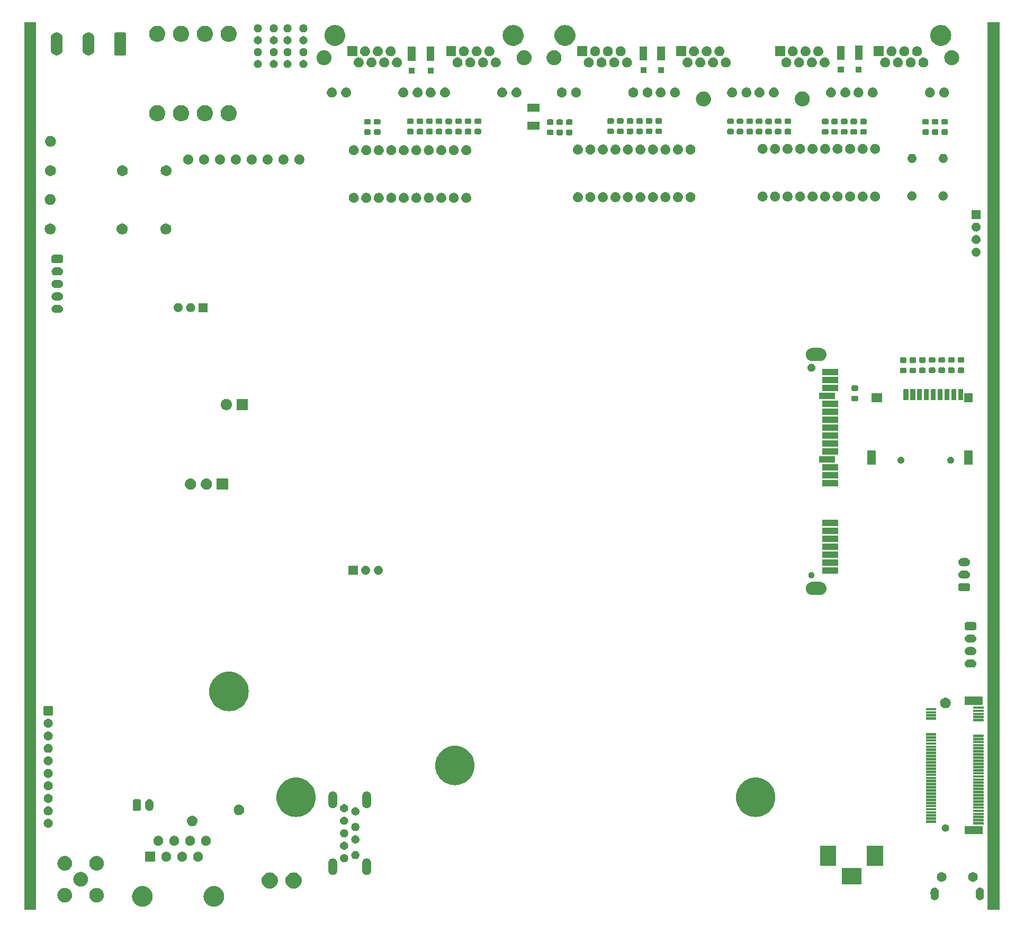
<source format=gbs>
G04 #@! TF.GenerationSoftware,KiCad,Pcbnew,8.0.0-rc1*
G04 #@! TF.CreationDate,2024-10-18T14:45:25+03:00*
G04 #@! TF.ProjectId,Movita_3568_XV_Router_V4.1,4d6f7669-7461-45f3-9335-36385f58565f,REV1*
G04 #@! TF.SameCoordinates,Original*
G04 #@! TF.FileFunction,Soldermask,Bot*
G04 #@! TF.FilePolarity,Negative*
%FSLAX46Y46*%
G04 Gerber Fmt 4.6, Leading zero omitted, Abs format (unit mm)*
G04 Created by KiCad (PCBNEW 8.0.0-rc1) date 2024-10-18 14:45:25*
%MOMM*%
%LPD*%
G01*
G04 APERTURE LIST*
G04 APERTURE END LIST*
G36*
X49470913Y-25549086D02*
G01*
X49475000Y-25558951D01*
X49475000Y-167541048D01*
X49470913Y-167550913D01*
X49461049Y-167555000D01*
X47648945Y-167555000D01*
X47639080Y-167550913D01*
X47634994Y-167541050D01*
X47644992Y-25558949D01*
X47649079Y-25549085D01*
X47658943Y-25545000D01*
X49461049Y-25545000D01*
X49470913Y-25549086D01*
G37*
G36*
X203620913Y-25549086D02*
G01*
X203625000Y-25558951D01*
X203625000Y-167541048D01*
X203620913Y-167550913D01*
X203611049Y-167555000D01*
X201628951Y-167555000D01*
X201619086Y-167550913D01*
X201615000Y-167541048D01*
X201615000Y-25558951D01*
X201619086Y-25549086D01*
X201628951Y-25545000D01*
X203611049Y-25545000D01*
X203620913Y-25549086D01*
G37*
G36*
X66565251Y-163753742D02*
G01*
X66628372Y-163753742D01*
X66697350Y-163764138D01*
X66763273Y-163769327D01*
X66816406Y-163782083D01*
X66872349Y-163790515D01*
X66945447Y-163813063D01*
X67015187Y-163829806D01*
X67060284Y-163848485D01*
X67108132Y-163863245D01*
X67183248Y-163899419D01*
X67254538Y-163928948D01*
X67291131Y-163951372D01*
X67330437Y-163970301D01*
X67405200Y-164021274D01*
X67475433Y-164064313D01*
X67503557Y-164088333D01*
X67534302Y-164109295D01*
X67606089Y-164175904D01*
X67672433Y-164232567D01*
X67692579Y-164256155D01*
X67715176Y-164277122D01*
X67781241Y-164359965D01*
X67840687Y-164429567D01*
X67853760Y-164450901D01*
X67869017Y-164470032D01*
X67926550Y-164569683D01*
X67976052Y-164650462D01*
X67983323Y-164668016D01*
X67992385Y-164683712D01*
X68038615Y-164801504D01*
X68075194Y-164889813D01*
X68078217Y-164902408D01*
X68082529Y-164913393D01*
X68114815Y-165054850D01*
X68135673Y-165141727D01*
X68136214Y-165148601D01*
X68137435Y-165153951D01*
X68153346Y-165366288D01*
X68156000Y-165400000D01*
X68153346Y-165433714D01*
X68137435Y-165646048D01*
X68136214Y-165651396D01*
X68135673Y-165658273D01*
X68114811Y-165745168D01*
X68082529Y-165886606D01*
X68078218Y-165897588D01*
X68075194Y-165910187D01*
X68038608Y-165998513D01*
X67992385Y-166116287D01*
X67983324Y-166131979D01*
X67976052Y-166149538D01*
X67926540Y-166230333D01*
X67869017Y-166329967D01*
X67853763Y-166349094D01*
X67840687Y-166370433D01*
X67781229Y-166440048D01*
X67715176Y-166522877D01*
X67692583Y-166543839D01*
X67672433Y-166567433D01*
X67606076Y-166624107D01*
X67534302Y-166690704D01*
X67503563Y-166711661D01*
X67475433Y-166735687D01*
X67405186Y-166778734D01*
X67330437Y-166829698D01*
X67291138Y-166848622D01*
X67254538Y-166871052D01*
X67183233Y-166900587D01*
X67108132Y-166936754D01*
X67060293Y-166951510D01*
X67015187Y-166970194D01*
X66945432Y-166986940D01*
X66872349Y-167009484D01*
X66816414Y-167017914D01*
X66763273Y-167030673D01*
X66697346Y-167035861D01*
X66628372Y-167046258D01*
X66565251Y-167046258D01*
X66505000Y-167051000D01*
X66444749Y-167046258D01*
X66381628Y-167046258D01*
X66312652Y-167035861D01*
X66246727Y-167030673D01*
X66193586Y-167017915D01*
X66137650Y-167009484D01*
X66064562Y-166986939D01*
X65994813Y-166970194D01*
X65949709Y-166951511D01*
X65901867Y-166936754D01*
X65826761Y-166900585D01*
X65755462Y-166871052D01*
X65718861Y-166848623D01*
X65679563Y-166829698D01*
X65604810Y-166778732D01*
X65534567Y-166735687D01*
X65506440Y-166711664D01*
X65475697Y-166690704D01*
X65403911Y-166624096D01*
X65337567Y-166567433D01*
X65317420Y-166543844D01*
X65294823Y-166522877D01*
X65228755Y-166440030D01*
X65169313Y-166370433D01*
X65156240Y-166349099D01*
X65140982Y-166329967D01*
X65083442Y-166230304D01*
X65033948Y-166149538D01*
X65026677Y-166131985D01*
X65017614Y-166116287D01*
X64971372Y-165998467D01*
X64934806Y-165910187D01*
X64931782Y-165897595D01*
X64927470Y-165886606D01*
X64895168Y-165745083D01*
X64874327Y-165658273D01*
X64873786Y-165651403D01*
X64872564Y-165646048D01*
X64856632Y-165433448D01*
X64854000Y-165400000D01*
X64856632Y-165366553D01*
X64872564Y-165153951D01*
X64873786Y-165148595D01*
X64874327Y-165141727D01*
X64895163Y-165054935D01*
X64927470Y-164913393D01*
X64931783Y-164902402D01*
X64934806Y-164889813D01*
X64971365Y-164801550D01*
X65017614Y-164683712D01*
X65026679Y-164668010D01*
X65033948Y-164650462D01*
X65083432Y-164569711D01*
X65140982Y-164470032D01*
X65156242Y-164450895D01*
X65169313Y-164429567D01*
X65228743Y-164359983D01*
X65294823Y-164277122D01*
X65317424Y-164256150D01*
X65337567Y-164232567D01*
X65403897Y-164175915D01*
X65475697Y-164109295D01*
X65506446Y-164088330D01*
X65534567Y-164064313D01*
X65604795Y-164021276D01*
X65679563Y-163970301D01*
X65718869Y-163951372D01*
X65755462Y-163928948D01*
X65826746Y-163899421D01*
X65901867Y-163863245D01*
X65949718Y-163848484D01*
X65994813Y-163829806D01*
X66064547Y-163813064D01*
X66137650Y-163790515D01*
X66193594Y-163782082D01*
X66246727Y-163769327D01*
X66312648Y-163764138D01*
X66381628Y-163753742D01*
X66444749Y-163753742D01*
X66505000Y-163749000D01*
X66565251Y-163753742D01*
G37*
G36*
X77995251Y-163753742D02*
G01*
X78058372Y-163753742D01*
X78127350Y-163764138D01*
X78193273Y-163769327D01*
X78246406Y-163782083D01*
X78302349Y-163790515D01*
X78375447Y-163813063D01*
X78445187Y-163829806D01*
X78490284Y-163848485D01*
X78538132Y-163863245D01*
X78613248Y-163899419D01*
X78684538Y-163928948D01*
X78721131Y-163951372D01*
X78760437Y-163970301D01*
X78835200Y-164021274D01*
X78905433Y-164064313D01*
X78933557Y-164088333D01*
X78964302Y-164109295D01*
X79036089Y-164175904D01*
X79102433Y-164232567D01*
X79122579Y-164256155D01*
X79145176Y-164277122D01*
X79211241Y-164359965D01*
X79270687Y-164429567D01*
X79283760Y-164450901D01*
X79299017Y-164470032D01*
X79356550Y-164569683D01*
X79406052Y-164650462D01*
X79413323Y-164668016D01*
X79422385Y-164683712D01*
X79468615Y-164801504D01*
X79505194Y-164889813D01*
X79508217Y-164902408D01*
X79512529Y-164913393D01*
X79544815Y-165054850D01*
X79565673Y-165141727D01*
X79566214Y-165148601D01*
X79567435Y-165153951D01*
X79583346Y-165366288D01*
X79586000Y-165400000D01*
X79583346Y-165433714D01*
X79567435Y-165646048D01*
X79566214Y-165651396D01*
X79565673Y-165658273D01*
X79544811Y-165745168D01*
X79512529Y-165886606D01*
X79508218Y-165897588D01*
X79505194Y-165910187D01*
X79468608Y-165998513D01*
X79422385Y-166116287D01*
X79413324Y-166131979D01*
X79406052Y-166149538D01*
X79356540Y-166230333D01*
X79299017Y-166329967D01*
X79283763Y-166349094D01*
X79270687Y-166370433D01*
X79211229Y-166440048D01*
X79145176Y-166522877D01*
X79122583Y-166543839D01*
X79102433Y-166567433D01*
X79036076Y-166624107D01*
X78964302Y-166690704D01*
X78933563Y-166711661D01*
X78905433Y-166735687D01*
X78835186Y-166778734D01*
X78760437Y-166829698D01*
X78721138Y-166848622D01*
X78684538Y-166871052D01*
X78613233Y-166900587D01*
X78538132Y-166936754D01*
X78490293Y-166951510D01*
X78445187Y-166970194D01*
X78375432Y-166986940D01*
X78302349Y-167009484D01*
X78246414Y-167017914D01*
X78193273Y-167030673D01*
X78127346Y-167035861D01*
X78058372Y-167046258D01*
X77995251Y-167046258D01*
X77935000Y-167051000D01*
X77874749Y-167046258D01*
X77811628Y-167046258D01*
X77742652Y-167035861D01*
X77676727Y-167030673D01*
X77623586Y-167017915D01*
X77567650Y-167009484D01*
X77494562Y-166986939D01*
X77424813Y-166970194D01*
X77379709Y-166951511D01*
X77331867Y-166936754D01*
X77256761Y-166900585D01*
X77185462Y-166871052D01*
X77148861Y-166848623D01*
X77109563Y-166829698D01*
X77034810Y-166778732D01*
X76964567Y-166735687D01*
X76936440Y-166711664D01*
X76905697Y-166690704D01*
X76833911Y-166624096D01*
X76767567Y-166567433D01*
X76747420Y-166543844D01*
X76724823Y-166522877D01*
X76658755Y-166440030D01*
X76599313Y-166370433D01*
X76586240Y-166349099D01*
X76570982Y-166329967D01*
X76513442Y-166230304D01*
X76463948Y-166149538D01*
X76456677Y-166131985D01*
X76447614Y-166116287D01*
X76401372Y-165998467D01*
X76364806Y-165910187D01*
X76361782Y-165897595D01*
X76357470Y-165886606D01*
X76325168Y-165745083D01*
X76304327Y-165658273D01*
X76303786Y-165651403D01*
X76302564Y-165646048D01*
X76286632Y-165433448D01*
X76284000Y-165400000D01*
X76286632Y-165366553D01*
X76302564Y-165153951D01*
X76303786Y-165148595D01*
X76304327Y-165141727D01*
X76325163Y-165054935D01*
X76357470Y-164913393D01*
X76361783Y-164902402D01*
X76364806Y-164889813D01*
X76401365Y-164801550D01*
X76447614Y-164683712D01*
X76456679Y-164668010D01*
X76463948Y-164650462D01*
X76513432Y-164569711D01*
X76570982Y-164470032D01*
X76586242Y-164450895D01*
X76599313Y-164429567D01*
X76658743Y-164359983D01*
X76724823Y-164277122D01*
X76747424Y-164256150D01*
X76767567Y-164232567D01*
X76833897Y-164175915D01*
X76905697Y-164109295D01*
X76936446Y-164088330D01*
X76964567Y-164064313D01*
X77034795Y-164021276D01*
X77109563Y-163970301D01*
X77148869Y-163951372D01*
X77185462Y-163928948D01*
X77256746Y-163899421D01*
X77331867Y-163863245D01*
X77379718Y-163848484D01*
X77424813Y-163829806D01*
X77494547Y-163813064D01*
X77567650Y-163790515D01*
X77623594Y-163782082D01*
X77676727Y-163769327D01*
X77742648Y-163764138D01*
X77811628Y-163753742D01*
X77874749Y-163753742D01*
X77935000Y-163749000D01*
X77995251Y-163753742D01*
G37*
G36*
X54135380Y-164039017D02*
G01*
X54188508Y-164039017D01*
X54235247Y-164047754D01*
X54284180Y-164052035D01*
X54344240Y-164068128D01*
X54401828Y-164078893D01*
X54440885Y-164094024D01*
X54482158Y-164105083D01*
X54544640Y-164134219D01*
X54604188Y-164157288D01*
X54634924Y-164176319D01*
X54667915Y-164191703D01*
X54730148Y-164235279D01*
X54788698Y-164271532D01*
X54811141Y-164291991D01*
X54835807Y-164309263D01*
X54894808Y-164368264D01*
X54949074Y-164417734D01*
X54963866Y-164437322D01*
X54980736Y-164454192D01*
X55033358Y-164529344D01*
X55079855Y-164590916D01*
X55088185Y-164607645D01*
X55098296Y-164622085D01*
X55141354Y-164714422D01*
X55176587Y-164785180D01*
X55180089Y-164797491D01*
X55184916Y-164807841D01*
X55215330Y-164921348D01*
X55235976Y-164993911D01*
X55236611Y-165000772D01*
X55237964Y-165005819D01*
X55252904Y-165176598D01*
X55256000Y-165210000D01*
X55252904Y-165243404D01*
X55237964Y-165414180D01*
X55236611Y-165419225D01*
X55235976Y-165426089D01*
X55215325Y-165498667D01*
X55184916Y-165612158D01*
X55180090Y-165622506D01*
X55176587Y-165634820D01*
X55141350Y-165705584D01*
X55098296Y-165797915D01*
X55088185Y-165812354D01*
X55079855Y-165829084D01*
X55033353Y-165890662D01*
X54980736Y-165965807D01*
X54963869Y-165982673D01*
X54949074Y-166002266D01*
X54894796Y-166051746D01*
X54835807Y-166110736D01*
X54811146Y-166128003D01*
X54788698Y-166148468D01*
X54730135Y-166184728D01*
X54667915Y-166228296D01*
X54634930Y-166243676D01*
X54604188Y-166262712D01*
X54544627Y-166285785D01*
X54482158Y-166314916D01*
X54440894Y-166325972D01*
X54401828Y-166341107D01*
X54344228Y-166351874D01*
X54284180Y-166367964D01*
X54235257Y-166372244D01*
X54188508Y-166380983D01*
X54135369Y-166380983D01*
X54080000Y-166385827D01*
X54024631Y-166380983D01*
X53971492Y-166380983D01*
X53924742Y-166372244D01*
X53875819Y-166367964D01*
X53815768Y-166351873D01*
X53758172Y-166341107D01*
X53719107Y-166325973D01*
X53677841Y-166314916D01*
X53615366Y-166285783D01*
X53555812Y-166262712D01*
X53525072Y-166243678D01*
X53492084Y-166228296D01*
X53429855Y-166184722D01*
X53371302Y-166148468D01*
X53348857Y-166128006D01*
X53324192Y-166110736D01*
X53265191Y-166051735D01*
X53210926Y-166002266D01*
X53196133Y-165982677D01*
X53179263Y-165965807D01*
X53126632Y-165890643D01*
X53080145Y-165829084D01*
X53071817Y-165812359D01*
X53061703Y-165797915D01*
X53018633Y-165705552D01*
X52983413Y-165634820D01*
X52979910Y-165622511D01*
X52975083Y-165612158D01*
X52944657Y-165498607D01*
X52924024Y-165426089D01*
X52923388Y-165419231D01*
X52922035Y-165414180D01*
X52907077Y-165243211D01*
X52904000Y-165210000D01*
X52907077Y-165176791D01*
X52922035Y-165005819D01*
X52923388Y-165000766D01*
X52924024Y-164993911D01*
X52944652Y-164921408D01*
X52975083Y-164807841D01*
X52979911Y-164797486D01*
X52983413Y-164785180D01*
X53018630Y-164714454D01*
X53061703Y-164622085D01*
X53071817Y-164607640D01*
X53080145Y-164590916D01*
X53126627Y-164529363D01*
X53179263Y-164454192D01*
X53196136Y-164437318D01*
X53210926Y-164417734D01*
X53265180Y-164368274D01*
X53324192Y-164309263D01*
X53348861Y-164291989D01*
X53371302Y-164271532D01*
X53429848Y-164235281D01*
X53492085Y-164191703D01*
X53525076Y-164176318D01*
X53555812Y-164157288D01*
X53615355Y-164134220D01*
X53677841Y-164105083D01*
X53719116Y-164094023D01*
X53758172Y-164078893D01*
X53815756Y-164068128D01*
X53875819Y-164052035D01*
X53924752Y-164047753D01*
X53971492Y-164039017D01*
X54024620Y-164039017D01*
X54080000Y-164034172D01*
X54135380Y-164039017D01*
G37*
G36*
X59235380Y-164039017D02*
G01*
X59288508Y-164039017D01*
X59335247Y-164047754D01*
X59384180Y-164052035D01*
X59444240Y-164068128D01*
X59501828Y-164078893D01*
X59540885Y-164094024D01*
X59582158Y-164105083D01*
X59644640Y-164134219D01*
X59704188Y-164157288D01*
X59734924Y-164176319D01*
X59767915Y-164191703D01*
X59830148Y-164235279D01*
X59888698Y-164271532D01*
X59911141Y-164291991D01*
X59935807Y-164309263D01*
X59994808Y-164368264D01*
X60049074Y-164417734D01*
X60063866Y-164437322D01*
X60080736Y-164454192D01*
X60133358Y-164529344D01*
X60179855Y-164590916D01*
X60188185Y-164607645D01*
X60198296Y-164622085D01*
X60241354Y-164714422D01*
X60276587Y-164785180D01*
X60280089Y-164797491D01*
X60284916Y-164807841D01*
X60315330Y-164921348D01*
X60335976Y-164993911D01*
X60336611Y-165000772D01*
X60337964Y-165005819D01*
X60352904Y-165176598D01*
X60356000Y-165210000D01*
X60352904Y-165243404D01*
X60337964Y-165414180D01*
X60336611Y-165419225D01*
X60335976Y-165426089D01*
X60315325Y-165498667D01*
X60284916Y-165612158D01*
X60280090Y-165622506D01*
X60276587Y-165634820D01*
X60241350Y-165705584D01*
X60198296Y-165797915D01*
X60188185Y-165812354D01*
X60179855Y-165829084D01*
X60133353Y-165890662D01*
X60080736Y-165965807D01*
X60063869Y-165982673D01*
X60049074Y-166002266D01*
X59994796Y-166051746D01*
X59935807Y-166110736D01*
X59911146Y-166128003D01*
X59888698Y-166148468D01*
X59830135Y-166184728D01*
X59767915Y-166228296D01*
X59734930Y-166243676D01*
X59704188Y-166262712D01*
X59644627Y-166285785D01*
X59582158Y-166314916D01*
X59540894Y-166325972D01*
X59501828Y-166341107D01*
X59444228Y-166351874D01*
X59384180Y-166367964D01*
X59335257Y-166372244D01*
X59288508Y-166380983D01*
X59235369Y-166380983D01*
X59180000Y-166385827D01*
X59124631Y-166380983D01*
X59071492Y-166380983D01*
X59024742Y-166372244D01*
X58975819Y-166367964D01*
X58915768Y-166351873D01*
X58858172Y-166341107D01*
X58819107Y-166325973D01*
X58777841Y-166314916D01*
X58715366Y-166285783D01*
X58655812Y-166262712D01*
X58625072Y-166243678D01*
X58592084Y-166228296D01*
X58529855Y-166184722D01*
X58471302Y-166148468D01*
X58448857Y-166128006D01*
X58424192Y-166110736D01*
X58365191Y-166051735D01*
X58310926Y-166002266D01*
X58296133Y-165982677D01*
X58279263Y-165965807D01*
X58226632Y-165890643D01*
X58180145Y-165829084D01*
X58171817Y-165812359D01*
X58161703Y-165797915D01*
X58118633Y-165705552D01*
X58083413Y-165634820D01*
X58079910Y-165622511D01*
X58075083Y-165612158D01*
X58044657Y-165498607D01*
X58024024Y-165426089D01*
X58023388Y-165419231D01*
X58022035Y-165414180D01*
X58007077Y-165243211D01*
X58004000Y-165210000D01*
X58007077Y-165176791D01*
X58022035Y-165005819D01*
X58023388Y-165000766D01*
X58024024Y-164993911D01*
X58044652Y-164921408D01*
X58075083Y-164807841D01*
X58079911Y-164797486D01*
X58083413Y-164785180D01*
X58118630Y-164714454D01*
X58161703Y-164622085D01*
X58171817Y-164607640D01*
X58180145Y-164590916D01*
X58226627Y-164529363D01*
X58279263Y-164454192D01*
X58296136Y-164437318D01*
X58310926Y-164417734D01*
X58365180Y-164368274D01*
X58424192Y-164309263D01*
X58448861Y-164291989D01*
X58471302Y-164271532D01*
X58529848Y-164235281D01*
X58592085Y-164191703D01*
X58625076Y-164176318D01*
X58655812Y-164157288D01*
X58715355Y-164134220D01*
X58777841Y-164105083D01*
X58819116Y-164094023D01*
X58858172Y-164078893D01*
X58915756Y-164068128D01*
X58975819Y-164052035D01*
X59024752Y-164047753D01*
X59071492Y-164039017D01*
X59124620Y-164039017D01*
X59180000Y-164034172D01*
X59235380Y-164039017D01*
G37*
G36*
X193373975Y-164013282D02*
G01*
X193491879Y-164062119D01*
X193597990Y-164133020D01*
X193688230Y-164223260D01*
X193759131Y-164329371D01*
X193807968Y-164447275D01*
X193832865Y-164572441D01*
X193836000Y-165336250D01*
X193832865Y-165400059D01*
X193807968Y-165525225D01*
X193759131Y-165643129D01*
X193688230Y-165749240D01*
X193597990Y-165839480D01*
X193491879Y-165910381D01*
X193373975Y-165959218D01*
X193248809Y-165984115D01*
X193121191Y-165984115D01*
X192996025Y-165959218D01*
X192878121Y-165910381D01*
X192772010Y-165839480D01*
X192681770Y-165749240D01*
X192610869Y-165643129D01*
X192562032Y-165525225D01*
X192537135Y-165400059D01*
X192534000Y-164636250D01*
X192537135Y-164572441D01*
X192562032Y-164447275D01*
X192610869Y-164329371D01*
X192681770Y-164223260D01*
X192772010Y-164133020D01*
X192878121Y-164062119D01*
X192996025Y-164013282D01*
X193121191Y-163988385D01*
X193248809Y-163988385D01*
X193373975Y-164013282D01*
G37*
G36*
X200623975Y-164013282D02*
G01*
X200741879Y-164062119D01*
X200847990Y-164133020D01*
X200938230Y-164223260D01*
X201009131Y-164329371D01*
X201057968Y-164447275D01*
X201082865Y-164572441D01*
X201086000Y-165336250D01*
X201082865Y-165400059D01*
X201057968Y-165525225D01*
X201009131Y-165643129D01*
X200938230Y-165749240D01*
X200847990Y-165839480D01*
X200741879Y-165910381D01*
X200623975Y-165959218D01*
X200498809Y-165984115D01*
X200371191Y-165984115D01*
X200246025Y-165959218D01*
X200128121Y-165910381D01*
X200022010Y-165839480D01*
X199931770Y-165749240D01*
X199860869Y-165643129D01*
X199812032Y-165525225D01*
X199787135Y-165400059D01*
X199784000Y-164636250D01*
X199787135Y-164572441D01*
X199812032Y-164447275D01*
X199860869Y-164329371D01*
X199931770Y-164223260D01*
X200022010Y-164133020D01*
X200128121Y-164062119D01*
X200246025Y-164013282D01*
X200371191Y-163988385D01*
X200498809Y-163988385D01*
X200623975Y-164013282D01*
G37*
G36*
X87105916Y-161588765D02*
G01*
X87324968Y-161647460D01*
X87530500Y-161743301D01*
X87716267Y-161873376D01*
X87876624Y-162033733D01*
X88006699Y-162219500D01*
X88102540Y-162425032D01*
X88161235Y-162644084D01*
X88181000Y-162870000D01*
X88161235Y-163095916D01*
X88102540Y-163314968D01*
X88006699Y-163520500D01*
X87876624Y-163706267D01*
X87716267Y-163866624D01*
X87530500Y-163996699D01*
X87324968Y-164092540D01*
X87105916Y-164151235D01*
X86880000Y-164171000D01*
X86654084Y-164151235D01*
X86435032Y-164092540D01*
X86229500Y-163996699D01*
X86043733Y-163866624D01*
X85883376Y-163706267D01*
X85753301Y-163520500D01*
X85657460Y-163314968D01*
X85598765Y-163095916D01*
X85579000Y-162870000D01*
X85598765Y-162644084D01*
X85657460Y-162425032D01*
X85753301Y-162219500D01*
X85883376Y-162033733D01*
X86043733Y-161873376D01*
X86229500Y-161743301D01*
X86435032Y-161647460D01*
X86654084Y-161588765D01*
X86880000Y-161569000D01*
X87105916Y-161588765D01*
G37*
G36*
X90915916Y-161588765D02*
G01*
X91134968Y-161647460D01*
X91340500Y-161743301D01*
X91526267Y-161873376D01*
X91686624Y-162033733D01*
X91816699Y-162219500D01*
X91912540Y-162425032D01*
X91971235Y-162644084D01*
X91991000Y-162870000D01*
X91971235Y-163095916D01*
X91912540Y-163314968D01*
X91816699Y-163520500D01*
X91686624Y-163706267D01*
X91526267Y-163866624D01*
X91340500Y-163996699D01*
X91134968Y-164092540D01*
X90915916Y-164151235D01*
X90690000Y-164171000D01*
X90464084Y-164151235D01*
X90245032Y-164092540D01*
X90039500Y-163996699D01*
X89853733Y-163866624D01*
X89693376Y-163706267D01*
X89563301Y-163520500D01*
X89467460Y-163314968D01*
X89408765Y-163095916D01*
X89389000Y-162870000D01*
X89408765Y-162644084D01*
X89467460Y-162425032D01*
X89563301Y-162219500D01*
X89693376Y-162033733D01*
X89853733Y-161873376D01*
X90039500Y-161743301D01*
X90245032Y-161647460D01*
X90464084Y-161588765D01*
X90690000Y-161569000D01*
X90915916Y-161588765D01*
G37*
G36*
X56685380Y-161489017D02*
G01*
X56738508Y-161489017D01*
X56785247Y-161497754D01*
X56834180Y-161502035D01*
X56894240Y-161518128D01*
X56951828Y-161528893D01*
X56990885Y-161544024D01*
X57032158Y-161555083D01*
X57094640Y-161584219D01*
X57154188Y-161607288D01*
X57184924Y-161626319D01*
X57217915Y-161641703D01*
X57280148Y-161685279D01*
X57338698Y-161721532D01*
X57361141Y-161741991D01*
X57385807Y-161759263D01*
X57444808Y-161818264D01*
X57499074Y-161867734D01*
X57513866Y-161887322D01*
X57530736Y-161904192D01*
X57583358Y-161979344D01*
X57629855Y-162040916D01*
X57638185Y-162057645D01*
X57648296Y-162072085D01*
X57691354Y-162164422D01*
X57726587Y-162235180D01*
X57730089Y-162247491D01*
X57734916Y-162257841D01*
X57765330Y-162371348D01*
X57785976Y-162443911D01*
X57786611Y-162450772D01*
X57787964Y-162455819D01*
X57802904Y-162626598D01*
X57806000Y-162660000D01*
X57802904Y-162693404D01*
X57787964Y-162864180D01*
X57786611Y-162869225D01*
X57785976Y-162876089D01*
X57765325Y-162948667D01*
X57734916Y-163062158D01*
X57730090Y-163072506D01*
X57726587Y-163084820D01*
X57691350Y-163155584D01*
X57648296Y-163247915D01*
X57638185Y-163262354D01*
X57629855Y-163279084D01*
X57583353Y-163340662D01*
X57530736Y-163415807D01*
X57513869Y-163432673D01*
X57499074Y-163452266D01*
X57444796Y-163501746D01*
X57385807Y-163560736D01*
X57361146Y-163578003D01*
X57338698Y-163598468D01*
X57280135Y-163634728D01*
X57217915Y-163678296D01*
X57184930Y-163693676D01*
X57154188Y-163712712D01*
X57094627Y-163735785D01*
X57032158Y-163764916D01*
X56990894Y-163775972D01*
X56951828Y-163791107D01*
X56894228Y-163801874D01*
X56834180Y-163817964D01*
X56785257Y-163822244D01*
X56738508Y-163830983D01*
X56685369Y-163830983D01*
X56630000Y-163835827D01*
X56574631Y-163830983D01*
X56521492Y-163830983D01*
X56474742Y-163822244D01*
X56425819Y-163817964D01*
X56365768Y-163801873D01*
X56308172Y-163791107D01*
X56269107Y-163775973D01*
X56227841Y-163764916D01*
X56165366Y-163735783D01*
X56105812Y-163712712D01*
X56075072Y-163693678D01*
X56042084Y-163678296D01*
X55979855Y-163634722D01*
X55921302Y-163598468D01*
X55898857Y-163578006D01*
X55874192Y-163560736D01*
X55815191Y-163501735D01*
X55760926Y-163452266D01*
X55746133Y-163432677D01*
X55729263Y-163415807D01*
X55676632Y-163340643D01*
X55630145Y-163279084D01*
X55621817Y-163262359D01*
X55611703Y-163247915D01*
X55568633Y-163155552D01*
X55533413Y-163084820D01*
X55529910Y-163072511D01*
X55525083Y-163062158D01*
X55494657Y-162948607D01*
X55474024Y-162876089D01*
X55473388Y-162869231D01*
X55472035Y-162864180D01*
X55457077Y-162693211D01*
X55454000Y-162660000D01*
X55457077Y-162626791D01*
X55472035Y-162455819D01*
X55473388Y-162450766D01*
X55474024Y-162443911D01*
X55494652Y-162371408D01*
X55525083Y-162257841D01*
X55529911Y-162247486D01*
X55533413Y-162235180D01*
X55568630Y-162164454D01*
X55611703Y-162072085D01*
X55621817Y-162057640D01*
X55630145Y-162040916D01*
X55676627Y-161979363D01*
X55729263Y-161904192D01*
X55746136Y-161887318D01*
X55760926Y-161867734D01*
X55815180Y-161818274D01*
X55874192Y-161759263D01*
X55898861Y-161741989D01*
X55921302Y-161721532D01*
X55979848Y-161685281D01*
X56042085Y-161641703D01*
X56075076Y-161626318D01*
X56105812Y-161607288D01*
X56165355Y-161584220D01*
X56227841Y-161555083D01*
X56269116Y-161544023D01*
X56308172Y-161528893D01*
X56365756Y-161518128D01*
X56425819Y-161502035D01*
X56474752Y-161497753D01*
X56521492Y-161489017D01*
X56574620Y-161489017D01*
X56630000Y-161484172D01*
X56685380Y-161489017D01*
G37*
G36*
X181419517Y-160892882D02*
G01*
X181436062Y-160903938D01*
X181447118Y-160920483D01*
X181451000Y-160940000D01*
X181451000Y-163440000D01*
X181447118Y-163459517D01*
X181436062Y-163476062D01*
X181419517Y-163487118D01*
X181400000Y-163491000D01*
X178400000Y-163491000D01*
X178380483Y-163487118D01*
X178363938Y-163476062D01*
X178352882Y-163459517D01*
X178349000Y-163440000D01*
X178349000Y-160940000D01*
X178352882Y-160920483D01*
X178363938Y-160903938D01*
X178380483Y-160892882D01*
X178400000Y-160889000D01*
X181400000Y-160889000D01*
X181419517Y-160892882D01*
G37*
G36*
X194482676Y-161549706D02*
G01*
X194646694Y-161607098D01*
X194793828Y-161699549D01*
X194916701Y-161822422D01*
X195009152Y-161969556D01*
X195066544Y-162133574D01*
X195086000Y-162306250D01*
X195066544Y-162478926D01*
X195009152Y-162642944D01*
X194916701Y-162790078D01*
X194793828Y-162912951D01*
X194646694Y-163005402D01*
X194482676Y-163062794D01*
X194310000Y-163082250D01*
X194137324Y-163062794D01*
X193973306Y-163005402D01*
X193826172Y-162912951D01*
X193703299Y-162790078D01*
X193610848Y-162642944D01*
X193553456Y-162478926D01*
X193534000Y-162306250D01*
X193553456Y-162133574D01*
X193610848Y-161969556D01*
X193703299Y-161822422D01*
X193826172Y-161699549D01*
X193973306Y-161607098D01*
X194137324Y-161549706D01*
X194310000Y-161530250D01*
X194482676Y-161549706D01*
G37*
G36*
X199482676Y-161549706D02*
G01*
X199646694Y-161607098D01*
X199793828Y-161699549D01*
X199916701Y-161822422D01*
X200009152Y-161969556D01*
X200066544Y-162133574D01*
X200086000Y-162306250D01*
X200066544Y-162478926D01*
X200009152Y-162642944D01*
X199916701Y-162790078D01*
X199793828Y-162912951D01*
X199646694Y-163005402D01*
X199482676Y-163062794D01*
X199310000Y-163082250D01*
X199137324Y-163062794D01*
X198973306Y-163005402D01*
X198826172Y-162912951D01*
X198703299Y-162790078D01*
X198610848Y-162642944D01*
X198553456Y-162478926D01*
X198534000Y-162306250D01*
X198553456Y-162133574D01*
X198610848Y-161969556D01*
X198703299Y-161822422D01*
X198826172Y-161699549D01*
X198973306Y-161607098D01*
X199137324Y-161549706D01*
X199310000Y-161530250D01*
X199482676Y-161549706D01*
G37*
G36*
X97153490Y-159329185D02*
G01*
X97280449Y-159381773D01*
X97394710Y-159458120D01*
X97491880Y-159555290D01*
X97568227Y-159669551D01*
X97620815Y-159796510D01*
X97647624Y-159931290D01*
X97651000Y-161300000D01*
X97647624Y-161368710D01*
X97620815Y-161503490D01*
X97568227Y-161630449D01*
X97491880Y-161744710D01*
X97394710Y-161841880D01*
X97280449Y-161918227D01*
X97153490Y-161970815D01*
X97018710Y-161997624D01*
X96881290Y-161997624D01*
X96746510Y-161970815D01*
X96619551Y-161918227D01*
X96505290Y-161841880D01*
X96408120Y-161744710D01*
X96331773Y-161630449D01*
X96279185Y-161503490D01*
X96252376Y-161368710D01*
X96249000Y-160000000D01*
X96252376Y-159931290D01*
X96279185Y-159796510D01*
X96331773Y-159669551D01*
X96408120Y-159555290D01*
X96505290Y-159458120D01*
X96619551Y-159381773D01*
X96746510Y-159329185D01*
X96881290Y-159302376D01*
X97018710Y-159302376D01*
X97153490Y-159329185D01*
G37*
G36*
X102573490Y-159329185D02*
G01*
X102700449Y-159381773D01*
X102814710Y-159458120D01*
X102911880Y-159555290D01*
X102988227Y-159669551D01*
X103040815Y-159796510D01*
X103067624Y-159931290D01*
X103071000Y-161300000D01*
X103067624Y-161368710D01*
X103040815Y-161503490D01*
X102988227Y-161630449D01*
X102911880Y-161744710D01*
X102814710Y-161841880D01*
X102700449Y-161918227D01*
X102573490Y-161970815D01*
X102438710Y-161997624D01*
X102301290Y-161997624D01*
X102166510Y-161970815D01*
X102039551Y-161918227D01*
X101925290Y-161841880D01*
X101828120Y-161744710D01*
X101751773Y-161630449D01*
X101699185Y-161503490D01*
X101672376Y-161368710D01*
X101669000Y-160000000D01*
X101672376Y-159931290D01*
X101699185Y-159796510D01*
X101751773Y-159669551D01*
X101828120Y-159555290D01*
X101925290Y-159458120D01*
X102039551Y-159381773D01*
X102166510Y-159329185D01*
X102301290Y-159302376D01*
X102438710Y-159302376D01*
X102573490Y-159329185D01*
G37*
G36*
X54135380Y-158939017D02*
G01*
X54188508Y-158939017D01*
X54235247Y-158947754D01*
X54284180Y-158952035D01*
X54344240Y-158968128D01*
X54401828Y-158978893D01*
X54440885Y-158994024D01*
X54482158Y-159005083D01*
X54544640Y-159034219D01*
X54604188Y-159057288D01*
X54634924Y-159076319D01*
X54667915Y-159091703D01*
X54730148Y-159135279D01*
X54788698Y-159171532D01*
X54811141Y-159191991D01*
X54835807Y-159209263D01*
X54894808Y-159268264D01*
X54949074Y-159317734D01*
X54963866Y-159337322D01*
X54980736Y-159354192D01*
X55033358Y-159429344D01*
X55079855Y-159490916D01*
X55088185Y-159507645D01*
X55098296Y-159522085D01*
X55141354Y-159614422D01*
X55176587Y-159685180D01*
X55180089Y-159697491D01*
X55184916Y-159707841D01*
X55215330Y-159821348D01*
X55235976Y-159893911D01*
X55236611Y-159900772D01*
X55237964Y-159905819D01*
X55252904Y-160076598D01*
X55256000Y-160110000D01*
X55252904Y-160143404D01*
X55237964Y-160314180D01*
X55236611Y-160319225D01*
X55235976Y-160326089D01*
X55215325Y-160398667D01*
X55184916Y-160512158D01*
X55180090Y-160522506D01*
X55176587Y-160534820D01*
X55141350Y-160605584D01*
X55098296Y-160697915D01*
X55088185Y-160712354D01*
X55079855Y-160729084D01*
X55033353Y-160790662D01*
X54980736Y-160865807D01*
X54963869Y-160882673D01*
X54949074Y-160902266D01*
X54894796Y-160951746D01*
X54835807Y-161010736D01*
X54811146Y-161028003D01*
X54788698Y-161048468D01*
X54730135Y-161084728D01*
X54667915Y-161128296D01*
X54634930Y-161143676D01*
X54604188Y-161162712D01*
X54544627Y-161185785D01*
X54482158Y-161214916D01*
X54440894Y-161225972D01*
X54401828Y-161241107D01*
X54344228Y-161251874D01*
X54284180Y-161267964D01*
X54235257Y-161272244D01*
X54188508Y-161280983D01*
X54135369Y-161280983D01*
X54080000Y-161285827D01*
X54024631Y-161280983D01*
X53971492Y-161280983D01*
X53924742Y-161272244D01*
X53875819Y-161267964D01*
X53815768Y-161251873D01*
X53758172Y-161241107D01*
X53719107Y-161225973D01*
X53677841Y-161214916D01*
X53615366Y-161185783D01*
X53555812Y-161162712D01*
X53525072Y-161143678D01*
X53492084Y-161128296D01*
X53429855Y-161084722D01*
X53371302Y-161048468D01*
X53348857Y-161028006D01*
X53324192Y-161010736D01*
X53265191Y-160951735D01*
X53210926Y-160902266D01*
X53196133Y-160882677D01*
X53179263Y-160865807D01*
X53126632Y-160790643D01*
X53080145Y-160729084D01*
X53071817Y-160712359D01*
X53061703Y-160697915D01*
X53018633Y-160605552D01*
X52983413Y-160534820D01*
X52979910Y-160522511D01*
X52975083Y-160512158D01*
X52944657Y-160398607D01*
X52924024Y-160326089D01*
X52923388Y-160319231D01*
X52922035Y-160314180D01*
X52907077Y-160143211D01*
X52904000Y-160110000D01*
X52907077Y-160076791D01*
X52922035Y-159905819D01*
X52923388Y-159900766D01*
X52924024Y-159893911D01*
X52944652Y-159821408D01*
X52975083Y-159707841D01*
X52979911Y-159697486D01*
X52983413Y-159685180D01*
X53018630Y-159614454D01*
X53061703Y-159522085D01*
X53071817Y-159507640D01*
X53080145Y-159490916D01*
X53126627Y-159429363D01*
X53179263Y-159354192D01*
X53196136Y-159337318D01*
X53210926Y-159317734D01*
X53265180Y-159268274D01*
X53324192Y-159209263D01*
X53348861Y-159191989D01*
X53371302Y-159171532D01*
X53429848Y-159135281D01*
X53492085Y-159091703D01*
X53525076Y-159076318D01*
X53555812Y-159057288D01*
X53615355Y-159034220D01*
X53677841Y-159005083D01*
X53719116Y-158994023D01*
X53758172Y-158978893D01*
X53815756Y-158968128D01*
X53875819Y-158952035D01*
X53924752Y-158947753D01*
X53971492Y-158939017D01*
X54024620Y-158939017D01*
X54080000Y-158934172D01*
X54135380Y-158939017D01*
G37*
G36*
X59235380Y-158939017D02*
G01*
X59288508Y-158939017D01*
X59335247Y-158947754D01*
X59384180Y-158952035D01*
X59444240Y-158968128D01*
X59501828Y-158978893D01*
X59540885Y-158994024D01*
X59582158Y-159005083D01*
X59644640Y-159034219D01*
X59704188Y-159057288D01*
X59734924Y-159076319D01*
X59767915Y-159091703D01*
X59830148Y-159135279D01*
X59888698Y-159171532D01*
X59911141Y-159191991D01*
X59935807Y-159209263D01*
X59994808Y-159268264D01*
X60049074Y-159317734D01*
X60063866Y-159337322D01*
X60080736Y-159354192D01*
X60133358Y-159429344D01*
X60179855Y-159490916D01*
X60188185Y-159507645D01*
X60198296Y-159522085D01*
X60241354Y-159614422D01*
X60276587Y-159685180D01*
X60280089Y-159697491D01*
X60284916Y-159707841D01*
X60315330Y-159821348D01*
X60335976Y-159893911D01*
X60336611Y-159900772D01*
X60337964Y-159905819D01*
X60352904Y-160076598D01*
X60356000Y-160110000D01*
X60352904Y-160143404D01*
X60337964Y-160314180D01*
X60336611Y-160319225D01*
X60335976Y-160326089D01*
X60315325Y-160398667D01*
X60284916Y-160512158D01*
X60280090Y-160522506D01*
X60276587Y-160534820D01*
X60241350Y-160605584D01*
X60198296Y-160697915D01*
X60188185Y-160712354D01*
X60179855Y-160729084D01*
X60133353Y-160790662D01*
X60080736Y-160865807D01*
X60063869Y-160882673D01*
X60049074Y-160902266D01*
X59994796Y-160951746D01*
X59935807Y-161010736D01*
X59911146Y-161028003D01*
X59888698Y-161048468D01*
X59830135Y-161084728D01*
X59767915Y-161128296D01*
X59734930Y-161143676D01*
X59704188Y-161162712D01*
X59644627Y-161185785D01*
X59582158Y-161214916D01*
X59540894Y-161225972D01*
X59501828Y-161241107D01*
X59444228Y-161251874D01*
X59384180Y-161267964D01*
X59335257Y-161272244D01*
X59288508Y-161280983D01*
X59235369Y-161280983D01*
X59180000Y-161285827D01*
X59124631Y-161280983D01*
X59071492Y-161280983D01*
X59024742Y-161272244D01*
X58975819Y-161267964D01*
X58915768Y-161251873D01*
X58858172Y-161241107D01*
X58819107Y-161225973D01*
X58777841Y-161214916D01*
X58715366Y-161185783D01*
X58655812Y-161162712D01*
X58625072Y-161143678D01*
X58592084Y-161128296D01*
X58529855Y-161084722D01*
X58471302Y-161048468D01*
X58448857Y-161028006D01*
X58424192Y-161010736D01*
X58365191Y-160951735D01*
X58310926Y-160902266D01*
X58296133Y-160882677D01*
X58279263Y-160865807D01*
X58226632Y-160790643D01*
X58180145Y-160729084D01*
X58171817Y-160712359D01*
X58161703Y-160697915D01*
X58118633Y-160605552D01*
X58083413Y-160534820D01*
X58079910Y-160522511D01*
X58075083Y-160512158D01*
X58044657Y-160398607D01*
X58024024Y-160326089D01*
X58023388Y-160319231D01*
X58022035Y-160314180D01*
X58007077Y-160143211D01*
X58004000Y-160110000D01*
X58007077Y-160076791D01*
X58022035Y-159905819D01*
X58023388Y-159900766D01*
X58024024Y-159893911D01*
X58044652Y-159821408D01*
X58075083Y-159707841D01*
X58079911Y-159697486D01*
X58083413Y-159685180D01*
X58118630Y-159614454D01*
X58161703Y-159522085D01*
X58171817Y-159507640D01*
X58180145Y-159490916D01*
X58226627Y-159429363D01*
X58279263Y-159354192D01*
X58296136Y-159337318D01*
X58310926Y-159317734D01*
X58365180Y-159268274D01*
X58424192Y-159209263D01*
X58448861Y-159191989D01*
X58471302Y-159171532D01*
X58529848Y-159135281D01*
X58592085Y-159091703D01*
X58625076Y-159076318D01*
X58655812Y-159057288D01*
X58715355Y-159034220D01*
X58777841Y-159005083D01*
X58819116Y-158994023D01*
X58858172Y-158978893D01*
X58915756Y-158968128D01*
X58975819Y-158952035D01*
X59024752Y-158947753D01*
X59071492Y-158939017D01*
X59124620Y-158939017D01*
X59180000Y-158934172D01*
X59235380Y-158939017D01*
G37*
G36*
X177419517Y-157292882D02*
G01*
X177436062Y-157303938D01*
X177447118Y-157320483D01*
X177451000Y-157340000D01*
X177451000Y-160440000D01*
X177447118Y-160459517D01*
X177436062Y-160476062D01*
X177419517Y-160487118D01*
X177400000Y-160491000D01*
X174900000Y-160491000D01*
X174880483Y-160487118D01*
X174863938Y-160476062D01*
X174852882Y-160459517D01*
X174849000Y-160440000D01*
X174849000Y-157340000D01*
X174852882Y-157320483D01*
X174863938Y-157303938D01*
X174880483Y-157292882D01*
X174900000Y-157289000D01*
X177400000Y-157289000D01*
X177419517Y-157292882D01*
G37*
G36*
X184919517Y-157292882D02*
G01*
X184936062Y-157303938D01*
X184947118Y-157320483D01*
X184951000Y-157340000D01*
X184951000Y-160440000D01*
X184947118Y-160459517D01*
X184936062Y-160476062D01*
X184919517Y-160487118D01*
X184900000Y-160491000D01*
X182400000Y-160491000D01*
X182380483Y-160487118D01*
X182363938Y-160476062D01*
X182352882Y-160459517D01*
X182349000Y-160440000D01*
X182349000Y-157340000D01*
X182352882Y-157320483D01*
X182363938Y-157303938D01*
X182380483Y-157292882D01*
X182400000Y-157289000D01*
X184900000Y-157289000D01*
X184919517Y-157292882D01*
G37*
G36*
X98990848Y-158691304D02*
G01*
X99129810Y-158764238D01*
X99247280Y-158868307D01*
X99336432Y-158997465D01*
X99392083Y-159144206D01*
X99411000Y-159300000D01*
X99392083Y-159455794D01*
X99336432Y-159602535D01*
X99247280Y-159731693D01*
X99129810Y-159835762D01*
X98990848Y-159908696D01*
X98838469Y-159946253D01*
X98681531Y-159946253D01*
X98529152Y-159908696D01*
X98390190Y-159835762D01*
X98272720Y-159731693D01*
X98183568Y-159602535D01*
X98127917Y-159455794D01*
X98109000Y-159300000D01*
X98127917Y-159144206D01*
X98183568Y-158997465D01*
X98272720Y-158868307D01*
X98390190Y-158764238D01*
X98529152Y-158691304D01*
X98681531Y-158653747D01*
X98838469Y-158653747D01*
X98990848Y-158691304D01*
G37*
G36*
X68544517Y-158252882D02*
G01*
X68561062Y-158263938D01*
X68572118Y-158280483D01*
X68576000Y-158300000D01*
X68576000Y-159800000D01*
X68572118Y-159819517D01*
X68561062Y-159836062D01*
X68544517Y-159847118D01*
X68525000Y-159851000D01*
X67025000Y-159851000D01*
X67005483Y-159847118D01*
X66988938Y-159836062D01*
X66977882Y-159819517D01*
X66974000Y-159800000D01*
X66974000Y-158300000D01*
X66977882Y-158280483D01*
X66988938Y-158263938D01*
X67005483Y-158252882D01*
X67025000Y-158249000D01*
X68525000Y-158249000D01*
X68544517Y-158252882D01*
G37*
G36*
X70356127Y-158253634D02*
G01*
X70398700Y-158253634D01*
X70446725Y-158263842D01*
X70493239Y-158269083D01*
X70527062Y-158280918D01*
X70562445Y-158288439D01*
X70613437Y-158311141D01*
X70662541Y-158328324D01*
X70688098Y-158344383D01*
X70715377Y-158356528D01*
X70766242Y-158393483D01*
X70814415Y-158423753D01*
X70831715Y-158441053D01*
X70850808Y-158454925D01*
X70898010Y-158507348D01*
X70941247Y-158550585D01*
X70951192Y-158566412D01*
X70962824Y-158579331D01*
X71002614Y-158648250D01*
X71036676Y-158702459D01*
X71040929Y-158714613D01*
X71046522Y-158724301D01*
X71075160Y-158812442D01*
X71095917Y-158871761D01*
X71096704Y-158878746D01*
X71098254Y-158883517D01*
X71112309Y-159017242D01*
X71116000Y-159050000D01*
X71112308Y-159082760D01*
X71098254Y-159216482D01*
X71096704Y-159221251D01*
X71095917Y-159228239D01*
X71075156Y-159287570D01*
X71046522Y-159375698D01*
X71040930Y-159385383D01*
X71036676Y-159397541D01*
X71002607Y-159451760D01*
X70962824Y-159520668D01*
X70951194Y-159533584D01*
X70941247Y-159549415D01*
X70898001Y-159592660D01*
X70850808Y-159645074D01*
X70831718Y-159658943D01*
X70814415Y-159676247D01*
X70766231Y-159706522D01*
X70715377Y-159743471D01*
X70688104Y-159755613D01*
X70662541Y-159771676D01*
X70613426Y-159788861D01*
X70562445Y-159811560D01*
X70527067Y-159819079D01*
X70493239Y-159830917D01*
X70446722Y-159836158D01*
X70398700Y-159846366D01*
X70356127Y-159846366D01*
X70315000Y-159851000D01*
X70273873Y-159846366D01*
X70231300Y-159846366D01*
X70183276Y-159836158D01*
X70136761Y-159830917D01*
X70102933Y-159819080D01*
X70067554Y-159811560D01*
X70016568Y-159788860D01*
X69967459Y-159771676D01*
X69941898Y-159755614D01*
X69914622Y-159743471D01*
X69863760Y-159706517D01*
X69815585Y-159676247D01*
X69798283Y-159658945D01*
X69779191Y-159645074D01*
X69731988Y-159592650D01*
X69688753Y-159549415D01*
X69678808Y-159533587D01*
X69667175Y-159520668D01*
X69627380Y-159451740D01*
X69593324Y-159397541D01*
X69589071Y-159385388D01*
X69583477Y-159375698D01*
X69554829Y-159287530D01*
X69534083Y-159228239D01*
X69533296Y-159221256D01*
X69531745Y-159216482D01*
X69517676Y-159082628D01*
X69514000Y-159050000D01*
X69517676Y-159017374D01*
X69531745Y-158883517D01*
X69533296Y-158878742D01*
X69534083Y-158871761D01*
X69554825Y-158812482D01*
X69583477Y-158724301D01*
X69589072Y-158714609D01*
X69593324Y-158702459D01*
X69627373Y-158648270D01*
X69667175Y-158579331D01*
X69678810Y-158566408D01*
X69688753Y-158550585D01*
X69731979Y-158507358D01*
X69779191Y-158454925D01*
X69798287Y-158441050D01*
X69815585Y-158423753D01*
X69863755Y-158393485D01*
X69914623Y-158356528D01*
X69941901Y-158344382D01*
X69967459Y-158328324D01*
X70016559Y-158311142D01*
X70067554Y-158288439D01*
X70102939Y-158280917D01*
X70136761Y-158269083D01*
X70183273Y-158263842D01*
X70231300Y-158253634D01*
X70273873Y-158253634D01*
X70315000Y-158249000D01*
X70356127Y-158253634D01*
G37*
G36*
X72896127Y-158253634D02*
G01*
X72938700Y-158253634D01*
X72986725Y-158263842D01*
X73033239Y-158269083D01*
X73067062Y-158280918D01*
X73102445Y-158288439D01*
X73153437Y-158311141D01*
X73202541Y-158328324D01*
X73228098Y-158344383D01*
X73255377Y-158356528D01*
X73306242Y-158393483D01*
X73354415Y-158423753D01*
X73371715Y-158441053D01*
X73390808Y-158454925D01*
X73438010Y-158507348D01*
X73481247Y-158550585D01*
X73491192Y-158566412D01*
X73502824Y-158579331D01*
X73542614Y-158648250D01*
X73576676Y-158702459D01*
X73580929Y-158714613D01*
X73586522Y-158724301D01*
X73615160Y-158812442D01*
X73635917Y-158871761D01*
X73636704Y-158878746D01*
X73638254Y-158883517D01*
X73652309Y-159017242D01*
X73656000Y-159050000D01*
X73652308Y-159082760D01*
X73638254Y-159216482D01*
X73636704Y-159221251D01*
X73635917Y-159228239D01*
X73615156Y-159287570D01*
X73586522Y-159375698D01*
X73580930Y-159385383D01*
X73576676Y-159397541D01*
X73542607Y-159451760D01*
X73502824Y-159520668D01*
X73491194Y-159533584D01*
X73481247Y-159549415D01*
X73438001Y-159592660D01*
X73390808Y-159645074D01*
X73371718Y-159658943D01*
X73354415Y-159676247D01*
X73306231Y-159706522D01*
X73255377Y-159743471D01*
X73228104Y-159755613D01*
X73202541Y-159771676D01*
X73153426Y-159788861D01*
X73102445Y-159811560D01*
X73067067Y-159819079D01*
X73033239Y-159830917D01*
X72986722Y-159836158D01*
X72938700Y-159846366D01*
X72896127Y-159846366D01*
X72855000Y-159851000D01*
X72813873Y-159846366D01*
X72771300Y-159846366D01*
X72723276Y-159836158D01*
X72676761Y-159830917D01*
X72642933Y-159819080D01*
X72607554Y-159811560D01*
X72556568Y-159788860D01*
X72507459Y-159771676D01*
X72481898Y-159755614D01*
X72454622Y-159743471D01*
X72403760Y-159706517D01*
X72355585Y-159676247D01*
X72338283Y-159658945D01*
X72319191Y-159645074D01*
X72271988Y-159592650D01*
X72228753Y-159549415D01*
X72218808Y-159533587D01*
X72207175Y-159520668D01*
X72167380Y-159451740D01*
X72133324Y-159397541D01*
X72129071Y-159385388D01*
X72123477Y-159375698D01*
X72094829Y-159287530D01*
X72074083Y-159228239D01*
X72073296Y-159221256D01*
X72071745Y-159216482D01*
X72057676Y-159082628D01*
X72054000Y-159050000D01*
X72057676Y-159017374D01*
X72071745Y-158883517D01*
X72073296Y-158878742D01*
X72074083Y-158871761D01*
X72094825Y-158812482D01*
X72123477Y-158724301D01*
X72129072Y-158714609D01*
X72133324Y-158702459D01*
X72167373Y-158648270D01*
X72207175Y-158579331D01*
X72218810Y-158566408D01*
X72228753Y-158550585D01*
X72271979Y-158507358D01*
X72319191Y-158454925D01*
X72338287Y-158441050D01*
X72355585Y-158423753D01*
X72403755Y-158393485D01*
X72454623Y-158356528D01*
X72481901Y-158344382D01*
X72507459Y-158328324D01*
X72556559Y-158311142D01*
X72607554Y-158288439D01*
X72642939Y-158280917D01*
X72676761Y-158269083D01*
X72723273Y-158263842D01*
X72771300Y-158253634D01*
X72813873Y-158253634D01*
X72855000Y-158249000D01*
X72896127Y-158253634D01*
G37*
G36*
X75436127Y-158253634D02*
G01*
X75478700Y-158253634D01*
X75526725Y-158263842D01*
X75573239Y-158269083D01*
X75607062Y-158280918D01*
X75642445Y-158288439D01*
X75693437Y-158311141D01*
X75742541Y-158328324D01*
X75768098Y-158344383D01*
X75795377Y-158356528D01*
X75846242Y-158393483D01*
X75894415Y-158423753D01*
X75911715Y-158441053D01*
X75930808Y-158454925D01*
X75978010Y-158507348D01*
X76021247Y-158550585D01*
X76031192Y-158566412D01*
X76042824Y-158579331D01*
X76082614Y-158648250D01*
X76116676Y-158702459D01*
X76120929Y-158714613D01*
X76126522Y-158724301D01*
X76155160Y-158812442D01*
X76175917Y-158871761D01*
X76176704Y-158878746D01*
X76178254Y-158883517D01*
X76192309Y-159017242D01*
X76196000Y-159050000D01*
X76192308Y-159082760D01*
X76178254Y-159216482D01*
X76176704Y-159221251D01*
X76175917Y-159228239D01*
X76155156Y-159287570D01*
X76126522Y-159375698D01*
X76120930Y-159385383D01*
X76116676Y-159397541D01*
X76082607Y-159451760D01*
X76042824Y-159520668D01*
X76031194Y-159533584D01*
X76021247Y-159549415D01*
X75978001Y-159592660D01*
X75930808Y-159645074D01*
X75911718Y-159658943D01*
X75894415Y-159676247D01*
X75846231Y-159706522D01*
X75795377Y-159743471D01*
X75768104Y-159755613D01*
X75742541Y-159771676D01*
X75693426Y-159788861D01*
X75642445Y-159811560D01*
X75607067Y-159819079D01*
X75573239Y-159830917D01*
X75526722Y-159836158D01*
X75478700Y-159846366D01*
X75436127Y-159846366D01*
X75395000Y-159851000D01*
X75353873Y-159846366D01*
X75311300Y-159846366D01*
X75263276Y-159836158D01*
X75216761Y-159830917D01*
X75182933Y-159819080D01*
X75147554Y-159811560D01*
X75096568Y-159788860D01*
X75047459Y-159771676D01*
X75021898Y-159755614D01*
X74994622Y-159743471D01*
X74943760Y-159706517D01*
X74895585Y-159676247D01*
X74878283Y-159658945D01*
X74859191Y-159645074D01*
X74811988Y-159592650D01*
X74768753Y-159549415D01*
X74758808Y-159533587D01*
X74747175Y-159520668D01*
X74707380Y-159451740D01*
X74673324Y-159397541D01*
X74669071Y-159385388D01*
X74663477Y-159375698D01*
X74634829Y-159287530D01*
X74614083Y-159228239D01*
X74613296Y-159221256D01*
X74611745Y-159216482D01*
X74597676Y-159082628D01*
X74594000Y-159050000D01*
X74597676Y-159017374D01*
X74611745Y-158883517D01*
X74613296Y-158878742D01*
X74614083Y-158871761D01*
X74634825Y-158812482D01*
X74663477Y-158724301D01*
X74669072Y-158714609D01*
X74673324Y-158702459D01*
X74707373Y-158648270D01*
X74747175Y-158579331D01*
X74758810Y-158566408D01*
X74768753Y-158550585D01*
X74811979Y-158507358D01*
X74859191Y-158454925D01*
X74878287Y-158441050D01*
X74895585Y-158423753D01*
X74943755Y-158393485D01*
X74994623Y-158356528D01*
X75021901Y-158344382D01*
X75047459Y-158328324D01*
X75096559Y-158311142D01*
X75147554Y-158288439D01*
X75182939Y-158280917D01*
X75216761Y-158269083D01*
X75263273Y-158263842D01*
X75311300Y-158253634D01*
X75353873Y-158253634D01*
X75395000Y-158249000D01*
X75436127Y-158253634D01*
G37*
G36*
X100790848Y-158191304D02*
G01*
X100929810Y-158264238D01*
X101047280Y-158368307D01*
X101136432Y-158497465D01*
X101192083Y-158644206D01*
X101211000Y-158800000D01*
X101192083Y-158955794D01*
X101136432Y-159102535D01*
X101047280Y-159231693D01*
X100929810Y-159335762D01*
X100790848Y-159408696D01*
X100638469Y-159446253D01*
X100481531Y-159446253D01*
X100329152Y-159408696D01*
X100190190Y-159335762D01*
X100072720Y-159231693D01*
X99983568Y-159102535D01*
X99927917Y-158955794D01*
X99909000Y-158800000D01*
X99927917Y-158644206D01*
X99983568Y-158497465D01*
X100072720Y-158368307D01*
X100190190Y-158264238D01*
X100329152Y-158191304D01*
X100481531Y-158153747D01*
X100638469Y-158153747D01*
X100790848Y-158191304D01*
G37*
G36*
X98990848Y-156691304D02*
G01*
X99129810Y-156764238D01*
X99247280Y-156868307D01*
X99336432Y-156997465D01*
X99392083Y-157144206D01*
X99411000Y-157300000D01*
X99392083Y-157455794D01*
X99336432Y-157602535D01*
X99247280Y-157731693D01*
X99129810Y-157835762D01*
X98990848Y-157908696D01*
X98838469Y-157946253D01*
X98681531Y-157946253D01*
X98529152Y-157908696D01*
X98390190Y-157835762D01*
X98272720Y-157731693D01*
X98183568Y-157602535D01*
X98127917Y-157455794D01*
X98109000Y-157300000D01*
X98127917Y-157144206D01*
X98183568Y-156997465D01*
X98272720Y-156868307D01*
X98390190Y-156764238D01*
X98529152Y-156691304D01*
X98681531Y-156653747D01*
X98838469Y-156653747D01*
X98990848Y-156691304D01*
G37*
G36*
X69086127Y-155713634D02*
G01*
X69128700Y-155713634D01*
X69176725Y-155723842D01*
X69223239Y-155729083D01*
X69257062Y-155740918D01*
X69292445Y-155748439D01*
X69343437Y-155771141D01*
X69392541Y-155788324D01*
X69418098Y-155804383D01*
X69445377Y-155816528D01*
X69496242Y-155853483D01*
X69544415Y-155883753D01*
X69561715Y-155901053D01*
X69580808Y-155914925D01*
X69628010Y-155967348D01*
X69671247Y-156010585D01*
X69681192Y-156026412D01*
X69692824Y-156039331D01*
X69732614Y-156108250D01*
X69766676Y-156162459D01*
X69770929Y-156174613D01*
X69776522Y-156184301D01*
X69805160Y-156272442D01*
X69825917Y-156331761D01*
X69826704Y-156338746D01*
X69828254Y-156343517D01*
X69842309Y-156477242D01*
X69846000Y-156510000D01*
X69842308Y-156542760D01*
X69828254Y-156676482D01*
X69826704Y-156681251D01*
X69825917Y-156688239D01*
X69805156Y-156747570D01*
X69776522Y-156835698D01*
X69770930Y-156845383D01*
X69766676Y-156857541D01*
X69732607Y-156911760D01*
X69692824Y-156980668D01*
X69681194Y-156993584D01*
X69671247Y-157009415D01*
X69628001Y-157052660D01*
X69580808Y-157105074D01*
X69561718Y-157118943D01*
X69544415Y-157136247D01*
X69496231Y-157166522D01*
X69445377Y-157203471D01*
X69418104Y-157215613D01*
X69392541Y-157231676D01*
X69343426Y-157248861D01*
X69292445Y-157271560D01*
X69257067Y-157279079D01*
X69223239Y-157290917D01*
X69176722Y-157296158D01*
X69128700Y-157306366D01*
X69086127Y-157306366D01*
X69045000Y-157311000D01*
X69003873Y-157306366D01*
X68961300Y-157306366D01*
X68913276Y-157296158D01*
X68866761Y-157290917D01*
X68832933Y-157279080D01*
X68797554Y-157271560D01*
X68746568Y-157248860D01*
X68697459Y-157231676D01*
X68671898Y-157215614D01*
X68644622Y-157203471D01*
X68593760Y-157166517D01*
X68545585Y-157136247D01*
X68528283Y-157118945D01*
X68509191Y-157105074D01*
X68461988Y-157052650D01*
X68418753Y-157009415D01*
X68408808Y-156993587D01*
X68397175Y-156980668D01*
X68357380Y-156911740D01*
X68323324Y-156857541D01*
X68319071Y-156845388D01*
X68313477Y-156835698D01*
X68284829Y-156747530D01*
X68264083Y-156688239D01*
X68263296Y-156681256D01*
X68261745Y-156676482D01*
X68247676Y-156542628D01*
X68244000Y-156510000D01*
X68247676Y-156477374D01*
X68261745Y-156343517D01*
X68263296Y-156338742D01*
X68264083Y-156331761D01*
X68284825Y-156272482D01*
X68313477Y-156184301D01*
X68319072Y-156174609D01*
X68323324Y-156162459D01*
X68357373Y-156108270D01*
X68397175Y-156039331D01*
X68408810Y-156026408D01*
X68418753Y-156010585D01*
X68461979Y-155967358D01*
X68509191Y-155914925D01*
X68528287Y-155901050D01*
X68545585Y-155883753D01*
X68593755Y-155853485D01*
X68644623Y-155816528D01*
X68671901Y-155804382D01*
X68697459Y-155788324D01*
X68746559Y-155771142D01*
X68797554Y-155748439D01*
X68832939Y-155740917D01*
X68866761Y-155729083D01*
X68913273Y-155723842D01*
X68961300Y-155713634D01*
X69003873Y-155713634D01*
X69045000Y-155709000D01*
X69086127Y-155713634D01*
G37*
G36*
X71626127Y-155713634D02*
G01*
X71668700Y-155713634D01*
X71716725Y-155723842D01*
X71763239Y-155729083D01*
X71797062Y-155740918D01*
X71832445Y-155748439D01*
X71883437Y-155771141D01*
X71932541Y-155788324D01*
X71958098Y-155804383D01*
X71985377Y-155816528D01*
X72036242Y-155853483D01*
X72084415Y-155883753D01*
X72101715Y-155901053D01*
X72120808Y-155914925D01*
X72168010Y-155967348D01*
X72211247Y-156010585D01*
X72221192Y-156026412D01*
X72232824Y-156039331D01*
X72272614Y-156108250D01*
X72306676Y-156162459D01*
X72310929Y-156174613D01*
X72316522Y-156184301D01*
X72345160Y-156272442D01*
X72365917Y-156331761D01*
X72366704Y-156338746D01*
X72368254Y-156343517D01*
X72382309Y-156477242D01*
X72386000Y-156510000D01*
X72382308Y-156542760D01*
X72368254Y-156676482D01*
X72366704Y-156681251D01*
X72365917Y-156688239D01*
X72345156Y-156747570D01*
X72316522Y-156835698D01*
X72310930Y-156845383D01*
X72306676Y-156857541D01*
X72272607Y-156911760D01*
X72232824Y-156980668D01*
X72221194Y-156993584D01*
X72211247Y-157009415D01*
X72168001Y-157052660D01*
X72120808Y-157105074D01*
X72101718Y-157118943D01*
X72084415Y-157136247D01*
X72036231Y-157166522D01*
X71985377Y-157203471D01*
X71958104Y-157215613D01*
X71932541Y-157231676D01*
X71883426Y-157248861D01*
X71832445Y-157271560D01*
X71797067Y-157279079D01*
X71763239Y-157290917D01*
X71716722Y-157296158D01*
X71668700Y-157306366D01*
X71626127Y-157306366D01*
X71585000Y-157311000D01*
X71543873Y-157306366D01*
X71501300Y-157306366D01*
X71453276Y-157296158D01*
X71406761Y-157290917D01*
X71372933Y-157279080D01*
X71337554Y-157271560D01*
X71286568Y-157248860D01*
X71237459Y-157231676D01*
X71211898Y-157215614D01*
X71184622Y-157203471D01*
X71133760Y-157166517D01*
X71085585Y-157136247D01*
X71068283Y-157118945D01*
X71049191Y-157105074D01*
X71001988Y-157052650D01*
X70958753Y-157009415D01*
X70948808Y-156993587D01*
X70937175Y-156980668D01*
X70897380Y-156911740D01*
X70863324Y-156857541D01*
X70859071Y-156845388D01*
X70853477Y-156835698D01*
X70824829Y-156747530D01*
X70804083Y-156688239D01*
X70803296Y-156681256D01*
X70801745Y-156676482D01*
X70787676Y-156542628D01*
X70784000Y-156510000D01*
X70787676Y-156477374D01*
X70801745Y-156343517D01*
X70803296Y-156338742D01*
X70804083Y-156331761D01*
X70824825Y-156272482D01*
X70853477Y-156184301D01*
X70859072Y-156174609D01*
X70863324Y-156162459D01*
X70897373Y-156108270D01*
X70937175Y-156039331D01*
X70948810Y-156026408D01*
X70958753Y-156010585D01*
X71001979Y-155967358D01*
X71049191Y-155914925D01*
X71068287Y-155901050D01*
X71085585Y-155883753D01*
X71133755Y-155853485D01*
X71184623Y-155816528D01*
X71211901Y-155804382D01*
X71237459Y-155788324D01*
X71286559Y-155771142D01*
X71337554Y-155748439D01*
X71372939Y-155740917D01*
X71406761Y-155729083D01*
X71453273Y-155723842D01*
X71501300Y-155713634D01*
X71543873Y-155713634D01*
X71585000Y-155709000D01*
X71626127Y-155713634D01*
G37*
G36*
X74166127Y-155713634D02*
G01*
X74208700Y-155713634D01*
X74256725Y-155723842D01*
X74303239Y-155729083D01*
X74337062Y-155740918D01*
X74372445Y-155748439D01*
X74423437Y-155771141D01*
X74472541Y-155788324D01*
X74498098Y-155804383D01*
X74525377Y-155816528D01*
X74576242Y-155853483D01*
X74624415Y-155883753D01*
X74641715Y-155901053D01*
X74660808Y-155914925D01*
X74708010Y-155967348D01*
X74751247Y-156010585D01*
X74761192Y-156026412D01*
X74772824Y-156039331D01*
X74812614Y-156108250D01*
X74846676Y-156162459D01*
X74850929Y-156174613D01*
X74856522Y-156184301D01*
X74885160Y-156272442D01*
X74905917Y-156331761D01*
X74906704Y-156338746D01*
X74908254Y-156343517D01*
X74922309Y-156477242D01*
X74926000Y-156510000D01*
X74922308Y-156542760D01*
X74908254Y-156676482D01*
X74906704Y-156681251D01*
X74905917Y-156688239D01*
X74885156Y-156747570D01*
X74856522Y-156835698D01*
X74850930Y-156845383D01*
X74846676Y-156857541D01*
X74812607Y-156911760D01*
X74772824Y-156980668D01*
X74761194Y-156993584D01*
X74751247Y-157009415D01*
X74708001Y-157052660D01*
X74660808Y-157105074D01*
X74641718Y-157118943D01*
X74624415Y-157136247D01*
X74576231Y-157166522D01*
X74525377Y-157203471D01*
X74498104Y-157215613D01*
X74472541Y-157231676D01*
X74423426Y-157248861D01*
X74372445Y-157271560D01*
X74337067Y-157279079D01*
X74303239Y-157290917D01*
X74256722Y-157296158D01*
X74208700Y-157306366D01*
X74166127Y-157306366D01*
X74125000Y-157311000D01*
X74083873Y-157306366D01*
X74041300Y-157306366D01*
X73993276Y-157296158D01*
X73946761Y-157290917D01*
X73912933Y-157279080D01*
X73877554Y-157271560D01*
X73826568Y-157248860D01*
X73777459Y-157231676D01*
X73751898Y-157215614D01*
X73724622Y-157203471D01*
X73673760Y-157166517D01*
X73625585Y-157136247D01*
X73608283Y-157118945D01*
X73589191Y-157105074D01*
X73541988Y-157052650D01*
X73498753Y-157009415D01*
X73488808Y-156993587D01*
X73477175Y-156980668D01*
X73437380Y-156911740D01*
X73403324Y-156857541D01*
X73399071Y-156845388D01*
X73393477Y-156835698D01*
X73364829Y-156747530D01*
X73344083Y-156688239D01*
X73343296Y-156681256D01*
X73341745Y-156676482D01*
X73327676Y-156542628D01*
X73324000Y-156510000D01*
X73327676Y-156477374D01*
X73341745Y-156343517D01*
X73343296Y-156338742D01*
X73344083Y-156331761D01*
X73364825Y-156272482D01*
X73393477Y-156184301D01*
X73399072Y-156174609D01*
X73403324Y-156162459D01*
X73437373Y-156108270D01*
X73477175Y-156039331D01*
X73488810Y-156026408D01*
X73498753Y-156010585D01*
X73541979Y-155967358D01*
X73589191Y-155914925D01*
X73608287Y-155901050D01*
X73625585Y-155883753D01*
X73673755Y-155853485D01*
X73724623Y-155816528D01*
X73751901Y-155804382D01*
X73777459Y-155788324D01*
X73826559Y-155771142D01*
X73877554Y-155748439D01*
X73912939Y-155740917D01*
X73946761Y-155729083D01*
X73993273Y-155723842D01*
X74041300Y-155713634D01*
X74083873Y-155713634D01*
X74125000Y-155709000D01*
X74166127Y-155713634D01*
G37*
G36*
X76706127Y-155713634D02*
G01*
X76748700Y-155713634D01*
X76796725Y-155723842D01*
X76843239Y-155729083D01*
X76877062Y-155740918D01*
X76912445Y-155748439D01*
X76963437Y-155771141D01*
X77012541Y-155788324D01*
X77038098Y-155804383D01*
X77065377Y-155816528D01*
X77116242Y-155853483D01*
X77164415Y-155883753D01*
X77181715Y-155901053D01*
X77200808Y-155914925D01*
X77248010Y-155967348D01*
X77291247Y-156010585D01*
X77301192Y-156026412D01*
X77312824Y-156039331D01*
X77352614Y-156108250D01*
X77386676Y-156162459D01*
X77390929Y-156174613D01*
X77396522Y-156184301D01*
X77425160Y-156272442D01*
X77445917Y-156331761D01*
X77446704Y-156338746D01*
X77448254Y-156343517D01*
X77462309Y-156477242D01*
X77466000Y-156510000D01*
X77462308Y-156542760D01*
X77448254Y-156676482D01*
X77446704Y-156681251D01*
X77445917Y-156688239D01*
X77425156Y-156747570D01*
X77396522Y-156835698D01*
X77390930Y-156845383D01*
X77386676Y-156857541D01*
X77352607Y-156911760D01*
X77312824Y-156980668D01*
X77301194Y-156993584D01*
X77291247Y-157009415D01*
X77248001Y-157052660D01*
X77200808Y-157105074D01*
X77181718Y-157118943D01*
X77164415Y-157136247D01*
X77116231Y-157166522D01*
X77065377Y-157203471D01*
X77038104Y-157215613D01*
X77012541Y-157231676D01*
X76963426Y-157248861D01*
X76912445Y-157271560D01*
X76877067Y-157279079D01*
X76843239Y-157290917D01*
X76796722Y-157296158D01*
X76748700Y-157306366D01*
X76706127Y-157306366D01*
X76665000Y-157311000D01*
X76623873Y-157306366D01*
X76581300Y-157306366D01*
X76533276Y-157296158D01*
X76486761Y-157290917D01*
X76452933Y-157279080D01*
X76417554Y-157271560D01*
X76366568Y-157248860D01*
X76317459Y-157231676D01*
X76291898Y-157215614D01*
X76264622Y-157203471D01*
X76213760Y-157166517D01*
X76165585Y-157136247D01*
X76148283Y-157118945D01*
X76129191Y-157105074D01*
X76081988Y-157052650D01*
X76038753Y-157009415D01*
X76028808Y-156993587D01*
X76017175Y-156980668D01*
X75977380Y-156911740D01*
X75943324Y-156857541D01*
X75939071Y-156845388D01*
X75933477Y-156835698D01*
X75904829Y-156747530D01*
X75884083Y-156688239D01*
X75883296Y-156681256D01*
X75881745Y-156676482D01*
X75867676Y-156542628D01*
X75864000Y-156510000D01*
X75867676Y-156477374D01*
X75881745Y-156343517D01*
X75883296Y-156338742D01*
X75884083Y-156331761D01*
X75904825Y-156272482D01*
X75933477Y-156184301D01*
X75939072Y-156174609D01*
X75943324Y-156162459D01*
X75977373Y-156108270D01*
X76017175Y-156039331D01*
X76028810Y-156026408D01*
X76038753Y-156010585D01*
X76081979Y-155967358D01*
X76129191Y-155914925D01*
X76148287Y-155901050D01*
X76165585Y-155883753D01*
X76213755Y-155853485D01*
X76264623Y-155816528D01*
X76291901Y-155804382D01*
X76317459Y-155788324D01*
X76366559Y-155771142D01*
X76417554Y-155748439D01*
X76452939Y-155740917D01*
X76486761Y-155729083D01*
X76533273Y-155723842D01*
X76581300Y-155713634D01*
X76623873Y-155713634D01*
X76665000Y-155709000D01*
X76706127Y-155713634D01*
G37*
G36*
X100790848Y-155691304D02*
G01*
X100929810Y-155764238D01*
X101047280Y-155868307D01*
X101136432Y-155997465D01*
X101192083Y-156144206D01*
X101211000Y-156300000D01*
X101192083Y-156455794D01*
X101136432Y-156602535D01*
X101047280Y-156731693D01*
X100929810Y-156835762D01*
X100790848Y-156908696D01*
X100638469Y-156946253D01*
X100481531Y-156946253D01*
X100329152Y-156908696D01*
X100190190Y-156835762D01*
X100072720Y-156731693D01*
X99983568Y-156602535D01*
X99927917Y-156455794D01*
X99909000Y-156300000D01*
X99927917Y-156144206D01*
X99983568Y-155997465D01*
X100072720Y-155868307D01*
X100190190Y-155764238D01*
X100329152Y-155691304D01*
X100481531Y-155653747D01*
X100638469Y-155653747D01*
X100790848Y-155691304D01*
G37*
G36*
X98990848Y-154691304D02*
G01*
X99129810Y-154764238D01*
X99247280Y-154868307D01*
X99336432Y-154997465D01*
X99392083Y-155144206D01*
X99411000Y-155300000D01*
X99392083Y-155455794D01*
X99336432Y-155602535D01*
X99247280Y-155731693D01*
X99129810Y-155835762D01*
X98990848Y-155908696D01*
X98838469Y-155946253D01*
X98681531Y-155946253D01*
X98529152Y-155908696D01*
X98390190Y-155835762D01*
X98272720Y-155731693D01*
X98183568Y-155602535D01*
X98127917Y-155455794D01*
X98109000Y-155300000D01*
X98127917Y-155144206D01*
X98183568Y-154997465D01*
X98272720Y-154868307D01*
X98390190Y-154764238D01*
X98529152Y-154691304D01*
X98681531Y-154653747D01*
X98838469Y-154653747D01*
X98990848Y-154691304D01*
G37*
G36*
X200804417Y-154167882D02*
G01*
X200820962Y-154178938D01*
X200832018Y-154195483D01*
X200835900Y-154215000D01*
X200835900Y-155415000D01*
X200832018Y-155434517D01*
X200820962Y-155451062D01*
X200804417Y-155462118D01*
X200784900Y-155466000D01*
X198034900Y-155466000D01*
X198015383Y-155462118D01*
X197998838Y-155451062D01*
X197987782Y-155434517D01*
X197983900Y-155415000D01*
X197983900Y-154215000D01*
X197987782Y-154195483D01*
X197998838Y-154178938D01*
X198015383Y-154167882D01*
X198034900Y-154164000D01*
X200784900Y-154164000D01*
X200804417Y-154167882D01*
G37*
G36*
X194945675Y-153868710D02*
G01*
X194982305Y-153868710D01*
X195024306Y-153879062D01*
X195065450Y-153884479D01*
X195093612Y-153896144D01*
X195122897Y-153903362D01*
X195167298Y-153926665D01*
X195210400Y-153944519D01*
X195230064Y-153959608D01*
X195251120Y-153970659D01*
X195294171Y-154008798D01*
X195334871Y-154040029D01*
X195346437Y-154055102D01*
X195359509Y-154066683D01*
X195396994Y-154120989D01*
X195430381Y-154164500D01*
X195435413Y-154176648D01*
X195441765Y-154185851D01*
X195469312Y-154258489D01*
X195490421Y-154309450D01*
X195491368Y-154316647D01*
X195493114Y-154321250D01*
X195506639Y-154432642D01*
X195510900Y-154465000D01*
X195506639Y-154497360D01*
X195493114Y-154608749D01*
X195491368Y-154613350D01*
X195490421Y-154620550D01*
X195469308Y-154671520D01*
X195441765Y-154744148D01*
X195435414Y-154753348D01*
X195430381Y-154765500D01*
X195396987Y-154809019D01*
X195359509Y-154863316D01*
X195346439Y-154874894D01*
X195334871Y-154889971D01*
X195294162Y-154921207D01*
X195251120Y-154959340D01*
X195230068Y-154970388D01*
X195210400Y-154985481D01*
X195167289Y-155003337D01*
X195122897Y-155026637D01*
X195093616Y-155033853D01*
X195065450Y-155045521D01*
X195024304Y-155050938D01*
X194982305Y-155061290D01*
X194945675Y-155061290D01*
X194909900Y-155066000D01*
X194874125Y-155061290D01*
X194837495Y-155061290D01*
X194795495Y-155050937D01*
X194754350Y-155045521D01*
X194726184Y-155033854D01*
X194696902Y-155026637D01*
X194652505Y-155003335D01*
X194609400Y-154985481D01*
X194589733Y-154970390D01*
X194568679Y-154959340D01*
X194525629Y-154921201D01*
X194484929Y-154889971D01*
X194473362Y-154874897D01*
X194460290Y-154863316D01*
X194422802Y-154809006D01*
X194389419Y-154765500D01*
X194384387Y-154753352D01*
X194378034Y-154744148D01*
X194350479Y-154671492D01*
X194329379Y-154620550D01*
X194328431Y-154613354D01*
X194326685Y-154608749D01*
X194313147Y-154497262D01*
X194308900Y-154465000D01*
X194313147Y-154432739D01*
X194326685Y-154321250D01*
X194328431Y-154316643D01*
X194329379Y-154309450D01*
X194350475Y-154258518D01*
X194378034Y-154185851D01*
X194384388Y-154176645D01*
X194389419Y-154164500D01*
X194422795Y-154121002D01*
X194460290Y-154066683D01*
X194473364Y-154055099D01*
X194484929Y-154040029D01*
X194525621Y-154008804D01*
X194568679Y-153970659D01*
X194589737Y-153959606D01*
X194609400Y-153944519D01*
X194652496Y-153926667D01*
X194696902Y-153903362D01*
X194726188Y-153896143D01*
X194754350Y-153884479D01*
X194795492Y-153879062D01*
X194837495Y-153868710D01*
X194874125Y-153868710D01*
X194909900Y-153864000D01*
X194945675Y-153868710D01*
G37*
G36*
X100790848Y-153691304D02*
G01*
X100929810Y-153764238D01*
X101047280Y-153868307D01*
X101136432Y-153997465D01*
X101192083Y-154144206D01*
X101211000Y-154300000D01*
X101192083Y-154455794D01*
X101136432Y-154602535D01*
X101047280Y-154731693D01*
X100929810Y-154835762D01*
X100790848Y-154908696D01*
X100638469Y-154946253D01*
X100481531Y-154946253D01*
X100329152Y-154908696D01*
X100190190Y-154835762D01*
X100072720Y-154731693D01*
X99983568Y-154602535D01*
X99927917Y-154455794D01*
X99909000Y-154300000D01*
X99927917Y-154144206D01*
X99983568Y-153997465D01*
X100072720Y-153868307D01*
X100190190Y-153764238D01*
X100329152Y-153691304D01*
X100481531Y-153653747D01*
X100638469Y-153653747D01*
X100790848Y-153691304D01*
G37*
G36*
X51601550Y-153012202D02*
G01*
X51755000Y-153065897D01*
X51892654Y-153152390D01*
X52007610Y-153267346D01*
X52094103Y-153405000D01*
X52147798Y-153558450D01*
X52166000Y-153720000D01*
X52147798Y-153881550D01*
X52094103Y-154035000D01*
X52007610Y-154172654D01*
X51892654Y-154287610D01*
X51755000Y-154374103D01*
X51601550Y-154427798D01*
X51440000Y-154446000D01*
X51278450Y-154427798D01*
X51125000Y-154374103D01*
X50987346Y-154287610D01*
X50872390Y-154172654D01*
X50785897Y-154035000D01*
X50732202Y-153881550D01*
X50714000Y-153720000D01*
X50732202Y-153558450D01*
X50785897Y-153405000D01*
X50872390Y-153267346D01*
X50987346Y-153152390D01*
X51125000Y-153065897D01*
X51278450Y-153012202D01*
X51440000Y-152994000D01*
X51601550Y-153012202D01*
G37*
G36*
X74712973Y-152550651D02*
G01*
X74875500Y-152623012D01*
X75019430Y-152727584D01*
X75138473Y-152859795D01*
X75227427Y-153013867D01*
X75282404Y-153183067D01*
X75301000Y-153360000D01*
X75282404Y-153536933D01*
X75227427Y-153706133D01*
X75138473Y-153860205D01*
X75019430Y-153992416D01*
X74875500Y-154096988D01*
X74712973Y-154169349D01*
X74538954Y-154206338D01*
X74361046Y-154206338D01*
X74187027Y-154169349D01*
X74024500Y-154096988D01*
X73880570Y-153992416D01*
X73761527Y-153860205D01*
X73672573Y-153706133D01*
X73617596Y-153536933D01*
X73599000Y-153360000D01*
X73617596Y-153183067D01*
X73672573Y-153013867D01*
X73761527Y-152859795D01*
X73880570Y-152727584D01*
X74024500Y-152623012D01*
X74187027Y-152550651D01*
X74361046Y-152513662D01*
X74538954Y-152513662D01*
X74712973Y-152550651D01*
G37*
G36*
X98990848Y-152691304D02*
G01*
X99129810Y-152764238D01*
X99247280Y-152868307D01*
X99336432Y-152997465D01*
X99392083Y-153144206D01*
X99411000Y-153300000D01*
X99392083Y-153455794D01*
X99336432Y-153602535D01*
X99247280Y-153731693D01*
X99129810Y-153835762D01*
X98990848Y-153908696D01*
X98838469Y-153946253D01*
X98681531Y-153946253D01*
X98529152Y-153908696D01*
X98390190Y-153835762D01*
X98272720Y-153731693D01*
X98183568Y-153602535D01*
X98127917Y-153455794D01*
X98109000Y-153300000D01*
X98127917Y-153144206D01*
X98183568Y-152997465D01*
X98272720Y-152868307D01*
X98390190Y-152764238D01*
X98529152Y-152691304D01*
X98681531Y-152653747D01*
X98838469Y-152653747D01*
X98990848Y-152691304D01*
G37*
G36*
X200979417Y-153517882D02*
G01*
X200995962Y-153528938D01*
X201007018Y-153545483D01*
X201010900Y-153565000D01*
X201010900Y-153865000D01*
X201007018Y-153884517D01*
X200995962Y-153901062D01*
X200979417Y-153912118D01*
X200959900Y-153916000D01*
X199409900Y-153916000D01*
X199390383Y-153912118D01*
X199373838Y-153901062D01*
X199362782Y-153884517D01*
X199358900Y-153865000D01*
X199358900Y-153565000D01*
X199362782Y-153545483D01*
X199373838Y-153528938D01*
X199390383Y-153517882D01*
X199409900Y-153514000D01*
X200959900Y-153514000D01*
X200979417Y-153517882D01*
G37*
G36*
X193429417Y-153267882D02*
G01*
X193445962Y-153278938D01*
X193457018Y-153295483D01*
X193460900Y-153315000D01*
X193460900Y-153615000D01*
X193457018Y-153634517D01*
X193445962Y-153651062D01*
X193429417Y-153662118D01*
X193409900Y-153666000D01*
X191859900Y-153666000D01*
X191840383Y-153662118D01*
X191823838Y-153651062D01*
X191812782Y-153634517D01*
X191808900Y-153615000D01*
X191808900Y-153315000D01*
X191812782Y-153295483D01*
X191823838Y-153278938D01*
X191840383Y-153267882D01*
X191859900Y-153264000D01*
X193409900Y-153264000D01*
X193429417Y-153267882D01*
G37*
G36*
X200979417Y-153017882D02*
G01*
X200995962Y-153028938D01*
X201007018Y-153045483D01*
X201010900Y-153065000D01*
X201010900Y-153365000D01*
X201007018Y-153384517D01*
X200995962Y-153401062D01*
X200979417Y-153412118D01*
X200959900Y-153416000D01*
X199409900Y-153416000D01*
X199390383Y-153412118D01*
X199373838Y-153401062D01*
X199362782Y-153384517D01*
X199358900Y-153365000D01*
X199358900Y-153065000D01*
X199362782Y-153045483D01*
X199373838Y-153028938D01*
X199390383Y-153017882D01*
X199409900Y-153014000D01*
X200959900Y-153014000D01*
X200979417Y-153017882D01*
G37*
G36*
X193429417Y-152767882D02*
G01*
X193445962Y-152778938D01*
X193457018Y-152795483D01*
X193460900Y-152815000D01*
X193460900Y-153115000D01*
X193457018Y-153134517D01*
X193445962Y-153151062D01*
X193429417Y-153162118D01*
X193409900Y-153166000D01*
X191859900Y-153166000D01*
X191840383Y-153162118D01*
X191823838Y-153151062D01*
X191812782Y-153134517D01*
X191808900Y-153115000D01*
X191808900Y-152815000D01*
X191812782Y-152795483D01*
X191823838Y-152778938D01*
X191840383Y-152767882D01*
X191859900Y-152764000D01*
X193409900Y-152764000D01*
X193429417Y-152767882D01*
G37*
G36*
X200979417Y-152517882D02*
G01*
X200995962Y-152528938D01*
X201007018Y-152545483D01*
X201010900Y-152565000D01*
X201010900Y-152865000D01*
X201007018Y-152884517D01*
X200995962Y-152901062D01*
X200979417Y-152912118D01*
X200959900Y-152916000D01*
X199409900Y-152916000D01*
X199390383Y-152912118D01*
X199373838Y-152901062D01*
X199362782Y-152884517D01*
X199358900Y-152865000D01*
X199358900Y-152565000D01*
X199362782Y-152545483D01*
X199373838Y-152528938D01*
X199390383Y-152517882D01*
X199409900Y-152514000D01*
X200959900Y-152514000D01*
X200979417Y-152517882D01*
G37*
G36*
X91422800Y-146418813D02*
G01*
X91771163Y-146478002D01*
X92110709Y-146575824D01*
X92437168Y-146711047D01*
X92746433Y-146881972D01*
X93034616Y-147086449D01*
X93298093Y-147321907D01*
X93533551Y-147585384D01*
X93738028Y-147873567D01*
X93908953Y-148182832D01*
X94044176Y-148509291D01*
X94141998Y-148848837D01*
X94201187Y-149197200D01*
X94221000Y-149550000D01*
X94201187Y-149902800D01*
X94141998Y-150251163D01*
X94044176Y-150590709D01*
X93908953Y-150917168D01*
X93738028Y-151226433D01*
X93533551Y-151514616D01*
X93298093Y-151778093D01*
X93034616Y-152013551D01*
X92746433Y-152218028D01*
X92437168Y-152388953D01*
X92110709Y-152524176D01*
X91771163Y-152621998D01*
X91422800Y-152681187D01*
X91070000Y-152701000D01*
X90717200Y-152681187D01*
X90368837Y-152621998D01*
X90029291Y-152524176D01*
X89702832Y-152388953D01*
X89393567Y-152218028D01*
X89105384Y-152013551D01*
X88841907Y-151778093D01*
X88606449Y-151514616D01*
X88401972Y-151226433D01*
X88231047Y-150917168D01*
X88095824Y-150590709D01*
X87998002Y-150251163D01*
X87938813Y-149902800D01*
X87919000Y-149550000D01*
X87938813Y-149197200D01*
X87998002Y-148848837D01*
X88095824Y-148509291D01*
X88231047Y-148182832D01*
X88401972Y-147873567D01*
X88606449Y-147585384D01*
X88841907Y-147321907D01*
X89105384Y-147086449D01*
X89393567Y-146881972D01*
X89702832Y-146711047D01*
X90029291Y-146575824D01*
X90368837Y-146478002D01*
X90717200Y-146418813D01*
X91070000Y-146399000D01*
X91422800Y-146418813D01*
G37*
G36*
X164922800Y-146418813D02*
G01*
X165271163Y-146478002D01*
X165610709Y-146575824D01*
X165937168Y-146711047D01*
X166246433Y-146881972D01*
X166534616Y-147086449D01*
X166798093Y-147321907D01*
X167033551Y-147585384D01*
X167238028Y-147873567D01*
X167408953Y-148182832D01*
X167544176Y-148509291D01*
X167641998Y-148848837D01*
X167701187Y-149197200D01*
X167721000Y-149550000D01*
X167701187Y-149902800D01*
X167641998Y-150251163D01*
X167544176Y-150590709D01*
X167408953Y-150917168D01*
X167238028Y-151226433D01*
X167033551Y-151514616D01*
X166798093Y-151778093D01*
X166534616Y-152013551D01*
X166246433Y-152218028D01*
X165937168Y-152388953D01*
X165610709Y-152524176D01*
X165271163Y-152621998D01*
X164922800Y-152681187D01*
X164570000Y-152701000D01*
X164217200Y-152681187D01*
X163868837Y-152621998D01*
X163529291Y-152524176D01*
X163202832Y-152388953D01*
X162893567Y-152218028D01*
X162605384Y-152013551D01*
X162341907Y-151778093D01*
X162106449Y-151514616D01*
X161901972Y-151226433D01*
X161731047Y-150917168D01*
X161595824Y-150590709D01*
X161498002Y-150251163D01*
X161438813Y-149902800D01*
X161419000Y-149550000D01*
X161438813Y-149197200D01*
X161498002Y-148848837D01*
X161595824Y-148509291D01*
X161731047Y-148182832D01*
X161901972Y-147873567D01*
X162106449Y-147585384D01*
X162341907Y-147321907D01*
X162605384Y-147086449D01*
X162893567Y-146881972D01*
X163202832Y-146711047D01*
X163529291Y-146575824D01*
X163868837Y-146478002D01*
X164217200Y-146418813D01*
X164570000Y-146399000D01*
X164922800Y-146418813D01*
G37*
G36*
X193429417Y-152267882D02*
G01*
X193445962Y-152278938D01*
X193457018Y-152295483D01*
X193460900Y-152315000D01*
X193460900Y-152615000D01*
X193457018Y-152634517D01*
X193445962Y-152651062D01*
X193429417Y-152662118D01*
X193409900Y-152666000D01*
X191859900Y-152666000D01*
X191840383Y-152662118D01*
X191823838Y-152651062D01*
X191812782Y-152634517D01*
X191808900Y-152615000D01*
X191808900Y-152315000D01*
X191812782Y-152295483D01*
X191823838Y-152278938D01*
X191840383Y-152267882D01*
X191859900Y-152264000D01*
X193409900Y-152264000D01*
X193429417Y-152267882D01*
G37*
G36*
X100790848Y-151191304D02*
G01*
X100929810Y-151264238D01*
X101047280Y-151368307D01*
X101136432Y-151497465D01*
X101192083Y-151644206D01*
X101211000Y-151800000D01*
X101192083Y-151955794D01*
X101136432Y-152102535D01*
X101047280Y-152231693D01*
X100929810Y-152335762D01*
X100790848Y-152408696D01*
X100638469Y-152446253D01*
X100481531Y-152446253D01*
X100329152Y-152408696D01*
X100190190Y-152335762D01*
X100072720Y-152231693D01*
X99983568Y-152102535D01*
X99927917Y-151955794D01*
X99909000Y-151800000D01*
X99927917Y-151644206D01*
X99983568Y-151497465D01*
X100072720Y-151368307D01*
X100190190Y-151264238D01*
X100329152Y-151191304D01*
X100481531Y-151153747D01*
X100638469Y-151153747D01*
X100790848Y-151191304D01*
G37*
G36*
X51601550Y-151012202D02*
G01*
X51755000Y-151065897D01*
X51892654Y-151152390D01*
X52007610Y-151267346D01*
X52094103Y-151405000D01*
X52147798Y-151558450D01*
X52166000Y-151720000D01*
X52147798Y-151881550D01*
X52094103Y-152035000D01*
X52007610Y-152172654D01*
X51892654Y-152287610D01*
X51755000Y-152374103D01*
X51601550Y-152427798D01*
X51440000Y-152446000D01*
X51278450Y-152427798D01*
X51125000Y-152374103D01*
X50987346Y-152287610D01*
X50872390Y-152172654D01*
X50785897Y-152035000D01*
X50732202Y-151881550D01*
X50714000Y-151720000D01*
X50732202Y-151558450D01*
X50785897Y-151405000D01*
X50872390Y-151267346D01*
X50987346Y-151152390D01*
X51125000Y-151065897D01*
X51278450Y-151012202D01*
X51440000Y-150994000D01*
X51601550Y-151012202D01*
G37*
G36*
X200979417Y-152017882D02*
G01*
X200995962Y-152028938D01*
X201007018Y-152045483D01*
X201010900Y-152065000D01*
X201010900Y-152365000D01*
X201007018Y-152384517D01*
X200995962Y-152401062D01*
X200979417Y-152412118D01*
X200959900Y-152416000D01*
X199409900Y-152416000D01*
X199390383Y-152412118D01*
X199373838Y-152401062D01*
X199362782Y-152384517D01*
X199358900Y-152365000D01*
X199358900Y-152065000D01*
X199362782Y-152045483D01*
X199373838Y-152028938D01*
X199390383Y-152017882D01*
X199409900Y-152014000D01*
X200959900Y-152014000D01*
X200979417Y-152017882D01*
G37*
G36*
X82212973Y-150750651D02*
G01*
X82375500Y-150823012D01*
X82519430Y-150927584D01*
X82638473Y-151059795D01*
X82727427Y-151213867D01*
X82782404Y-151383067D01*
X82801000Y-151560000D01*
X82782404Y-151736933D01*
X82727427Y-151906133D01*
X82638473Y-152060205D01*
X82519430Y-152192416D01*
X82375500Y-152296988D01*
X82212973Y-152369349D01*
X82038954Y-152406338D01*
X81861046Y-152406338D01*
X81687027Y-152369349D01*
X81524500Y-152296988D01*
X81380570Y-152192416D01*
X81261527Y-152060205D01*
X81172573Y-151906133D01*
X81117596Y-151736933D01*
X81099000Y-151560000D01*
X81117596Y-151383067D01*
X81172573Y-151213867D01*
X81261527Y-151059795D01*
X81380570Y-150927584D01*
X81524500Y-150823012D01*
X81687027Y-150750651D01*
X81861046Y-150713662D01*
X82038954Y-150713662D01*
X82212973Y-150750651D01*
G37*
G36*
X193429417Y-151767882D02*
G01*
X193445962Y-151778938D01*
X193457018Y-151795483D01*
X193460900Y-151815000D01*
X193460900Y-152115000D01*
X193457018Y-152134517D01*
X193445962Y-152151062D01*
X193429417Y-152162118D01*
X193409900Y-152166000D01*
X191859900Y-152166000D01*
X191840383Y-152162118D01*
X191823838Y-152151062D01*
X191812782Y-152134517D01*
X191808900Y-152115000D01*
X191808900Y-151815000D01*
X191812782Y-151795483D01*
X191823838Y-151778938D01*
X191840383Y-151767882D01*
X191859900Y-151764000D01*
X193409900Y-151764000D01*
X193429417Y-151767882D01*
G37*
G36*
X98990848Y-150691304D02*
G01*
X99129810Y-150764238D01*
X99247280Y-150868307D01*
X99336432Y-150997465D01*
X99392083Y-151144206D01*
X99411000Y-151300000D01*
X99392083Y-151455794D01*
X99336432Y-151602535D01*
X99247280Y-151731693D01*
X99129810Y-151835762D01*
X98990848Y-151908696D01*
X98838469Y-151946253D01*
X98681531Y-151946253D01*
X98529152Y-151908696D01*
X98390190Y-151835762D01*
X98272720Y-151731693D01*
X98183568Y-151602535D01*
X98127917Y-151455794D01*
X98109000Y-151300000D01*
X98127917Y-151144206D01*
X98183568Y-150997465D01*
X98272720Y-150868307D01*
X98390190Y-150764238D01*
X98529152Y-150691304D01*
X98681531Y-150653747D01*
X98838469Y-150653747D01*
X98990848Y-150691304D01*
G37*
G36*
X200979417Y-151517882D02*
G01*
X200995962Y-151528938D01*
X201007018Y-151545483D01*
X201010900Y-151565000D01*
X201010900Y-151865000D01*
X201007018Y-151884517D01*
X200995962Y-151901062D01*
X200979417Y-151912118D01*
X200959900Y-151916000D01*
X199409900Y-151916000D01*
X199390383Y-151912118D01*
X199373838Y-151901062D01*
X199362782Y-151884517D01*
X199358900Y-151865000D01*
X199358900Y-151565000D01*
X199362782Y-151545483D01*
X199373838Y-151528938D01*
X199390383Y-151517882D01*
X199409900Y-151514000D01*
X200959900Y-151514000D01*
X200979417Y-151517882D01*
G37*
G36*
X66028914Y-149861995D02*
G01*
X66033645Y-149864084D01*
X66036811Y-149864501D01*
X66076442Y-149882981D01*
X66130106Y-149906676D01*
X66208324Y-149984894D01*
X66232028Y-150038579D01*
X66250498Y-150078188D01*
X66250914Y-150081351D01*
X66253005Y-150086086D01*
X66261000Y-150155000D01*
X66261000Y-151405000D01*
X66253005Y-151473914D01*
X66250914Y-151478648D01*
X66250498Y-151481811D01*
X66232036Y-151521402D01*
X66208324Y-151575106D01*
X66130106Y-151653324D01*
X66076402Y-151677036D01*
X66036811Y-151695498D01*
X66033648Y-151695914D01*
X66028914Y-151698005D01*
X65960000Y-151706000D01*
X65260000Y-151706000D01*
X65191086Y-151698005D01*
X65186351Y-151695914D01*
X65183188Y-151695498D01*
X65143579Y-151677028D01*
X65089894Y-151653324D01*
X65011676Y-151575106D01*
X64987981Y-151521442D01*
X64969501Y-151481811D01*
X64969084Y-151478645D01*
X64966995Y-151473914D01*
X64959000Y-151405000D01*
X64959000Y-150155000D01*
X64966995Y-150086086D01*
X64969084Y-150081354D01*
X64969501Y-150078188D01*
X64987989Y-150038538D01*
X65011676Y-149984894D01*
X65089894Y-149906676D01*
X65143538Y-149882989D01*
X65183188Y-149864501D01*
X65186354Y-149864084D01*
X65191086Y-149861995D01*
X65260000Y-149854000D01*
X65960000Y-149854000D01*
X66028914Y-149861995D01*
G37*
G36*
X67798975Y-149882032D02*
G01*
X67916879Y-149930869D01*
X68022990Y-150001770D01*
X68113230Y-150092010D01*
X68184131Y-150198121D01*
X68232968Y-150316025D01*
X68257865Y-150441191D01*
X68261000Y-151055000D01*
X68257865Y-151118809D01*
X68232968Y-151243975D01*
X68184131Y-151361879D01*
X68113230Y-151467990D01*
X68022990Y-151558230D01*
X67916879Y-151629131D01*
X67798975Y-151677968D01*
X67673809Y-151702865D01*
X67546191Y-151702865D01*
X67421025Y-151677968D01*
X67303121Y-151629131D01*
X67197010Y-151558230D01*
X67106770Y-151467990D01*
X67035869Y-151361879D01*
X66987032Y-151243975D01*
X66962135Y-151118809D01*
X66959000Y-150505000D01*
X66962135Y-150441191D01*
X66987032Y-150316025D01*
X67035869Y-150198121D01*
X67106770Y-150092010D01*
X67197010Y-150001770D01*
X67303121Y-149930869D01*
X67421025Y-149882032D01*
X67546191Y-149857135D01*
X67673809Y-149857135D01*
X67798975Y-149882032D01*
G37*
G36*
X193429417Y-151267882D02*
G01*
X193445962Y-151278938D01*
X193457018Y-151295483D01*
X193460900Y-151315000D01*
X193460900Y-151615000D01*
X193457018Y-151634517D01*
X193445962Y-151651062D01*
X193429417Y-151662118D01*
X193409900Y-151666000D01*
X191859900Y-151666000D01*
X191840383Y-151662118D01*
X191823838Y-151651062D01*
X191812782Y-151634517D01*
X191808900Y-151615000D01*
X191808900Y-151315000D01*
X191812782Y-151295483D01*
X191823838Y-151278938D01*
X191840383Y-151267882D01*
X191859900Y-151264000D01*
X193409900Y-151264000D01*
X193429417Y-151267882D01*
G37*
G36*
X200979417Y-151017882D02*
G01*
X200995962Y-151028938D01*
X201007018Y-151045483D01*
X201010900Y-151065000D01*
X201010900Y-151365000D01*
X201007018Y-151384517D01*
X200995962Y-151401062D01*
X200979417Y-151412118D01*
X200959900Y-151416000D01*
X199409900Y-151416000D01*
X199390383Y-151412118D01*
X199373838Y-151401062D01*
X199362782Y-151384517D01*
X199358900Y-151365000D01*
X199358900Y-151065000D01*
X199362782Y-151045483D01*
X199373838Y-151028938D01*
X199390383Y-151017882D01*
X199409900Y-151014000D01*
X200959900Y-151014000D01*
X200979417Y-151017882D01*
G37*
G36*
X97153490Y-148629185D02*
G01*
X97280449Y-148681773D01*
X97394710Y-148758120D01*
X97491880Y-148855290D01*
X97568227Y-148969551D01*
X97620815Y-149096510D01*
X97647624Y-149231290D01*
X97651000Y-150600000D01*
X97647624Y-150668710D01*
X97620815Y-150803490D01*
X97568227Y-150930449D01*
X97491880Y-151044710D01*
X97394710Y-151141880D01*
X97280449Y-151218227D01*
X97153490Y-151270815D01*
X97018710Y-151297624D01*
X96881290Y-151297624D01*
X96746510Y-151270815D01*
X96619551Y-151218227D01*
X96505290Y-151141880D01*
X96408120Y-151044710D01*
X96331773Y-150930449D01*
X96279185Y-150803490D01*
X96252376Y-150668710D01*
X96249000Y-149300000D01*
X96252376Y-149231290D01*
X96279185Y-149096510D01*
X96331773Y-148969551D01*
X96408120Y-148855290D01*
X96505290Y-148758120D01*
X96619551Y-148681773D01*
X96746510Y-148629185D01*
X96881290Y-148602376D01*
X97018710Y-148602376D01*
X97153490Y-148629185D01*
G37*
G36*
X102573490Y-148629185D02*
G01*
X102700449Y-148681773D01*
X102814710Y-148758120D01*
X102911880Y-148855290D01*
X102988227Y-148969551D01*
X103040815Y-149096510D01*
X103067624Y-149231290D01*
X103071000Y-150600000D01*
X103067624Y-150668710D01*
X103040815Y-150803490D01*
X102988227Y-150930449D01*
X102911880Y-151044710D01*
X102814710Y-151141880D01*
X102700449Y-151218227D01*
X102573490Y-151270815D01*
X102438710Y-151297624D01*
X102301290Y-151297624D01*
X102166510Y-151270815D01*
X102039551Y-151218227D01*
X101925290Y-151141880D01*
X101828120Y-151044710D01*
X101751773Y-150930449D01*
X101699185Y-150803490D01*
X101672376Y-150668710D01*
X101669000Y-149300000D01*
X101672376Y-149231290D01*
X101699185Y-149096510D01*
X101751773Y-148969551D01*
X101828120Y-148855290D01*
X101925290Y-148758120D01*
X102039551Y-148681773D01*
X102166510Y-148629185D01*
X102301290Y-148602376D01*
X102438710Y-148602376D01*
X102573490Y-148629185D01*
G37*
G36*
X193429417Y-150767882D02*
G01*
X193445962Y-150778938D01*
X193457018Y-150795483D01*
X193460900Y-150815000D01*
X193460900Y-151115000D01*
X193457018Y-151134517D01*
X193445962Y-151151062D01*
X193429417Y-151162118D01*
X193409900Y-151166000D01*
X191859900Y-151166000D01*
X191840383Y-151162118D01*
X191823838Y-151151062D01*
X191812782Y-151134517D01*
X191808900Y-151115000D01*
X191808900Y-150815000D01*
X191812782Y-150795483D01*
X191823838Y-150778938D01*
X191840383Y-150767882D01*
X191859900Y-150764000D01*
X193409900Y-150764000D01*
X193429417Y-150767882D01*
G37*
G36*
X200979417Y-150517882D02*
G01*
X200995962Y-150528938D01*
X201007018Y-150545483D01*
X201010900Y-150565000D01*
X201010900Y-150865000D01*
X201007018Y-150884517D01*
X200995962Y-150901062D01*
X200979417Y-150912118D01*
X200959900Y-150916000D01*
X199409900Y-150916000D01*
X199390383Y-150912118D01*
X199373838Y-150901062D01*
X199362782Y-150884517D01*
X199358900Y-150865000D01*
X199358900Y-150565000D01*
X199362782Y-150545483D01*
X199373838Y-150528938D01*
X199390383Y-150517882D01*
X199409900Y-150514000D01*
X200959900Y-150514000D01*
X200979417Y-150517882D01*
G37*
G36*
X193429417Y-150267882D02*
G01*
X193445962Y-150278938D01*
X193457018Y-150295483D01*
X193460900Y-150315000D01*
X193460900Y-150615000D01*
X193457018Y-150634517D01*
X193445962Y-150651062D01*
X193429417Y-150662118D01*
X193409900Y-150666000D01*
X191859900Y-150666000D01*
X191840383Y-150662118D01*
X191823838Y-150651062D01*
X191812782Y-150634517D01*
X191808900Y-150615000D01*
X191808900Y-150315000D01*
X191812782Y-150295483D01*
X191823838Y-150278938D01*
X191840383Y-150267882D01*
X191859900Y-150264000D01*
X193409900Y-150264000D01*
X193429417Y-150267882D01*
G37*
G36*
X51601550Y-149012202D02*
G01*
X51755000Y-149065897D01*
X51892654Y-149152390D01*
X52007610Y-149267346D01*
X52094103Y-149405000D01*
X52147798Y-149558450D01*
X52166000Y-149720000D01*
X52147798Y-149881550D01*
X52094103Y-150035000D01*
X52007610Y-150172654D01*
X51892654Y-150287610D01*
X51755000Y-150374103D01*
X51601550Y-150427798D01*
X51440000Y-150446000D01*
X51278450Y-150427798D01*
X51125000Y-150374103D01*
X50987346Y-150287610D01*
X50872390Y-150172654D01*
X50785897Y-150035000D01*
X50732202Y-149881550D01*
X50714000Y-149720000D01*
X50732202Y-149558450D01*
X50785897Y-149405000D01*
X50872390Y-149267346D01*
X50987346Y-149152390D01*
X51125000Y-149065897D01*
X51278450Y-149012202D01*
X51440000Y-148994000D01*
X51601550Y-149012202D01*
G37*
G36*
X200979417Y-150017882D02*
G01*
X200995962Y-150028938D01*
X201007018Y-150045483D01*
X201010900Y-150065000D01*
X201010900Y-150365000D01*
X201007018Y-150384517D01*
X200995962Y-150401062D01*
X200979417Y-150412118D01*
X200959900Y-150416000D01*
X199409900Y-150416000D01*
X199390383Y-150412118D01*
X199373838Y-150401062D01*
X199362782Y-150384517D01*
X199358900Y-150365000D01*
X199358900Y-150065000D01*
X199362782Y-150045483D01*
X199373838Y-150028938D01*
X199390383Y-150017882D01*
X199409900Y-150014000D01*
X200959900Y-150014000D01*
X200979417Y-150017882D01*
G37*
G36*
X193429417Y-149767882D02*
G01*
X193445962Y-149778938D01*
X193457018Y-149795483D01*
X193460900Y-149815000D01*
X193460900Y-150115000D01*
X193457018Y-150134517D01*
X193445962Y-150151062D01*
X193429417Y-150162118D01*
X193409900Y-150166000D01*
X191859900Y-150166000D01*
X191840383Y-150162118D01*
X191823838Y-150151062D01*
X191812782Y-150134517D01*
X191808900Y-150115000D01*
X191808900Y-149815000D01*
X191812782Y-149795483D01*
X191823838Y-149778938D01*
X191840383Y-149767882D01*
X191859900Y-149764000D01*
X193409900Y-149764000D01*
X193429417Y-149767882D01*
G37*
G36*
X200979417Y-149517882D02*
G01*
X200995962Y-149528938D01*
X201007018Y-149545483D01*
X201010900Y-149565000D01*
X201010900Y-149865000D01*
X201007018Y-149884517D01*
X200995962Y-149901062D01*
X200979417Y-149912118D01*
X200959900Y-149916000D01*
X199409900Y-149916000D01*
X199390383Y-149912118D01*
X199373838Y-149901062D01*
X199362782Y-149884517D01*
X199358900Y-149865000D01*
X199358900Y-149565000D01*
X199362782Y-149545483D01*
X199373838Y-149528938D01*
X199390383Y-149517882D01*
X199409900Y-149514000D01*
X200959900Y-149514000D01*
X200979417Y-149517882D01*
G37*
G36*
X193429417Y-149267882D02*
G01*
X193445962Y-149278938D01*
X193457018Y-149295483D01*
X193460900Y-149315000D01*
X193460900Y-149615000D01*
X193457018Y-149634517D01*
X193445962Y-149651062D01*
X193429417Y-149662118D01*
X193409900Y-149666000D01*
X191859900Y-149666000D01*
X191840383Y-149662118D01*
X191823838Y-149651062D01*
X191812782Y-149634517D01*
X191808900Y-149615000D01*
X191808900Y-149315000D01*
X191812782Y-149295483D01*
X191823838Y-149278938D01*
X191840383Y-149267882D01*
X191859900Y-149264000D01*
X193409900Y-149264000D01*
X193429417Y-149267882D01*
G37*
G36*
X200979417Y-149017882D02*
G01*
X200995962Y-149028938D01*
X201007018Y-149045483D01*
X201010900Y-149065000D01*
X201010900Y-149365000D01*
X201007018Y-149384517D01*
X200995962Y-149401062D01*
X200979417Y-149412118D01*
X200959900Y-149416000D01*
X199409900Y-149416000D01*
X199390383Y-149412118D01*
X199373838Y-149401062D01*
X199362782Y-149384517D01*
X199358900Y-149365000D01*
X199358900Y-149065000D01*
X199362782Y-149045483D01*
X199373838Y-149028938D01*
X199390383Y-149017882D01*
X199409900Y-149014000D01*
X200959900Y-149014000D01*
X200979417Y-149017882D01*
G37*
G36*
X193429417Y-148767882D02*
G01*
X193445962Y-148778938D01*
X193457018Y-148795483D01*
X193460900Y-148815000D01*
X193460900Y-149115000D01*
X193457018Y-149134517D01*
X193445962Y-149151062D01*
X193429417Y-149162118D01*
X193409900Y-149166000D01*
X191859900Y-149166000D01*
X191840383Y-149162118D01*
X191823838Y-149151062D01*
X191812782Y-149134517D01*
X191808900Y-149115000D01*
X191808900Y-148815000D01*
X191812782Y-148795483D01*
X191823838Y-148778938D01*
X191840383Y-148767882D01*
X191859900Y-148764000D01*
X193409900Y-148764000D01*
X193429417Y-148767882D01*
G37*
G36*
X200979417Y-148517882D02*
G01*
X200995962Y-148528938D01*
X201007018Y-148545483D01*
X201010900Y-148565000D01*
X201010900Y-148865000D01*
X201007018Y-148884517D01*
X200995962Y-148901062D01*
X200979417Y-148912118D01*
X200959900Y-148916000D01*
X199409900Y-148916000D01*
X199390383Y-148912118D01*
X199373838Y-148901062D01*
X199362782Y-148884517D01*
X199358900Y-148865000D01*
X199358900Y-148565000D01*
X199362782Y-148545483D01*
X199373838Y-148528938D01*
X199390383Y-148517882D01*
X199409900Y-148514000D01*
X200959900Y-148514000D01*
X200979417Y-148517882D01*
G37*
G36*
X193429417Y-148267882D02*
G01*
X193445962Y-148278938D01*
X193457018Y-148295483D01*
X193460900Y-148315000D01*
X193460900Y-148615000D01*
X193457018Y-148634517D01*
X193445962Y-148651062D01*
X193429417Y-148662118D01*
X193409900Y-148666000D01*
X191859900Y-148666000D01*
X191840383Y-148662118D01*
X191823838Y-148651062D01*
X191812782Y-148634517D01*
X191808900Y-148615000D01*
X191808900Y-148315000D01*
X191812782Y-148295483D01*
X191823838Y-148278938D01*
X191840383Y-148267882D01*
X191859900Y-148264000D01*
X193409900Y-148264000D01*
X193429417Y-148267882D01*
G37*
G36*
X51601550Y-147012202D02*
G01*
X51755000Y-147065897D01*
X51892654Y-147152390D01*
X52007610Y-147267346D01*
X52094103Y-147405000D01*
X52147798Y-147558450D01*
X52166000Y-147720000D01*
X52147798Y-147881550D01*
X52094103Y-148035000D01*
X52007610Y-148172654D01*
X51892654Y-148287610D01*
X51755000Y-148374103D01*
X51601550Y-148427798D01*
X51440000Y-148446000D01*
X51278450Y-148427798D01*
X51125000Y-148374103D01*
X50987346Y-148287610D01*
X50872390Y-148172654D01*
X50785897Y-148035000D01*
X50732202Y-147881550D01*
X50714000Y-147720000D01*
X50732202Y-147558450D01*
X50785897Y-147405000D01*
X50872390Y-147267346D01*
X50987346Y-147152390D01*
X51125000Y-147065897D01*
X51278450Y-147012202D01*
X51440000Y-146994000D01*
X51601550Y-147012202D01*
G37*
G36*
X200979417Y-148017882D02*
G01*
X200995962Y-148028938D01*
X201007018Y-148045483D01*
X201010900Y-148065000D01*
X201010900Y-148365000D01*
X201007018Y-148384517D01*
X200995962Y-148401062D01*
X200979417Y-148412118D01*
X200959900Y-148416000D01*
X199409900Y-148416000D01*
X199390383Y-148412118D01*
X199373838Y-148401062D01*
X199362782Y-148384517D01*
X199358900Y-148365000D01*
X199358900Y-148065000D01*
X199362782Y-148045483D01*
X199373838Y-148028938D01*
X199390383Y-148017882D01*
X199409900Y-148014000D01*
X200959900Y-148014000D01*
X200979417Y-148017882D01*
G37*
G36*
X193429417Y-147767882D02*
G01*
X193445962Y-147778938D01*
X193457018Y-147795483D01*
X193460900Y-147815000D01*
X193460900Y-148115000D01*
X193457018Y-148134517D01*
X193445962Y-148151062D01*
X193429417Y-148162118D01*
X193409900Y-148166000D01*
X191859900Y-148166000D01*
X191840383Y-148162118D01*
X191823838Y-148151062D01*
X191812782Y-148134517D01*
X191808900Y-148115000D01*
X191808900Y-147815000D01*
X191812782Y-147795483D01*
X191823838Y-147778938D01*
X191840383Y-147767882D01*
X191859900Y-147764000D01*
X193409900Y-147764000D01*
X193429417Y-147767882D01*
G37*
G36*
X200979417Y-147517882D02*
G01*
X200995962Y-147528938D01*
X201007018Y-147545483D01*
X201010900Y-147565000D01*
X201010900Y-147865000D01*
X201007018Y-147884517D01*
X200995962Y-147901062D01*
X200979417Y-147912118D01*
X200959900Y-147916000D01*
X199409900Y-147916000D01*
X199390383Y-147912118D01*
X199373838Y-147901062D01*
X199362782Y-147884517D01*
X199358900Y-147865000D01*
X199358900Y-147565000D01*
X199362782Y-147545483D01*
X199373838Y-147528938D01*
X199390383Y-147517882D01*
X199409900Y-147514000D01*
X200959900Y-147514000D01*
X200979417Y-147517882D01*
G37*
G36*
X193429417Y-147267882D02*
G01*
X193445962Y-147278938D01*
X193457018Y-147295483D01*
X193460900Y-147315000D01*
X193460900Y-147615000D01*
X193457018Y-147634517D01*
X193445962Y-147651062D01*
X193429417Y-147662118D01*
X193409900Y-147666000D01*
X191859900Y-147666000D01*
X191840383Y-147662118D01*
X191823838Y-147651062D01*
X191812782Y-147634517D01*
X191808900Y-147615000D01*
X191808900Y-147315000D01*
X191812782Y-147295483D01*
X191823838Y-147278938D01*
X191840383Y-147267882D01*
X191859900Y-147264000D01*
X193409900Y-147264000D01*
X193429417Y-147267882D01*
G37*
G36*
X116817814Y-141333813D02*
G01*
X117166177Y-141393002D01*
X117505723Y-141490824D01*
X117832182Y-141626047D01*
X118141447Y-141796972D01*
X118429630Y-142001449D01*
X118693107Y-142236907D01*
X118928565Y-142500384D01*
X119133042Y-142788567D01*
X119303967Y-143097832D01*
X119439190Y-143424291D01*
X119537012Y-143763837D01*
X119596201Y-144112200D01*
X119616014Y-144465000D01*
X119596201Y-144817800D01*
X119537012Y-145166163D01*
X119439190Y-145505709D01*
X119303967Y-145832168D01*
X119133042Y-146141433D01*
X118928565Y-146429616D01*
X118693107Y-146693093D01*
X118429630Y-146928551D01*
X118141447Y-147133028D01*
X117832182Y-147303953D01*
X117505723Y-147439176D01*
X117166177Y-147536998D01*
X116817814Y-147596187D01*
X116465014Y-147616000D01*
X116112214Y-147596187D01*
X115763851Y-147536998D01*
X115424305Y-147439176D01*
X115097846Y-147303953D01*
X114788581Y-147133028D01*
X114500398Y-146928551D01*
X114236921Y-146693093D01*
X114001463Y-146429616D01*
X113796986Y-146141433D01*
X113626061Y-145832168D01*
X113490838Y-145505709D01*
X113393016Y-145166163D01*
X113333827Y-144817800D01*
X113314014Y-144465000D01*
X113333827Y-144112200D01*
X113393016Y-143763837D01*
X113490838Y-143424291D01*
X113626061Y-143097832D01*
X113796986Y-142788567D01*
X114001463Y-142500384D01*
X114236921Y-142236907D01*
X114500398Y-142001449D01*
X114788581Y-141796972D01*
X115097846Y-141626047D01*
X115424305Y-141490824D01*
X115763851Y-141393002D01*
X116112214Y-141333813D01*
X116465014Y-141314000D01*
X116817814Y-141333813D01*
G37*
G36*
X200979417Y-147017882D02*
G01*
X200995962Y-147028938D01*
X201007018Y-147045483D01*
X201010900Y-147065000D01*
X201010900Y-147365000D01*
X201007018Y-147384517D01*
X200995962Y-147401062D01*
X200979417Y-147412118D01*
X200959900Y-147416000D01*
X199409900Y-147416000D01*
X199390383Y-147412118D01*
X199373838Y-147401062D01*
X199362782Y-147384517D01*
X199358900Y-147365000D01*
X199358900Y-147065000D01*
X199362782Y-147045483D01*
X199373838Y-147028938D01*
X199390383Y-147017882D01*
X199409900Y-147014000D01*
X200959900Y-147014000D01*
X200979417Y-147017882D01*
G37*
G36*
X193429417Y-146767882D02*
G01*
X193445962Y-146778938D01*
X193457018Y-146795483D01*
X193460900Y-146815000D01*
X193460900Y-147115000D01*
X193457018Y-147134517D01*
X193445962Y-147151062D01*
X193429417Y-147162118D01*
X193409900Y-147166000D01*
X191859900Y-147166000D01*
X191840383Y-147162118D01*
X191823838Y-147151062D01*
X191812782Y-147134517D01*
X191808900Y-147115000D01*
X191808900Y-146815000D01*
X191812782Y-146795483D01*
X191823838Y-146778938D01*
X191840383Y-146767882D01*
X191859900Y-146764000D01*
X193409900Y-146764000D01*
X193429417Y-146767882D01*
G37*
G36*
X200979417Y-146517882D02*
G01*
X200995962Y-146528938D01*
X201007018Y-146545483D01*
X201010900Y-146565000D01*
X201010900Y-146865000D01*
X201007018Y-146884517D01*
X200995962Y-146901062D01*
X200979417Y-146912118D01*
X200959900Y-146916000D01*
X199409900Y-146916000D01*
X199390383Y-146912118D01*
X199373838Y-146901062D01*
X199362782Y-146884517D01*
X199358900Y-146865000D01*
X199358900Y-146565000D01*
X199362782Y-146545483D01*
X199373838Y-146528938D01*
X199390383Y-146517882D01*
X199409900Y-146514000D01*
X200959900Y-146514000D01*
X200979417Y-146517882D01*
G37*
G36*
X193429417Y-146267882D02*
G01*
X193445962Y-146278938D01*
X193457018Y-146295483D01*
X193460900Y-146315000D01*
X193460900Y-146615000D01*
X193457018Y-146634517D01*
X193445962Y-146651062D01*
X193429417Y-146662118D01*
X193409900Y-146666000D01*
X191859900Y-146666000D01*
X191840383Y-146662118D01*
X191823838Y-146651062D01*
X191812782Y-146634517D01*
X191808900Y-146615000D01*
X191808900Y-146315000D01*
X191812782Y-146295483D01*
X191823838Y-146278938D01*
X191840383Y-146267882D01*
X191859900Y-146264000D01*
X193409900Y-146264000D01*
X193429417Y-146267882D01*
G37*
G36*
X51601550Y-145012202D02*
G01*
X51755000Y-145065897D01*
X51892654Y-145152390D01*
X52007610Y-145267346D01*
X52094103Y-145405000D01*
X52147798Y-145558450D01*
X52166000Y-145720000D01*
X52147798Y-145881550D01*
X52094103Y-146035000D01*
X52007610Y-146172654D01*
X51892654Y-146287610D01*
X51755000Y-146374103D01*
X51601550Y-146427798D01*
X51440000Y-146446000D01*
X51278450Y-146427798D01*
X51125000Y-146374103D01*
X50987346Y-146287610D01*
X50872390Y-146172654D01*
X50785897Y-146035000D01*
X50732202Y-145881550D01*
X50714000Y-145720000D01*
X50732202Y-145558450D01*
X50785897Y-145405000D01*
X50872390Y-145267346D01*
X50987346Y-145152390D01*
X51125000Y-145065897D01*
X51278450Y-145012202D01*
X51440000Y-144994000D01*
X51601550Y-145012202D01*
G37*
G36*
X200979417Y-146017882D02*
G01*
X200995962Y-146028938D01*
X201007018Y-146045483D01*
X201010900Y-146065000D01*
X201010900Y-146365000D01*
X201007018Y-146384517D01*
X200995962Y-146401062D01*
X200979417Y-146412118D01*
X200959900Y-146416000D01*
X199409900Y-146416000D01*
X199390383Y-146412118D01*
X199373838Y-146401062D01*
X199362782Y-146384517D01*
X199358900Y-146365000D01*
X199358900Y-146065000D01*
X199362782Y-146045483D01*
X199373838Y-146028938D01*
X199390383Y-146017882D01*
X199409900Y-146014000D01*
X200959900Y-146014000D01*
X200979417Y-146017882D01*
G37*
G36*
X193429417Y-145767882D02*
G01*
X193445962Y-145778938D01*
X193457018Y-145795483D01*
X193460900Y-145815000D01*
X193460900Y-146115000D01*
X193457018Y-146134517D01*
X193445962Y-146151062D01*
X193429417Y-146162118D01*
X193409900Y-146166000D01*
X191859900Y-146166000D01*
X191840383Y-146162118D01*
X191823838Y-146151062D01*
X191812782Y-146134517D01*
X191808900Y-146115000D01*
X191808900Y-145815000D01*
X191812782Y-145795483D01*
X191823838Y-145778938D01*
X191840383Y-145767882D01*
X191859900Y-145764000D01*
X193409900Y-145764000D01*
X193429417Y-145767882D01*
G37*
G36*
X200979417Y-145517882D02*
G01*
X200995962Y-145528938D01*
X201007018Y-145545483D01*
X201010900Y-145565000D01*
X201010900Y-145865000D01*
X201007018Y-145884517D01*
X200995962Y-145901062D01*
X200979417Y-145912118D01*
X200959900Y-145916000D01*
X199409900Y-145916000D01*
X199390383Y-145912118D01*
X199373838Y-145901062D01*
X199362782Y-145884517D01*
X199358900Y-145865000D01*
X199358900Y-145565000D01*
X199362782Y-145545483D01*
X199373838Y-145528938D01*
X199390383Y-145517882D01*
X199409900Y-145514000D01*
X200959900Y-145514000D01*
X200979417Y-145517882D01*
G37*
G36*
X193429417Y-145267882D02*
G01*
X193445962Y-145278938D01*
X193457018Y-145295483D01*
X193460900Y-145315000D01*
X193460900Y-145615000D01*
X193457018Y-145634517D01*
X193445962Y-145651062D01*
X193429417Y-145662118D01*
X193409900Y-145666000D01*
X191859900Y-145666000D01*
X191840383Y-145662118D01*
X191823838Y-145651062D01*
X191812782Y-145634517D01*
X191808900Y-145615000D01*
X191808900Y-145315000D01*
X191812782Y-145295483D01*
X191823838Y-145278938D01*
X191840383Y-145267882D01*
X191859900Y-145264000D01*
X193409900Y-145264000D01*
X193429417Y-145267882D01*
G37*
G36*
X200979417Y-145017882D02*
G01*
X200995962Y-145028938D01*
X201007018Y-145045483D01*
X201010900Y-145065000D01*
X201010900Y-145365000D01*
X201007018Y-145384517D01*
X200995962Y-145401062D01*
X200979417Y-145412118D01*
X200959900Y-145416000D01*
X199409900Y-145416000D01*
X199390383Y-145412118D01*
X199373838Y-145401062D01*
X199362782Y-145384517D01*
X199358900Y-145365000D01*
X199358900Y-145065000D01*
X199362782Y-145045483D01*
X199373838Y-145028938D01*
X199390383Y-145017882D01*
X199409900Y-145014000D01*
X200959900Y-145014000D01*
X200979417Y-145017882D01*
G37*
G36*
X193429417Y-144767882D02*
G01*
X193445962Y-144778938D01*
X193457018Y-144795483D01*
X193460900Y-144815000D01*
X193460900Y-145115000D01*
X193457018Y-145134517D01*
X193445962Y-145151062D01*
X193429417Y-145162118D01*
X193409900Y-145166000D01*
X191859900Y-145166000D01*
X191840383Y-145162118D01*
X191823838Y-145151062D01*
X191812782Y-145134517D01*
X191808900Y-145115000D01*
X191808900Y-144815000D01*
X191812782Y-144795483D01*
X191823838Y-144778938D01*
X191840383Y-144767882D01*
X191859900Y-144764000D01*
X193409900Y-144764000D01*
X193429417Y-144767882D01*
G37*
G36*
X200979417Y-144517882D02*
G01*
X200995962Y-144528938D01*
X201007018Y-144545483D01*
X201010900Y-144565000D01*
X201010900Y-144865000D01*
X201007018Y-144884517D01*
X200995962Y-144901062D01*
X200979417Y-144912118D01*
X200959900Y-144916000D01*
X199409900Y-144916000D01*
X199390383Y-144912118D01*
X199373838Y-144901062D01*
X199362782Y-144884517D01*
X199358900Y-144865000D01*
X199358900Y-144565000D01*
X199362782Y-144545483D01*
X199373838Y-144528938D01*
X199390383Y-144517882D01*
X199409900Y-144514000D01*
X200959900Y-144514000D01*
X200979417Y-144517882D01*
G37*
G36*
X193429417Y-144267882D02*
G01*
X193445962Y-144278938D01*
X193457018Y-144295483D01*
X193460900Y-144315000D01*
X193460900Y-144615000D01*
X193457018Y-144634517D01*
X193445962Y-144651062D01*
X193429417Y-144662118D01*
X193409900Y-144666000D01*
X191859900Y-144666000D01*
X191840383Y-144662118D01*
X191823838Y-144651062D01*
X191812782Y-144634517D01*
X191808900Y-144615000D01*
X191808900Y-144315000D01*
X191812782Y-144295483D01*
X191823838Y-144278938D01*
X191840383Y-144267882D01*
X191859900Y-144264000D01*
X193409900Y-144264000D01*
X193429417Y-144267882D01*
G37*
G36*
X51601550Y-143012202D02*
G01*
X51755000Y-143065897D01*
X51892654Y-143152390D01*
X52007610Y-143267346D01*
X52094103Y-143405000D01*
X52147798Y-143558450D01*
X52166000Y-143720000D01*
X52147798Y-143881550D01*
X52094103Y-144035000D01*
X52007610Y-144172654D01*
X51892654Y-144287610D01*
X51755000Y-144374103D01*
X51601550Y-144427798D01*
X51440000Y-144446000D01*
X51278450Y-144427798D01*
X51125000Y-144374103D01*
X50987346Y-144287610D01*
X50872390Y-144172654D01*
X50785897Y-144035000D01*
X50732202Y-143881550D01*
X50714000Y-143720000D01*
X50732202Y-143558450D01*
X50785897Y-143405000D01*
X50872390Y-143267346D01*
X50987346Y-143152390D01*
X51125000Y-143065897D01*
X51278450Y-143012202D01*
X51440000Y-142994000D01*
X51601550Y-143012202D01*
G37*
G36*
X200979417Y-144017882D02*
G01*
X200995962Y-144028938D01*
X201007018Y-144045483D01*
X201010900Y-144065000D01*
X201010900Y-144365000D01*
X201007018Y-144384517D01*
X200995962Y-144401062D01*
X200979417Y-144412118D01*
X200959900Y-144416000D01*
X199409900Y-144416000D01*
X199390383Y-144412118D01*
X199373838Y-144401062D01*
X199362782Y-144384517D01*
X199358900Y-144365000D01*
X199358900Y-144065000D01*
X199362782Y-144045483D01*
X199373838Y-144028938D01*
X199390383Y-144017882D01*
X199409900Y-144014000D01*
X200959900Y-144014000D01*
X200979417Y-144017882D01*
G37*
G36*
X193429417Y-143767882D02*
G01*
X193445962Y-143778938D01*
X193457018Y-143795483D01*
X193460900Y-143815000D01*
X193460900Y-144115000D01*
X193457018Y-144134517D01*
X193445962Y-144151062D01*
X193429417Y-144162118D01*
X193409900Y-144166000D01*
X191859900Y-144166000D01*
X191840383Y-144162118D01*
X191823838Y-144151062D01*
X191812782Y-144134517D01*
X191808900Y-144115000D01*
X191808900Y-143815000D01*
X191812782Y-143795483D01*
X191823838Y-143778938D01*
X191840383Y-143767882D01*
X191859900Y-143764000D01*
X193409900Y-143764000D01*
X193429417Y-143767882D01*
G37*
G36*
X200979417Y-143517882D02*
G01*
X200995962Y-143528938D01*
X201007018Y-143545483D01*
X201010900Y-143565000D01*
X201010900Y-143865000D01*
X201007018Y-143884517D01*
X200995962Y-143901062D01*
X200979417Y-143912118D01*
X200959900Y-143916000D01*
X199409900Y-143916000D01*
X199390383Y-143912118D01*
X199373838Y-143901062D01*
X199362782Y-143884517D01*
X199358900Y-143865000D01*
X199358900Y-143565000D01*
X199362782Y-143545483D01*
X199373838Y-143528938D01*
X199390383Y-143517882D01*
X199409900Y-143514000D01*
X200959900Y-143514000D01*
X200979417Y-143517882D01*
G37*
G36*
X193429417Y-143267882D02*
G01*
X193445962Y-143278938D01*
X193457018Y-143295483D01*
X193460900Y-143315000D01*
X193460900Y-143615000D01*
X193457018Y-143634517D01*
X193445962Y-143651062D01*
X193429417Y-143662118D01*
X193409900Y-143666000D01*
X191859900Y-143666000D01*
X191840383Y-143662118D01*
X191823838Y-143651062D01*
X191812782Y-143634517D01*
X191808900Y-143615000D01*
X191808900Y-143315000D01*
X191812782Y-143295483D01*
X191823838Y-143278938D01*
X191840383Y-143267882D01*
X191859900Y-143264000D01*
X193409900Y-143264000D01*
X193429417Y-143267882D01*
G37*
G36*
X200979417Y-143017882D02*
G01*
X200995962Y-143028938D01*
X201007018Y-143045483D01*
X201010900Y-143065000D01*
X201010900Y-143365000D01*
X201007018Y-143384517D01*
X200995962Y-143401062D01*
X200979417Y-143412118D01*
X200959900Y-143416000D01*
X199409900Y-143416000D01*
X199390383Y-143412118D01*
X199373838Y-143401062D01*
X199362782Y-143384517D01*
X199358900Y-143365000D01*
X199358900Y-143065000D01*
X199362782Y-143045483D01*
X199373838Y-143028938D01*
X199390383Y-143017882D01*
X199409900Y-143014000D01*
X200959900Y-143014000D01*
X200979417Y-143017882D01*
G37*
G36*
X193429417Y-142767882D02*
G01*
X193445962Y-142778938D01*
X193457018Y-142795483D01*
X193460900Y-142815000D01*
X193460900Y-143115000D01*
X193457018Y-143134517D01*
X193445962Y-143151062D01*
X193429417Y-143162118D01*
X193409900Y-143166000D01*
X191859900Y-143166000D01*
X191840383Y-143162118D01*
X191823838Y-143151062D01*
X191812782Y-143134517D01*
X191808900Y-143115000D01*
X191808900Y-142815000D01*
X191812782Y-142795483D01*
X191823838Y-142778938D01*
X191840383Y-142767882D01*
X191859900Y-142764000D01*
X193409900Y-142764000D01*
X193429417Y-142767882D01*
G37*
G36*
X200979417Y-142517882D02*
G01*
X200995962Y-142528938D01*
X201007018Y-142545483D01*
X201010900Y-142565000D01*
X201010900Y-142865000D01*
X201007018Y-142884517D01*
X200995962Y-142901062D01*
X200979417Y-142912118D01*
X200959900Y-142916000D01*
X199409900Y-142916000D01*
X199390383Y-142912118D01*
X199373838Y-142901062D01*
X199362782Y-142884517D01*
X199358900Y-142865000D01*
X199358900Y-142565000D01*
X199362782Y-142545483D01*
X199373838Y-142528938D01*
X199390383Y-142517882D01*
X199409900Y-142514000D01*
X200959900Y-142514000D01*
X200979417Y-142517882D01*
G37*
G36*
X193429417Y-142267882D02*
G01*
X193445962Y-142278938D01*
X193457018Y-142295483D01*
X193460900Y-142315000D01*
X193460900Y-142615000D01*
X193457018Y-142634517D01*
X193445962Y-142651062D01*
X193429417Y-142662118D01*
X193409900Y-142666000D01*
X191859900Y-142666000D01*
X191840383Y-142662118D01*
X191823838Y-142651062D01*
X191812782Y-142634517D01*
X191808900Y-142615000D01*
X191808900Y-142315000D01*
X191812782Y-142295483D01*
X191823838Y-142278938D01*
X191840383Y-142267882D01*
X191859900Y-142264000D01*
X193409900Y-142264000D01*
X193429417Y-142267882D01*
G37*
G36*
X51601550Y-141012202D02*
G01*
X51755000Y-141065897D01*
X51892654Y-141152390D01*
X52007610Y-141267346D01*
X52094103Y-141405000D01*
X52147798Y-141558450D01*
X52166000Y-141720000D01*
X52147798Y-141881550D01*
X52094103Y-142035000D01*
X52007610Y-142172654D01*
X51892654Y-142287610D01*
X51755000Y-142374103D01*
X51601550Y-142427798D01*
X51440000Y-142446000D01*
X51278450Y-142427798D01*
X51125000Y-142374103D01*
X50987346Y-142287610D01*
X50872390Y-142172654D01*
X50785897Y-142035000D01*
X50732202Y-141881550D01*
X50714000Y-141720000D01*
X50732202Y-141558450D01*
X50785897Y-141405000D01*
X50872390Y-141267346D01*
X50987346Y-141152390D01*
X51125000Y-141065897D01*
X51278450Y-141012202D01*
X51440000Y-140994000D01*
X51601550Y-141012202D01*
G37*
G36*
X200979417Y-142017882D02*
G01*
X200995962Y-142028938D01*
X201007018Y-142045483D01*
X201010900Y-142065000D01*
X201010900Y-142365000D01*
X201007018Y-142384517D01*
X200995962Y-142401062D01*
X200979417Y-142412118D01*
X200959900Y-142416000D01*
X199409900Y-142416000D01*
X199390383Y-142412118D01*
X199373838Y-142401062D01*
X199362782Y-142384517D01*
X199358900Y-142365000D01*
X199358900Y-142065000D01*
X199362782Y-142045483D01*
X199373838Y-142028938D01*
X199390383Y-142017882D01*
X199409900Y-142014000D01*
X200959900Y-142014000D01*
X200979417Y-142017882D01*
G37*
G36*
X193429417Y-141767882D02*
G01*
X193445962Y-141778938D01*
X193457018Y-141795483D01*
X193460900Y-141815000D01*
X193460900Y-142115000D01*
X193457018Y-142134517D01*
X193445962Y-142151062D01*
X193429417Y-142162118D01*
X193409900Y-142166000D01*
X191859900Y-142166000D01*
X191840383Y-142162118D01*
X191823838Y-142151062D01*
X191812782Y-142134517D01*
X191808900Y-142115000D01*
X191808900Y-141815000D01*
X191812782Y-141795483D01*
X191823838Y-141778938D01*
X191840383Y-141767882D01*
X191859900Y-141764000D01*
X193409900Y-141764000D01*
X193429417Y-141767882D01*
G37*
G36*
X200979417Y-141517882D02*
G01*
X200995962Y-141528938D01*
X201007018Y-141545483D01*
X201010900Y-141565000D01*
X201010900Y-141865000D01*
X201007018Y-141884517D01*
X200995962Y-141901062D01*
X200979417Y-141912118D01*
X200959900Y-141916000D01*
X199409900Y-141916000D01*
X199390383Y-141912118D01*
X199373838Y-141901062D01*
X199362782Y-141884517D01*
X199358900Y-141865000D01*
X199358900Y-141565000D01*
X199362782Y-141545483D01*
X199373838Y-141528938D01*
X199390383Y-141517882D01*
X199409900Y-141514000D01*
X200959900Y-141514000D01*
X200979417Y-141517882D01*
G37*
G36*
X193429417Y-141267882D02*
G01*
X193445962Y-141278938D01*
X193457018Y-141295483D01*
X193460900Y-141315000D01*
X193460900Y-141615000D01*
X193457018Y-141634517D01*
X193445962Y-141651062D01*
X193429417Y-141662118D01*
X193409900Y-141666000D01*
X191859900Y-141666000D01*
X191840383Y-141662118D01*
X191823838Y-141651062D01*
X191812782Y-141634517D01*
X191808900Y-141615000D01*
X191808900Y-141315000D01*
X191812782Y-141295483D01*
X191823838Y-141278938D01*
X191840383Y-141267882D01*
X191859900Y-141264000D01*
X193409900Y-141264000D01*
X193429417Y-141267882D01*
G37*
G36*
X200979417Y-141017882D02*
G01*
X200995962Y-141028938D01*
X201007018Y-141045483D01*
X201010900Y-141065000D01*
X201010900Y-141365000D01*
X201007018Y-141384517D01*
X200995962Y-141401062D01*
X200979417Y-141412118D01*
X200959900Y-141416000D01*
X199409900Y-141416000D01*
X199390383Y-141412118D01*
X199373838Y-141401062D01*
X199362782Y-141384517D01*
X199358900Y-141365000D01*
X199358900Y-141065000D01*
X199362782Y-141045483D01*
X199373838Y-141028938D01*
X199390383Y-141017882D01*
X199409900Y-141014000D01*
X200959900Y-141014000D01*
X200979417Y-141017882D01*
G37*
G36*
X193429417Y-140767882D02*
G01*
X193445962Y-140778938D01*
X193457018Y-140795483D01*
X193460900Y-140815000D01*
X193460900Y-141115000D01*
X193457018Y-141134517D01*
X193445962Y-141151062D01*
X193429417Y-141162118D01*
X193409900Y-141166000D01*
X191859900Y-141166000D01*
X191840383Y-141162118D01*
X191823838Y-141151062D01*
X191812782Y-141134517D01*
X191808900Y-141115000D01*
X191808900Y-140815000D01*
X191812782Y-140795483D01*
X191823838Y-140778938D01*
X191840383Y-140767882D01*
X191859900Y-140764000D01*
X193409900Y-140764000D01*
X193429417Y-140767882D01*
G37*
G36*
X200979417Y-140517882D02*
G01*
X200995962Y-140528938D01*
X201007018Y-140545483D01*
X201010900Y-140565000D01*
X201010900Y-140865000D01*
X201007018Y-140884517D01*
X200995962Y-140901062D01*
X200979417Y-140912118D01*
X200959900Y-140916000D01*
X199409900Y-140916000D01*
X199390383Y-140912118D01*
X199373838Y-140901062D01*
X199362782Y-140884517D01*
X199358900Y-140865000D01*
X199358900Y-140565000D01*
X199362782Y-140545483D01*
X199373838Y-140528938D01*
X199390383Y-140517882D01*
X199409900Y-140514000D01*
X200959900Y-140514000D01*
X200979417Y-140517882D01*
G37*
G36*
X193429417Y-140267882D02*
G01*
X193445962Y-140278938D01*
X193457018Y-140295483D01*
X193460900Y-140315000D01*
X193460900Y-140615000D01*
X193457018Y-140634517D01*
X193445962Y-140651062D01*
X193429417Y-140662118D01*
X193409900Y-140666000D01*
X191859900Y-140666000D01*
X191840383Y-140662118D01*
X191823838Y-140651062D01*
X191812782Y-140634517D01*
X191808900Y-140615000D01*
X191808900Y-140315000D01*
X191812782Y-140295483D01*
X191823838Y-140278938D01*
X191840383Y-140267882D01*
X191859900Y-140264000D01*
X193409900Y-140264000D01*
X193429417Y-140267882D01*
G37*
G36*
X51601550Y-139012202D02*
G01*
X51755000Y-139065897D01*
X51892654Y-139152390D01*
X52007610Y-139267346D01*
X52094103Y-139405000D01*
X52147798Y-139558450D01*
X52166000Y-139720000D01*
X52147798Y-139881550D01*
X52094103Y-140035000D01*
X52007610Y-140172654D01*
X51892654Y-140287610D01*
X51755000Y-140374103D01*
X51601550Y-140427798D01*
X51440000Y-140446000D01*
X51278450Y-140427798D01*
X51125000Y-140374103D01*
X50987346Y-140287610D01*
X50872390Y-140172654D01*
X50785897Y-140035000D01*
X50732202Y-139881550D01*
X50714000Y-139720000D01*
X50732202Y-139558450D01*
X50785897Y-139405000D01*
X50872390Y-139267346D01*
X50987346Y-139152390D01*
X51125000Y-139065897D01*
X51278450Y-139012202D01*
X51440000Y-138994000D01*
X51601550Y-139012202D01*
G37*
G36*
X200979417Y-140017882D02*
G01*
X200995962Y-140028938D01*
X201007018Y-140045483D01*
X201010900Y-140065000D01*
X201010900Y-140365000D01*
X201007018Y-140384517D01*
X200995962Y-140401062D01*
X200979417Y-140412118D01*
X200959900Y-140416000D01*
X199409900Y-140416000D01*
X199390383Y-140412118D01*
X199373838Y-140401062D01*
X199362782Y-140384517D01*
X199358900Y-140365000D01*
X199358900Y-140065000D01*
X199362782Y-140045483D01*
X199373838Y-140028938D01*
X199390383Y-140017882D01*
X199409900Y-140014000D01*
X200959900Y-140014000D01*
X200979417Y-140017882D01*
G37*
G36*
X193429417Y-139767882D02*
G01*
X193445962Y-139778938D01*
X193457018Y-139795483D01*
X193460900Y-139815000D01*
X193460900Y-140115000D01*
X193457018Y-140134517D01*
X193445962Y-140151062D01*
X193429417Y-140162118D01*
X193409900Y-140166000D01*
X191859900Y-140166000D01*
X191840383Y-140162118D01*
X191823838Y-140151062D01*
X191812782Y-140134517D01*
X191808900Y-140115000D01*
X191808900Y-139815000D01*
X191812782Y-139795483D01*
X191823838Y-139778938D01*
X191840383Y-139767882D01*
X191859900Y-139764000D01*
X193409900Y-139764000D01*
X193429417Y-139767882D01*
G37*
G36*
X200979417Y-139517882D02*
G01*
X200995962Y-139528938D01*
X201007018Y-139545483D01*
X201010900Y-139565000D01*
X201010900Y-139865000D01*
X201007018Y-139884517D01*
X200995962Y-139901062D01*
X200979417Y-139912118D01*
X200959900Y-139916000D01*
X199409900Y-139916000D01*
X199390383Y-139912118D01*
X199373838Y-139901062D01*
X199362782Y-139884517D01*
X199358900Y-139865000D01*
X199358900Y-139565000D01*
X199362782Y-139545483D01*
X199373838Y-139528938D01*
X199390383Y-139517882D01*
X199409900Y-139514000D01*
X200959900Y-139514000D01*
X200979417Y-139517882D01*
G37*
G36*
X193429417Y-139267882D02*
G01*
X193445962Y-139278938D01*
X193457018Y-139295483D01*
X193460900Y-139315000D01*
X193460900Y-139615000D01*
X193457018Y-139634517D01*
X193445962Y-139651062D01*
X193429417Y-139662118D01*
X193409900Y-139666000D01*
X191859900Y-139666000D01*
X191840383Y-139662118D01*
X191823838Y-139651062D01*
X191812782Y-139634517D01*
X191808900Y-139615000D01*
X191808900Y-139315000D01*
X191812782Y-139295483D01*
X191823838Y-139278938D01*
X191840383Y-139267882D01*
X191859900Y-139264000D01*
X193409900Y-139264000D01*
X193429417Y-139267882D01*
G37*
G36*
X51601550Y-137012202D02*
G01*
X51755000Y-137065897D01*
X51892654Y-137152390D01*
X52007610Y-137267346D01*
X52094103Y-137405000D01*
X52147798Y-137558450D01*
X52166000Y-137720000D01*
X52147798Y-137881550D01*
X52094103Y-138035000D01*
X52007610Y-138172654D01*
X51892654Y-138287610D01*
X51755000Y-138374103D01*
X51601550Y-138427798D01*
X51440000Y-138446000D01*
X51278450Y-138427798D01*
X51125000Y-138374103D01*
X50987346Y-138287610D01*
X50872390Y-138172654D01*
X50785897Y-138035000D01*
X50732202Y-137881550D01*
X50714000Y-137720000D01*
X50732202Y-137558450D01*
X50785897Y-137405000D01*
X50872390Y-137267346D01*
X50987346Y-137152390D01*
X51125000Y-137065897D01*
X51278450Y-137012202D01*
X51440000Y-136994000D01*
X51601550Y-137012202D01*
G37*
G36*
X200979417Y-137017882D02*
G01*
X200995962Y-137028938D01*
X201007018Y-137045483D01*
X201010900Y-137065000D01*
X201010900Y-137365000D01*
X201007018Y-137384517D01*
X200995962Y-137401062D01*
X200979417Y-137412118D01*
X200959900Y-137416000D01*
X199409900Y-137416000D01*
X199390383Y-137412118D01*
X199373838Y-137401062D01*
X199362782Y-137384517D01*
X199358900Y-137365000D01*
X199358900Y-137065000D01*
X199362782Y-137045483D01*
X199373838Y-137028938D01*
X199390383Y-137017882D01*
X199409900Y-137014000D01*
X200959900Y-137014000D01*
X200979417Y-137017882D01*
G37*
G36*
X193429417Y-136767882D02*
G01*
X193445962Y-136778938D01*
X193457018Y-136795483D01*
X193460900Y-136815000D01*
X193460900Y-137115000D01*
X193457018Y-137134517D01*
X193445962Y-137151062D01*
X193429417Y-137162118D01*
X193409900Y-137166000D01*
X191859900Y-137166000D01*
X191840383Y-137162118D01*
X191823838Y-137151062D01*
X191812782Y-137134517D01*
X191808900Y-137115000D01*
X191808900Y-136815000D01*
X191812782Y-136795483D01*
X191823838Y-136778938D01*
X191840383Y-136767882D01*
X191859900Y-136764000D01*
X193409900Y-136764000D01*
X193429417Y-136767882D01*
G37*
G36*
X200979417Y-136517882D02*
G01*
X200995962Y-136528938D01*
X201007018Y-136545483D01*
X201010900Y-136565000D01*
X201010900Y-136865000D01*
X201007018Y-136884517D01*
X200995962Y-136901062D01*
X200979417Y-136912118D01*
X200959900Y-136916000D01*
X199409900Y-136916000D01*
X199390383Y-136912118D01*
X199373838Y-136901062D01*
X199362782Y-136884517D01*
X199358900Y-136865000D01*
X199358900Y-136565000D01*
X199362782Y-136545483D01*
X199373838Y-136528938D01*
X199390383Y-136517882D01*
X199409900Y-136514000D01*
X200959900Y-136514000D01*
X200979417Y-136517882D01*
G37*
G36*
X193429417Y-136267882D02*
G01*
X193445962Y-136278938D01*
X193457018Y-136295483D01*
X193460900Y-136315000D01*
X193460900Y-136615000D01*
X193457018Y-136634517D01*
X193445962Y-136651062D01*
X193429417Y-136662118D01*
X193409900Y-136666000D01*
X191859900Y-136666000D01*
X191840383Y-136662118D01*
X191823838Y-136651062D01*
X191812782Y-136634517D01*
X191808900Y-136615000D01*
X191808900Y-136315000D01*
X191812782Y-136295483D01*
X191823838Y-136278938D01*
X191840383Y-136267882D01*
X191859900Y-136264000D01*
X193409900Y-136264000D01*
X193429417Y-136267882D01*
G37*
G36*
X52134517Y-134997882D02*
G01*
X52151062Y-135008938D01*
X52162118Y-135025483D01*
X52166000Y-135045000D01*
X52166000Y-136395000D01*
X52162118Y-136414517D01*
X52151062Y-136431062D01*
X52134517Y-136442118D01*
X52115000Y-136446000D01*
X50765000Y-136446000D01*
X50745483Y-136442118D01*
X50728938Y-136431062D01*
X50717882Y-136414517D01*
X50714000Y-136395000D01*
X50714000Y-135045000D01*
X50717882Y-135025483D01*
X50728938Y-135008938D01*
X50745483Y-134997882D01*
X50765000Y-134994000D01*
X52115000Y-134994000D01*
X52134517Y-134997882D01*
G37*
G36*
X200979417Y-136017882D02*
G01*
X200995962Y-136028938D01*
X201007018Y-136045483D01*
X201010900Y-136065000D01*
X201010900Y-136365000D01*
X201007018Y-136384517D01*
X200995962Y-136401062D01*
X200979417Y-136412118D01*
X200959900Y-136416000D01*
X199409900Y-136416000D01*
X199390383Y-136412118D01*
X199373838Y-136401062D01*
X199362782Y-136384517D01*
X199358900Y-136365000D01*
X199358900Y-136065000D01*
X199362782Y-136045483D01*
X199373838Y-136028938D01*
X199390383Y-136017882D01*
X199409900Y-136014000D01*
X200959900Y-136014000D01*
X200979417Y-136017882D01*
G37*
G36*
X193429417Y-135767882D02*
G01*
X193445962Y-135778938D01*
X193457018Y-135795483D01*
X193460900Y-135815000D01*
X193460900Y-136115000D01*
X193457018Y-136134517D01*
X193445962Y-136151062D01*
X193429417Y-136162118D01*
X193409900Y-136166000D01*
X191859900Y-136166000D01*
X191840383Y-136162118D01*
X191823838Y-136151062D01*
X191812782Y-136134517D01*
X191808900Y-136115000D01*
X191808900Y-135815000D01*
X191812782Y-135795483D01*
X191823838Y-135778938D01*
X191840383Y-135767882D01*
X191859900Y-135764000D01*
X193409900Y-135764000D01*
X193429417Y-135767882D01*
G37*
G36*
X200979417Y-135517882D02*
G01*
X200995962Y-135528938D01*
X201007018Y-135545483D01*
X201010900Y-135565000D01*
X201010900Y-135865000D01*
X201007018Y-135884517D01*
X200995962Y-135901062D01*
X200979417Y-135912118D01*
X200959900Y-135916000D01*
X199409900Y-135916000D01*
X199390383Y-135912118D01*
X199373838Y-135901062D01*
X199362782Y-135884517D01*
X199358900Y-135865000D01*
X199358900Y-135565000D01*
X199362782Y-135545483D01*
X199373838Y-135528938D01*
X199390383Y-135517882D01*
X199409900Y-135514000D01*
X200959900Y-135514000D01*
X200979417Y-135517882D01*
G37*
G36*
X80702800Y-129486315D02*
G01*
X81051163Y-129545504D01*
X81390709Y-129643326D01*
X81717168Y-129778549D01*
X82026433Y-129949474D01*
X82314616Y-130153951D01*
X82578093Y-130389409D01*
X82813551Y-130652886D01*
X83018028Y-130941069D01*
X83188953Y-131250334D01*
X83324176Y-131576793D01*
X83421998Y-131916339D01*
X83481187Y-132264702D01*
X83501000Y-132617502D01*
X83481187Y-132970302D01*
X83421998Y-133318665D01*
X83324176Y-133658211D01*
X83188953Y-133984670D01*
X83018028Y-134293935D01*
X82813551Y-134582118D01*
X82578093Y-134845595D01*
X82314616Y-135081053D01*
X82026433Y-135285530D01*
X81717168Y-135456455D01*
X81390709Y-135591678D01*
X81051163Y-135689500D01*
X80702800Y-135748689D01*
X80350000Y-135768502D01*
X79997200Y-135748689D01*
X79648837Y-135689500D01*
X79309291Y-135591678D01*
X78982832Y-135456455D01*
X78673567Y-135285530D01*
X78385384Y-135081053D01*
X78121907Y-134845595D01*
X77886449Y-134582118D01*
X77681972Y-134293935D01*
X77511047Y-133984670D01*
X77375824Y-133658211D01*
X77278002Y-133318665D01*
X77218813Y-132970302D01*
X77199000Y-132617502D01*
X77218813Y-132264702D01*
X77278002Y-131916339D01*
X77375824Y-131576793D01*
X77511047Y-131250334D01*
X77681972Y-130941069D01*
X77886449Y-130652886D01*
X78121907Y-130389409D01*
X78385384Y-130153951D01*
X78673567Y-129949474D01*
X78982832Y-129778549D01*
X79309291Y-129643326D01*
X79648837Y-129545504D01*
X79997200Y-129486315D01*
X80350000Y-129466502D01*
X80702800Y-129486315D01*
G37*
G36*
X193429417Y-135267882D02*
G01*
X193445962Y-135278938D01*
X193457018Y-135295483D01*
X193460900Y-135315000D01*
X193460900Y-135615000D01*
X193457018Y-135634517D01*
X193445962Y-135651062D01*
X193429417Y-135662118D01*
X193409900Y-135666000D01*
X191859900Y-135666000D01*
X191840383Y-135662118D01*
X191823838Y-135651062D01*
X191812782Y-135634517D01*
X191808900Y-135615000D01*
X191808900Y-135315000D01*
X191812782Y-135295483D01*
X191823838Y-135278938D01*
X191840383Y-135267882D01*
X191859900Y-135264000D01*
X193409900Y-135264000D01*
X193429417Y-135267882D01*
G37*
G36*
X200979417Y-135017882D02*
G01*
X200995962Y-135028938D01*
X201007018Y-135045483D01*
X201010900Y-135065000D01*
X201010900Y-135365000D01*
X201007018Y-135384517D01*
X200995962Y-135401062D01*
X200979417Y-135412118D01*
X200959900Y-135416000D01*
X199409900Y-135416000D01*
X199390383Y-135412118D01*
X199373838Y-135401062D01*
X199362782Y-135384517D01*
X199358900Y-135365000D01*
X199358900Y-135065000D01*
X199362782Y-135045483D01*
X199373838Y-135028938D01*
X199390383Y-135017882D01*
X199409900Y-135014000D01*
X200959900Y-135014000D01*
X200979417Y-135017882D01*
G37*
G36*
X195172873Y-133655651D02*
G01*
X195335400Y-133728012D01*
X195479330Y-133832584D01*
X195598373Y-133964795D01*
X195687327Y-134118867D01*
X195742304Y-134288067D01*
X195760900Y-134465000D01*
X195742304Y-134641933D01*
X195687327Y-134811133D01*
X195598373Y-134965205D01*
X195479330Y-135097416D01*
X195335400Y-135201988D01*
X195172873Y-135274349D01*
X194998854Y-135311338D01*
X194820946Y-135311338D01*
X194646927Y-135274349D01*
X194484400Y-135201988D01*
X194340470Y-135097416D01*
X194221427Y-134965205D01*
X194132473Y-134811133D01*
X194077496Y-134641933D01*
X194058900Y-134465000D01*
X194077496Y-134288067D01*
X194132473Y-134118867D01*
X194221427Y-133964795D01*
X194340470Y-133832584D01*
X194484400Y-133728012D01*
X194646927Y-133655651D01*
X194820946Y-133618662D01*
X194998854Y-133618662D01*
X195172873Y-133655651D01*
G37*
G36*
X200804417Y-133467882D02*
G01*
X200820962Y-133478938D01*
X200832018Y-133495483D01*
X200835900Y-133515000D01*
X200835900Y-134715000D01*
X200832018Y-134734517D01*
X200820962Y-134751062D01*
X200804417Y-134762118D01*
X200784900Y-134766000D01*
X198034900Y-134766000D01*
X198015383Y-134762118D01*
X197998838Y-134751062D01*
X197987782Y-134734517D01*
X197983900Y-134715000D01*
X197983900Y-133515000D01*
X197987782Y-133495483D01*
X197998838Y-133478938D01*
X198015383Y-133467882D01*
X198034900Y-133464000D01*
X200784900Y-133464000D01*
X200804417Y-133467882D01*
G37*
G36*
X199268809Y-127512135D02*
G01*
X199393975Y-127537032D01*
X199511879Y-127585869D01*
X199617990Y-127656770D01*
X199708230Y-127747010D01*
X199779131Y-127853121D01*
X199827968Y-127971025D01*
X199852865Y-128096191D01*
X199852865Y-128223809D01*
X199827968Y-128348975D01*
X199779131Y-128466879D01*
X199708230Y-128572990D01*
X199617990Y-128663230D01*
X199511879Y-128734131D01*
X199393975Y-128782968D01*
X199268809Y-128807865D01*
X198655000Y-128811000D01*
X198591191Y-128807865D01*
X198466025Y-128782968D01*
X198348121Y-128734131D01*
X198242010Y-128663230D01*
X198151770Y-128572990D01*
X198080869Y-128466879D01*
X198032032Y-128348975D01*
X198007135Y-128223809D01*
X198007135Y-128096191D01*
X198032032Y-127971025D01*
X198080869Y-127853121D01*
X198151770Y-127747010D01*
X198242010Y-127656770D01*
X198348121Y-127585869D01*
X198466025Y-127537032D01*
X198591191Y-127512135D01*
X199203777Y-127509006D01*
X199204007Y-127509005D01*
X199204008Y-127509005D01*
X199205000Y-127509000D01*
X199268809Y-127512135D01*
G37*
G36*
X199268809Y-125512135D02*
G01*
X199393975Y-125537032D01*
X199511879Y-125585869D01*
X199617990Y-125656770D01*
X199708230Y-125747010D01*
X199779131Y-125853121D01*
X199827968Y-125971025D01*
X199852865Y-126096191D01*
X199852865Y-126223809D01*
X199827968Y-126348975D01*
X199779131Y-126466879D01*
X199708230Y-126572990D01*
X199617990Y-126663230D01*
X199511879Y-126734131D01*
X199393975Y-126782968D01*
X199268809Y-126807865D01*
X198655000Y-126811000D01*
X198591191Y-126807865D01*
X198466025Y-126782968D01*
X198348121Y-126734131D01*
X198242010Y-126663230D01*
X198151770Y-126572990D01*
X198080869Y-126466879D01*
X198032032Y-126348975D01*
X198007135Y-126223809D01*
X198007135Y-126096191D01*
X198032032Y-125971025D01*
X198080869Y-125853121D01*
X198151770Y-125747010D01*
X198242010Y-125656770D01*
X198348121Y-125585869D01*
X198466025Y-125537032D01*
X198591191Y-125512135D01*
X199203777Y-125509006D01*
X199204007Y-125509005D01*
X199204008Y-125509005D01*
X199205000Y-125509000D01*
X199268809Y-125512135D01*
G37*
G36*
X199268809Y-123512135D02*
G01*
X199393975Y-123537032D01*
X199511879Y-123585869D01*
X199617990Y-123656770D01*
X199708230Y-123747010D01*
X199779131Y-123853121D01*
X199827968Y-123971025D01*
X199852865Y-124096191D01*
X199852865Y-124223809D01*
X199827968Y-124348975D01*
X199779131Y-124466879D01*
X199708230Y-124572990D01*
X199617990Y-124663230D01*
X199511879Y-124734131D01*
X199393975Y-124782968D01*
X199268809Y-124807865D01*
X198655000Y-124811000D01*
X198591191Y-124807865D01*
X198466025Y-124782968D01*
X198348121Y-124734131D01*
X198242010Y-124663230D01*
X198151770Y-124572990D01*
X198080869Y-124466879D01*
X198032032Y-124348975D01*
X198007135Y-124223809D01*
X198007135Y-124096191D01*
X198032032Y-123971025D01*
X198080869Y-123853121D01*
X198151770Y-123747010D01*
X198242010Y-123656770D01*
X198348121Y-123585869D01*
X198466025Y-123537032D01*
X198591191Y-123512135D01*
X199203777Y-123509006D01*
X199204007Y-123509005D01*
X199204008Y-123509005D01*
X199205000Y-123509000D01*
X199268809Y-123512135D01*
G37*
G36*
X199623914Y-121516995D02*
G01*
X199628645Y-121519084D01*
X199631811Y-121519501D01*
X199671442Y-121537981D01*
X199725106Y-121561676D01*
X199803324Y-121639894D01*
X199827028Y-121693579D01*
X199845498Y-121733188D01*
X199845914Y-121736351D01*
X199848005Y-121741086D01*
X199856000Y-121810000D01*
X199856000Y-122510000D01*
X199848005Y-122578914D01*
X199845914Y-122583648D01*
X199845498Y-122586811D01*
X199827036Y-122626402D01*
X199803324Y-122680106D01*
X199725106Y-122758324D01*
X199671402Y-122782036D01*
X199631811Y-122800498D01*
X199628648Y-122800914D01*
X199623914Y-122803005D01*
X199555000Y-122811000D01*
X198305000Y-122811000D01*
X198236086Y-122803005D01*
X198231351Y-122800914D01*
X198228188Y-122800498D01*
X198188579Y-122782028D01*
X198134894Y-122758324D01*
X198056676Y-122680106D01*
X198032981Y-122626442D01*
X198014501Y-122586811D01*
X198014084Y-122583645D01*
X198011995Y-122578914D01*
X198004000Y-122510000D01*
X198004000Y-121810000D01*
X198011995Y-121741086D01*
X198014084Y-121736354D01*
X198014501Y-121733188D01*
X198032989Y-121693538D01*
X198056676Y-121639894D01*
X198134894Y-121561676D01*
X198188538Y-121537989D01*
X198228188Y-121519501D01*
X198231354Y-121519084D01*
X198236086Y-121516995D01*
X198305000Y-121509000D01*
X199555000Y-121509000D01*
X199623914Y-121516995D01*
G37*
G36*
X174843454Y-115084169D02*
G01*
X174921570Y-115087239D01*
X174928602Y-115088352D01*
X174943016Y-115089061D01*
X174981871Y-115096789D01*
X175085316Y-115113174D01*
X175118588Y-115123984D01*
X175145089Y-115129256D01*
X175182482Y-115144744D01*
X175242151Y-115164132D01*
X175298054Y-115192616D01*
X175335438Y-115208101D01*
X175357896Y-115223107D01*
X175389070Y-115238991D01*
X175473799Y-115300551D01*
X175506747Y-115322566D01*
X175513780Y-115329599D01*
X175522480Y-115335920D01*
X175639079Y-115452519D01*
X175645399Y-115461218D01*
X175652434Y-115468253D01*
X175674452Y-115501205D01*
X175736008Y-115585929D01*
X175751890Y-115617100D01*
X175766899Y-115639562D01*
X175782385Y-115676950D01*
X175810867Y-115732848D01*
X175830252Y-115792510D01*
X175845744Y-115829911D01*
X175851016Y-115856417D01*
X175861825Y-115889683D01*
X175878206Y-115993110D01*
X175885939Y-116031984D01*
X175885939Y-116041930D01*
X175887621Y-116052550D01*
X175887621Y-116217449D01*
X175885939Y-116228068D01*
X175885939Y-116238016D01*
X175878205Y-116276893D01*
X175861825Y-116380316D01*
X175851016Y-116413580D01*
X175845744Y-116440089D01*
X175830250Y-116477493D01*
X175810867Y-116537151D01*
X175782388Y-116593044D01*
X175766899Y-116630438D01*
X175751888Y-116652902D01*
X175736008Y-116684070D01*
X175674460Y-116768782D01*
X175652434Y-116801747D01*
X175645397Y-116808783D01*
X175639079Y-116817480D01*
X175522480Y-116934079D01*
X175513783Y-116940397D01*
X175506747Y-116947434D01*
X175473782Y-116969460D01*
X175389070Y-117031008D01*
X175357902Y-117046888D01*
X175335438Y-117061899D01*
X175298044Y-117077388D01*
X175242151Y-117105867D01*
X175182493Y-117125250D01*
X175145089Y-117140744D01*
X175118580Y-117146016D01*
X175085316Y-117156825D01*
X174981893Y-117173205D01*
X174943016Y-117180939D01*
X174932818Y-117180978D01*
X174922392Y-117182630D01*
X173640813Y-117185997D01*
X173640809Y-117185996D01*
X173640000Y-117186000D01*
X173636447Y-117185825D01*
X173558429Y-117182760D01*
X173551404Y-117181647D01*
X173536984Y-117180939D01*
X173498107Y-117173205D01*
X173394683Y-117156825D01*
X173361417Y-117146016D01*
X173334911Y-117140744D01*
X173297510Y-117125252D01*
X173237848Y-117105867D01*
X173181950Y-117077385D01*
X173144562Y-117061899D01*
X173122100Y-117046890D01*
X173090929Y-117031008D01*
X173006205Y-116969452D01*
X172973253Y-116947434D01*
X172966218Y-116940399D01*
X172957519Y-116934079D01*
X172840920Y-116817480D01*
X172834599Y-116808780D01*
X172827566Y-116801747D01*
X172805551Y-116768799D01*
X172743991Y-116684070D01*
X172728107Y-116652896D01*
X172713101Y-116630438D01*
X172697616Y-116593054D01*
X172669132Y-116537151D01*
X172649744Y-116477482D01*
X172634256Y-116440089D01*
X172628984Y-116413588D01*
X172618174Y-116380316D01*
X172601792Y-116276884D01*
X172594061Y-116238016D01*
X172594061Y-116228068D01*
X172592379Y-116217449D01*
X172592379Y-116052550D01*
X172594061Y-116041930D01*
X172594061Y-116031984D01*
X172601791Y-115993119D01*
X172618174Y-115889683D01*
X172628985Y-115856409D01*
X172634256Y-115829911D01*
X172649743Y-115792521D01*
X172669132Y-115732848D01*
X172697618Y-115676940D01*
X172713101Y-115639562D01*
X172728105Y-115617106D01*
X172743991Y-115585929D01*
X172805559Y-115501188D01*
X172827566Y-115468253D01*
X172834596Y-115461222D01*
X172840920Y-115452519D01*
X172957519Y-115335920D01*
X172966222Y-115329596D01*
X172973253Y-115322566D01*
X173006188Y-115300559D01*
X173090929Y-115238991D01*
X173122106Y-115223105D01*
X173144562Y-115208101D01*
X173181940Y-115192618D01*
X173237848Y-115164132D01*
X173297521Y-115144743D01*
X173334911Y-115129256D01*
X173361409Y-115123985D01*
X173394683Y-115113174D01*
X173498135Y-115096788D01*
X173536984Y-115089061D01*
X173547174Y-115089021D01*
X173557607Y-115087369D01*
X174839186Y-115084002D01*
X174839212Y-115084003D01*
X174840000Y-115084000D01*
X174843454Y-115084169D01*
G37*
G36*
X198613914Y-115286995D02*
G01*
X198618645Y-115289084D01*
X198621811Y-115289501D01*
X198661442Y-115307981D01*
X198715106Y-115331676D01*
X198793324Y-115409894D01*
X198817028Y-115463579D01*
X198835498Y-115503188D01*
X198835914Y-115506351D01*
X198838005Y-115511086D01*
X198846000Y-115580000D01*
X198846000Y-116280000D01*
X198838005Y-116348914D01*
X198835914Y-116353648D01*
X198835498Y-116356811D01*
X198817036Y-116396402D01*
X198793324Y-116450106D01*
X198715106Y-116528324D01*
X198661402Y-116552036D01*
X198621811Y-116570498D01*
X198618648Y-116570914D01*
X198613914Y-116573005D01*
X198545000Y-116581000D01*
X197295000Y-116581000D01*
X197226086Y-116573005D01*
X197221351Y-116570914D01*
X197218188Y-116570498D01*
X197178579Y-116552028D01*
X197124894Y-116528324D01*
X197046676Y-116450106D01*
X197022981Y-116396442D01*
X197004501Y-116356811D01*
X197004084Y-116353645D01*
X197001995Y-116348914D01*
X196994000Y-116280000D01*
X196994000Y-115580000D01*
X197001995Y-115511086D01*
X197004084Y-115506354D01*
X197004501Y-115503188D01*
X197022989Y-115463538D01*
X197046676Y-115409894D01*
X197124894Y-115331676D01*
X197178538Y-115307989D01*
X197218188Y-115289501D01*
X197221354Y-115289084D01*
X197226086Y-115286995D01*
X197295000Y-115279000D01*
X198545000Y-115279000D01*
X198613914Y-115286995D01*
G37*
G36*
X198258809Y-113282135D02*
G01*
X198383975Y-113307032D01*
X198501879Y-113355869D01*
X198607990Y-113426770D01*
X198698230Y-113517010D01*
X198769131Y-113623121D01*
X198817968Y-113741025D01*
X198842865Y-113866191D01*
X198842865Y-113993809D01*
X198817968Y-114118975D01*
X198769131Y-114236879D01*
X198698230Y-114342990D01*
X198607990Y-114433230D01*
X198501879Y-114504131D01*
X198383975Y-114552968D01*
X198258809Y-114577865D01*
X197645000Y-114581000D01*
X197581191Y-114577865D01*
X197456025Y-114552968D01*
X197338121Y-114504131D01*
X197232010Y-114433230D01*
X197141770Y-114342990D01*
X197070869Y-114236879D01*
X197022032Y-114118975D01*
X196997135Y-113993809D01*
X196997135Y-113866191D01*
X197022032Y-113741025D01*
X197070869Y-113623121D01*
X197141770Y-113517010D01*
X197232010Y-113426770D01*
X197338121Y-113355869D01*
X197456025Y-113307032D01*
X197581191Y-113282135D01*
X198193777Y-113279006D01*
X198194007Y-113279005D01*
X198194008Y-113279005D01*
X198195000Y-113279000D01*
X198258809Y-113282135D01*
G37*
G36*
X173515785Y-113524099D02*
G01*
X173551300Y-113524099D01*
X173580164Y-113532574D01*
X173609566Y-113536445D01*
X173649061Y-113552804D01*
X173688123Y-113564274D01*
X173708741Y-113577524D01*
X173730306Y-113586457D01*
X173769823Y-113616779D01*
X173808085Y-113641369D01*
X173820418Y-113655602D01*
X173833988Y-113666015D01*
X173869164Y-113711858D01*
X173901468Y-113749139D01*
X173906904Y-113761043D01*
X173913540Y-113769691D01*
X173939741Y-113832945D01*
X173960706Y-113878852D01*
X173961742Y-113886060D01*
X173963554Y-113890434D01*
X173976389Y-113987933D01*
X173981000Y-114020000D01*
X173976389Y-114052066D01*
X173963554Y-114149566D01*
X173961742Y-114153939D01*
X173960706Y-114161148D01*
X173939745Y-114207045D01*
X173913542Y-114270306D01*
X173906905Y-114278955D01*
X173901468Y-114290861D01*
X173869157Y-114328149D01*
X173833986Y-114373986D01*
X173820420Y-114384395D01*
X173808085Y-114398631D01*
X173769816Y-114423224D01*
X173730306Y-114453542D01*
X173708745Y-114462472D01*
X173688123Y-114475726D01*
X173649052Y-114487198D01*
X173609566Y-114503554D01*
X173580170Y-114507423D01*
X173551300Y-114515901D01*
X173515777Y-114515901D01*
X173480000Y-114520611D01*
X173444222Y-114515901D01*
X173408700Y-114515901D01*
X173379830Y-114507424D01*
X173350433Y-114503554D01*
X173310943Y-114487197D01*
X173271877Y-114475726D01*
X173251255Y-114462473D01*
X173229693Y-114453542D01*
X173190177Y-114423220D01*
X173151915Y-114398631D01*
X173139581Y-114384397D01*
X173126013Y-114373986D01*
X173090834Y-114328139D01*
X173058532Y-114290861D01*
X173053096Y-114278958D01*
X173046457Y-114270306D01*
X173020244Y-114207022D01*
X172999294Y-114161148D01*
X172998258Y-114153943D01*
X172996445Y-114149566D01*
X172983598Y-114051984D01*
X172979000Y-114020000D01*
X172983598Y-113988015D01*
X172996445Y-113890434D01*
X172998258Y-113886056D01*
X172999294Y-113878852D01*
X173020247Y-113832969D01*
X173046459Y-113769691D01*
X173053096Y-113761040D01*
X173058532Y-113749139D01*
X173090829Y-113711865D01*
X173126013Y-113666013D01*
X173139584Y-113655599D01*
X173151915Y-113641369D01*
X173190171Y-113616782D01*
X173229691Y-113586459D01*
X173251255Y-113577526D01*
X173271877Y-113564274D01*
X173310941Y-113552803D01*
X173350434Y-113536445D01*
X173379835Y-113532574D01*
X173408700Y-113524099D01*
X173444215Y-113524099D01*
X173480000Y-113519388D01*
X173515785Y-113524099D01*
G37*
G36*
X100904517Y-112507882D02*
G01*
X100921062Y-112518938D01*
X100932118Y-112535483D01*
X100936000Y-112555000D01*
X100936000Y-113905000D01*
X100932118Y-113924517D01*
X100921062Y-113941062D01*
X100904517Y-113952118D01*
X100885000Y-113956000D01*
X99535000Y-113956000D01*
X99515483Y-113952118D01*
X99498938Y-113941062D01*
X99487882Y-113924517D01*
X99484000Y-113905000D01*
X99484000Y-112555000D01*
X99487882Y-112535483D01*
X99498938Y-112518938D01*
X99515483Y-112507882D01*
X99535000Y-112504000D01*
X100885000Y-112504000D01*
X100904517Y-112507882D01*
G37*
G36*
X102371550Y-112522202D02*
G01*
X102525000Y-112575897D01*
X102662654Y-112662390D01*
X102777610Y-112777346D01*
X102864103Y-112915000D01*
X102917798Y-113068450D01*
X102936000Y-113230000D01*
X102917798Y-113391550D01*
X102864103Y-113545000D01*
X102777610Y-113682654D01*
X102662654Y-113797610D01*
X102525000Y-113884103D01*
X102371550Y-113937798D01*
X102210000Y-113956000D01*
X102048450Y-113937798D01*
X101895000Y-113884103D01*
X101757346Y-113797610D01*
X101642390Y-113682654D01*
X101555897Y-113545000D01*
X101502202Y-113391550D01*
X101484000Y-113230000D01*
X101502202Y-113068450D01*
X101555897Y-112915000D01*
X101642390Y-112777346D01*
X101757346Y-112662390D01*
X101895000Y-112575897D01*
X102048450Y-112522202D01*
X102210000Y-112504000D01*
X102371550Y-112522202D01*
G37*
G36*
X104371550Y-112522202D02*
G01*
X104525000Y-112575897D01*
X104662654Y-112662390D01*
X104777610Y-112777346D01*
X104864103Y-112915000D01*
X104917798Y-113068450D01*
X104936000Y-113230000D01*
X104917798Y-113391550D01*
X104864103Y-113545000D01*
X104777610Y-113682654D01*
X104662654Y-113797610D01*
X104525000Y-113884103D01*
X104371550Y-113937798D01*
X104210000Y-113956000D01*
X104048450Y-113937798D01*
X103895000Y-113884103D01*
X103757346Y-113797610D01*
X103642390Y-113682654D01*
X103555897Y-113545000D01*
X103502202Y-113391550D01*
X103484000Y-113230000D01*
X103502202Y-113068450D01*
X103555897Y-112915000D01*
X103642390Y-112777346D01*
X103757346Y-112662390D01*
X103895000Y-112575897D01*
X104048450Y-112522202D01*
X104210000Y-112504000D01*
X104371550Y-112522202D01*
G37*
G36*
X177699517Y-112777882D02*
G01*
X177716062Y-112788938D01*
X177727118Y-112805483D01*
X177731000Y-112825000D01*
X177731000Y-113725000D01*
X177727118Y-113744517D01*
X177716062Y-113761062D01*
X177699517Y-113772118D01*
X177680000Y-113776000D01*
X175280000Y-113776000D01*
X175260483Y-113772118D01*
X175243938Y-113761062D01*
X175232882Y-113744517D01*
X175229000Y-113725000D01*
X175229000Y-112825000D01*
X175232882Y-112805483D01*
X175243938Y-112788938D01*
X175260483Y-112777882D01*
X175280000Y-112774000D01*
X177680000Y-112774000D01*
X177699517Y-112777882D01*
G37*
G36*
X198258809Y-111282135D02*
G01*
X198383975Y-111307032D01*
X198501879Y-111355869D01*
X198607990Y-111426770D01*
X198698230Y-111517010D01*
X198769131Y-111623121D01*
X198817968Y-111741025D01*
X198842865Y-111866191D01*
X198842865Y-111993809D01*
X198817968Y-112118975D01*
X198769131Y-112236879D01*
X198698230Y-112342990D01*
X198607990Y-112433230D01*
X198501879Y-112504131D01*
X198383975Y-112552968D01*
X198258809Y-112577865D01*
X197645000Y-112581000D01*
X197581191Y-112577865D01*
X197456025Y-112552968D01*
X197338121Y-112504131D01*
X197232010Y-112433230D01*
X197141770Y-112342990D01*
X197070869Y-112236879D01*
X197022032Y-112118975D01*
X196997135Y-111993809D01*
X196997135Y-111866191D01*
X197022032Y-111741025D01*
X197070869Y-111623121D01*
X197141770Y-111517010D01*
X197232010Y-111426770D01*
X197338121Y-111355869D01*
X197456025Y-111307032D01*
X197581191Y-111282135D01*
X198193777Y-111279006D01*
X198194007Y-111279005D01*
X198194008Y-111279005D01*
X198195000Y-111279000D01*
X198258809Y-111282135D01*
G37*
G36*
X177699517Y-111507882D02*
G01*
X177716062Y-111518938D01*
X177727118Y-111535483D01*
X177731000Y-111555000D01*
X177731000Y-112455000D01*
X177727118Y-112474517D01*
X177716062Y-112491062D01*
X177699517Y-112502118D01*
X177680000Y-112506000D01*
X175280000Y-112506000D01*
X175260483Y-112502118D01*
X175243938Y-112491062D01*
X175232882Y-112474517D01*
X175229000Y-112455000D01*
X175229000Y-111555000D01*
X175232882Y-111535483D01*
X175243938Y-111518938D01*
X175260483Y-111507882D01*
X175280000Y-111504000D01*
X177680000Y-111504000D01*
X177699517Y-111507882D01*
G37*
G36*
X177699517Y-110237882D02*
G01*
X177716062Y-110248938D01*
X177727118Y-110265483D01*
X177731000Y-110285000D01*
X177731000Y-111185000D01*
X177727118Y-111204517D01*
X177716062Y-111221062D01*
X177699517Y-111232118D01*
X177680000Y-111236000D01*
X175280000Y-111236000D01*
X175260483Y-111232118D01*
X175243938Y-111221062D01*
X175232882Y-111204517D01*
X175229000Y-111185000D01*
X175229000Y-110285000D01*
X175232882Y-110265483D01*
X175243938Y-110248938D01*
X175260483Y-110237882D01*
X175280000Y-110234000D01*
X177680000Y-110234000D01*
X177699517Y-110237882D01*
G37*
G36*
X177699517Y-108967882D02*
G01*
X177716062Y-108978938D01*
X177727118Y-108995483D01*
X177731000Y-109015000D01*
X177731000Y-109915000D01*
X177727118Y-109934517D01*
X177716062Y-109951062D01*
X177699517Y-109962118D01*
X177680000Y-109966000D01*
X175280000Y-109966000D01*
X175260483Y-109962118D01*
X175243938Y-109951062D01*
X175232882Y-109934517D01*
X175229000Y-109915000D01*
X175229000Y-109015000D01*
X175232882Y-108995483D01*
X175243938Y-108978938D01*
X175260483Y-108967882D01*
X175280000Y-108964000D01*
X177680000Y-108964000D01*
X177699517Y-108967882D01*
G37*
G36*
X177699517Y-107697882D02*
G01*
X177716062Y-107708938D01*
X177727118Y-107725483D01*
X177731000Y-107745000D01*
X177731000Y-108645000D01*
X177727118Y-108664517D01*
X177716062Y-108681062D01*
X177699517Y-108692118D01*
X177680000Y-108696000D01*
X175280000Y-108696000D01*
X175260483Y-108692118D01*
X175243938Y-108681062D01*
X175232882Y-108664517D01*
X175229000Y-108645000D01*
X175229000Y-107745000D01*
X175232882Y-107725483D01*
X175243938Y-107708938D01*
X175260483Y-107697882D01*
X175280000Y-107694000D01*
X177680000Y-107694000D01*
X177699517Y-107697882D01*
G37*
G36*
X177699517Y-106427882D02*
G01*
X177716062Y-106438938D01*
X177727118Y-106455483D01*
X177731000Y-106475000D01*
X177731000Y-107375000D01*
X177727118Y-107394517D01*
X177716062Y-107411062D01*
X177699517Y-107422118D01*
X177680000Y-107426000D01*
X175280000Y-107426000D01*
X175260483Y-107422118D01*
X175243938Y-107411062D01*
X175232882Y-107394517D01*
X175229000Y-107375000D01*
X175229000Y-106475000D01*
X175232882Y-106455483D01*
X175243938Y-106438938D01*
X175260483Y-106427882D01*
X175280000Y-106424000D01*
X177680000Y-106424000D01*
X177699517Y-106427882D01*
G37*
G36*
X177699517Y-105157882D02*
G01*
X177716062Y-105168938D01*
X177727118Y-105185483D01*
X177731000Y-105205000D01*
X177731000Y-106105000D01*
X177727118Y-106124517D01*
X177716062Y-106141062D01*
X177699517Y-106152118D01*
X177680000Y-106156000D01*
X175280000Y-106156000D01*
X175260483Y-106152118D01*
X175243938Y-106141062D01*
X175232882Y-106124517D01*
X175229000Y-106105000D01*
X175229000Y-105205000D01*
X175232882Y-105185483D01*
X175243938Y-105168938D01*
X175260483Y-105157882D01*
X175280000Y-105154000D01*
X177680000Y-105154000D01*
X177699517Y-105157882D01*
G37*
G36*
X80154517Y-98547882D02*
G01*
X80171062Y-98558938D01*
X80182118Y-98575483D01*
X80186000Y-98595000D01*
X80186000Y-100295000D01*
X80182118Y-100314517D01*
X80171062Y-100331062D01*
X80154517Y-100342118D01*
X80135000Y-100346000D01*
X78435000Y-100346000D01*
X78415483Y-100342118D01*
X78398938Y-100331062D01*
X78387882Y-100314517D01*
X78384000Y-100295000D01*
X78384000Y-98595000D01*
X78387882Y-98575483D01*
X78398938Y-98558938D01*
X78415483Y-98547882D01*
X78435000Y-98544000D01*
X80135000Y-98544000D01*
X80154517Y-98547882D01*
G37*
G36*
X74252913Y-98548936D02*
G01*
X74299180Y-98548936D01*
X74339129Y-98557427D01*
X74380733Y-98561525D01*
X74432998Y-98577379D01*
X74483424Y-98588098D01*
X74515694Y-98602465D01*
X74549712Y-98612785D01*
X74603767Y-98641678D01*
X74655500Y-98664711D01*
X74679551Y-98682185D01*
X74705447Y-98696027D01*
X74758271Y-98739378D01*
X74807887Y-98775427D01*
X74823996Y-98793318D01*
X74841948Y-98808051D01*
X74890188Y-98866831D01*
X74933924Y-98915405D01*
X74943111Y-98931319D01*
X74953972Y-98944552D01*
X74994149Y-99019719D01*
X75028104Y-99078530D01*
X75032009Y-99090550D01*
X75037214Y-99100287D01*
X75065913Y-99194896D01*
X75086311Y-99257672D01*
X75087028Y-99264502D01*
X75088474Y-99269266D01*
X75102536Y-99412042D01*
X75106000Y-99445000D01*
X75102535Y-99477959D01*
X75088474Y-99620733D01*
X75087029Y-99625496D01*
X75086311Y-99632328D01*
X75065909Y-99695117D01*
X75037214Y-99789712D01*
X75032010Y-99799447D01*
X75028104Y-99811470D01*
X74994142Y-99870293D01*
X74953972Y-99945447D01*
X74943113Y-99958677D01*
X74933924Y-99974595D01*
X74890178Y-100023178D01*
X74841948Y-100081948D01*
X74824000Y-100096677D01*
X74807887Y-100114573D01*
X74758260Y-100150628D01*
X74705447Y-100193972D01*
X74679557Y-100207810D01*
X74655500Y-100225289D01*
X74603756Y-100248326D01*
X74549712Y-100277214D01*
X74515701Y-100287531D01*
X74483424Y-100301902D01*
X74432987Y-100312622D01*
X74380733Y-100328474D01*
X74339138Y-100332570D01*
X74299180Y-100341064D01*
X74252903Y-100341064D01*
X74205000Y-100345782D01*
X74157097Y-100341064D01*
X74110820Y-100341064D01*
X74070862Y-100332570D01*
X74029266Y-100328474D01*
X73977009Y-100312621D01*
X73926576Y-100301902D01*
X73894300Y-100287532D01*
X73860287Y-100277214D01*
X73806237Y-100248323D01*
X73754500Y-100225289D01*
X73730445Y-100207812D01*
X73704552Y-100193972D01*
X73651730Y-100150622D01*
X73602113Y-100114573D01*
X73586002Y-100096680D01*
X73568051Y-100081948D01*
X73519809Y-100023166D01*
X73476076Y-99974595D01*
X73466888Y-99958681D01*
X73456027Y-99945447D01*
X73415844Y-99870269D01*
X73381896Y-99811470D01*
X73377991Y-99799451D01*
X73372785Y-99789712D01*
X73344075Y-99695071D01*
X73323689Y-99632328D01*
X73322971Y-99625501D01*
X73321525Y-99620733D01*
X73307448Y-99477808D01*
X73304000Y-99445000D01*
X73307448Y-99412194D01*
X73321525Y-99269266D01*
X73322971Y-99264497D01*
X73323689Y-99257672D01*
X73344071Y-99194942D01*
X73372785Y-99100287D01*
X73377991Y-99090545D01*
X73381896Y-99078530D01*
X73415836Y-99019742D01*
X73456027Y-98944552D01*
X73466890Y-98931314D01*
X73476076Y-98915405D01*
X73519800Y-98866843D01*
X73568051Y-98808051D01*
X73586005Y-98793315D01*
X73602113Y-98775427D01*
X73651720Y-98739385D01*
X73704552Y-98696027D01*
X73730450Y-98682183D01*
X73754500Y-98664711D01*
X73806226Y-98641681D01*
X73860287Y-98612785D01*
X73894307Y-98602464D01*
X73926576Y-98588098D01*
X73976998Y-98577380D01*
X74029266Y-98561525D01*
X74070871Y-98557427D01*
X74110820Y-98548936D01*
X74157086Y-98548936D01*
X74205000Y-98544217D01*
X74252913Y-98548936D01*
G37*
G36*
X76792913Y-98548936D02*
G01*
X76839180Y-98548936D01*
X76879129Y-98557427D01*
X76920733Y-98561525D01*
X76972998Y-98577379D01*
X77023424Y-98588098D01*
X77055694Y-98602465D01*
X77089712Y-98612785D01*
X77143767Y-98641678D01*
X77195500Y-98664711D01*
X77219551Y-98682185D01*
X77245447Y-98696027D01*
X77298271Y-98739378D01*
X77347887Y-98775427D01*
X77363996Y-98793318D01*
X77381948Y-98808051D01*
X77430188Y-98866831D01*
X77473924Y-98915405D01*
X77483111Y-98931319D01*
X77493972Y-98944552D01*
X77534149Y-99019719D01*
X77568104Y-99078530D01*
X77572009Y-99090550D01*
X77577214Y-99100287D01*
X77605913Y-99194896D01*
X77626311Y-99257672D01*
X77627028Y-99264502D01*
X77628474Y-99269266D01*
X77642536Y-99412042D01*
X77646000Y-99445000D01*
X77642535Y-99477959D01*
X77628474Y-99620733D01*
X77627029Y-99625496D01*
X77626311Y-99632328D01*
X77605909Y-99695117D01*
X77577214Y-99789712D01*
X77572010Y-99799447D01*
X77568104Y-99811470D01*
X77534142Y-99870293D01*
X77493972Y-99945447D01*
X77483113Y-99958677D01*
X77473924Y-99974595D01*
X77430178Y-100023178D01*
X77381948Y-100081948D01*
X77364000Y-100096677D01*
X77347887Y-100114573D01*
X77298260Y-100150628D01*
X77245447Y-100193972D01*
X77219557Y-100207810D01*
X77195500Y-100225289D01*
X77143756Y-100248326D01*
X77089712Y-100277214D01*
X77055701Y-100287531D01*
X77023424Y-100301902D01*
X76972987Y-100312622D01*
X76920733Y-100328474D01*
X76879138Y-100332570D01*
X76839180Y-100341064D01*
X76792903Y-100341064D01*
X76745000Y-100345782D01*
X76697097Y-100341064D01*
X76650820Y-100341064D01*
X76610862Y-100332570D01*
X76569266Y-100328474D01*
X76517009Y-100312621D01*
X76466576Y-100301902D01*
X76434300Y-100287532D01*
X76400287Y-100277214D01*
X76346237Y-100248323D01*
X76294500Y-100225289D01*
X76270445Y-100207812D01*
X76244552Y-100193972D01*
X76191730Y-100150622D01*
X76142113Y-100114573D01*
X76126002Y-100096680D01*
X76108051Y-100081948D01*
X76059809Y-100023166D01*
X76016076Y-99974595D01*
X76006888Y-99958681D01*
X75996027Y-99945447D01*
X75955844Y-99870269D01*
X75921896Y-99811470D01*
X75917991Y-99799451D01*
X75912785Y-99789712D01*
X75884075Y-99695071D01*
X75863689Y-99632328D01*
X75862971Y-99625501D01*
X75861525Y-99620733D01*
X75847448Y-99477808D01*
X75844000Y-99445000D01*
X75847448Y-99412194D01*
X75861525Y-99269266D01*
X75862971Y-99264497D01*
X75863689Y-99257672D01*
X75884071Y-99194942D01*
X75912785Y-99100287D01*
X75917991Y-99090545D01*
X75921896Y-99078530D01*
X75955836Y-99019742D01*
X75996027Y-98944552D01*
X76006890Y-98931314D01*
X76016076Y-98915405D01*
X76059800Y-98866843D01*
X76108051Y-98808051D01*
X76126005Y-98793315D01*
X76142113Y-98775427D01*
X76191720Y-98739385D01*
X76244552Y-98696027D01*
X76270450Y-98682183D01*
X76294500Y-98664711D01*
X76346226Y-98641681D01*
X76400287Y-98612785D01*
X76434307Y-98602464D01*
X76466576Y-98588098D01*
X76516998Y-98577380D01*
X76569266Y-98561525D01*
X76610871Y-98557427D01*
X76650820Y-98548936D01*
X76697086Y-98548936D01*
X76745000Y-98544217D01*
X76792913Y-98548936D01*
G37*
G36*
X177699517Y-98817882D02*
G01*
X177716062Y-98828938D01*
X177727118Y-98845483D01*
X177731000Y-98865000D01*
X177731000Y-99765000D01*
X177727118Y-99784517D01*
X177716062Y-99801062D01*
X177699517Y-99812118D01*
X177680000Y-99816000D01*
X175280000Y-99816000D01*
X175260483Y-99812118D01*
X175243938Y-99801062D01*
X175232882Y-99784517D01*
X175229000Y-99765000D01*
X175229000Y-98865000D01*
X175232882Y-98845483D01*
X175243938Y-98828938D01*
X175260483Y-98817882D01*
X175280000Y-98814000D01*
X177680000Y-98814000D01*
X177699517Y-98817882D01*
G37*
G36*
X177699517Y-97537882D02*
G01*
X177716062Y-97548938D01*
X177727118Y-97565483D01*
X177731000Y-97585000D01*
X177731000Y-98485000D01*
X177727118Y-98504517D01*
X177716062Y-98521062D01*
X177699517Y-98532118D01*
X177680000Y-98536000D01*
X175280000Y-98536000D01*
X175260483Y-98532118D01*
X175243938Y-98521062D01*
X175232882Y-98504517D01*
X175229000Y-98485000D01*
X175229000Y-97585000D01*
X175232882Y-97565483D01*
X175243938Y-97548938D01*
X175260483Y-97537882D01*
X175280000Y-97534000D01*
X177680000Y-97534000D01*
X177699517Y-97537882D01*
G37*
G36*
X177699517Y-96267882D02*
G01*
X177716062Y-96278938D01*
X177727118Y-96295483D01*
X177731000Y-96315000D01*
X177731000Y-97215000D01*
X177727118Y-97234517D01*
X177716062Y-97251062D01*
X177699517Y-97262118D01*
X177680000Y-97266000D01*
X175280000Y-97266000D01*
X175260483Y-97262118D01*
X175243938Y-97251062D01*
X175232882Y-97234517D01*
X175229000Y-97215000D01*
X175229000Y-96315000D01*
X175232882Y-96295483D01*
X175243938Y-96278938D01*
X175260483Y-96267882D01*
X175280000Y-96264000D01*
X177680000Y-96264000D01*
X177699517Y-96267882D01*
G37*
G36*
X183699517Y-94082882D02*
G01*
X183716062Y-94093938D01*
X183727118Y-94110483D01*
X183731000Y-94130000D01*
X183731000Y-96330000D01*
X183727118Y-96349517D01*
X183716062Y-96366062D01*
X183699517Y-96377118D01*
X183680000Y-96381000D01*
X182480000Y-96381000D01*
X182460483Y-96377118D01*
X182443938Y-96366062D01*
X182432882Y-96349517D01*
X182429000Y-96330000D01*
X182429000Y-94130000D01*
X182432882Y-94110483D01*
X182443938Y-94093938D01*
X182460483Y-94082882D01*
X182480000Y-94079000D01*
X183680000Y-94079000D01*
X183699517Y-94082882D01*
G37*
G36*
X199199517Y-94082882D02*
G01*
X199216062Y-94093938D01*
X199227118Y-94110483D01*
X199231000Y-94130000D01*
X199231000Y-96330000D01*
X199227118Y-96349517D01*
X199216062Y-96366062D01*
X199199517Y-96377118D01*
X199180000Y-96381000D01*
X197980000Y-96381000D01*
X197960483Y-96377118D01*
X197943938Y-96366062D01*
X197932882Y-96349517D01*
X197929000Y-96330000D01*
X197929000Y-94130000D01*
X197932882Y-94110483D01*
X197943938Y-94093938D01*
X197960483Y-94082882D01*
X197980000Y-94079000D01*
X199180000Y-94079000D01*
X199199517Y-94082882D01*
G37*
G36*
X187922609Y-95097775D02*
G01*
X188055500Y-95152820D01*
X188169616Y-95240384D01*
X188257180Y-95354500D01*
X188312225Y-95487391D01*
X188331000Y-95630000D01*
X188312225Y-95772609D01*
X188257180Y-95905500D01*
X188169616Y-96019616D01*
X188055500Y-96107180D01*
X187922609Y-96162225D01*
X187780000Y-96181000D01*
X187637391Y-96162225D01*
X187504500Y-96107180D01*
X187390384Y-96019616D01*
X187302820Y-95905500D01*
X187247775Y-95772609D01*
X187229000Y-95630000D01*
X187247775Y-95487391D01*
X187302820Y-95354500D01*
X187390384Y-95240384D01*
X187504500Y-95152820D01*
X187637391Y-95097775D01*
X187780000Y-95079000D01*
X187922609Y-95097775D01*
G37*
G36*
X195902609Y-95097775D02*
G01*
X196035500Y-95152820D01*
X196149616Y-95240384D01*
X196237180Y-95354500D01*
X196292225Y-95487391D01*
X196311000Y-95630000D01*
X196292225Y-95772609D01*
X196237180Y-95905500D01*
X196149616Y-96019616D01*
X196035500Y-96107180D01*
X195902609Y-96162225D01*
X195760000Y-96181000D01*
X195617391Y-96162225D01*
X195484500Y-96107180D01*
X195370384Y-96019616D01*
X195282820Y-95905500D01*
X195227775Y-95772609D01*
X195209000Y-95630000D01*
X195227775Y-95487391D01*
X195282820Y-95354500D01*
X195370384Y-95240384D01*
X195484500Y-95152820D01*
X195617391Y-95097775D01*
X195760000Y-95079000D01*
X195902609Y-95097775D01*
G37*
G36*
X177199517Y-94997882D02*
G01*
X177216062Y-95008938D01*
X177227118Y-95025483D01*
X177231000Y-95045000D01*
X177231000Y-95945000D01*
X177227118Y-95964517D01*
X177216062Y-95981062D01*
X177199517Y-95992118D01*
X177180000Y-95996000D01*
X174780000Y-95996000D01*
X174760483Y-95992118D01*
X174743938Y-95981062D01*
X174732882Y-95964517D01*
X174729000Y-95945000D01*
X174729000Y-95045000D01*
X174732882Y-95025483D01*
X174743938Y-95008938D01*
X174760483Y-94997882D01*
X174780000Y-94994000D01*
X177180000Y-94994000D01*
X177199517Y-94997882D01*
G37*
G36*
X177699517Y-93727882D02*
G01*
X177716062Y-93738938D01*
X177727118Y-93755483D01*
X177731000Y-93775000D01*
X177731000Y-94675000D01*
X177727118Y-94694517D01*
X177716062Y-94711062D01*
X177699517Y-94722118D01*
X177680000Y-94726000D01*
X175280000Y-94726000D01*
X175260483Y-94722118D01*
X175243938Y-94711062D01*
X175232882Y-94694517D01*
X175229000Y-94675000D01*
X175229000Y-93775000D01*
X175232882Y-93755483D01*
X175243938Y-93738938D01*
X175260483Y-93727882D01*
X175280000Y-93724000D01*
X177680000Y-93724000D01*
X177699517Y-93727882D01*
G37*
G36*
X177699517Y-92457882D02*
G01*
X177716062Y-92468938D01*
X177727118Y-92485483D01*
X177731000Y-92505000D01*
X177731000Y-93405000D01*
X177727118Y-93424517D01*
X177716062Y-93441062D01*
X177699517Y-93452118D01*
X177680000Y-93456000D01*
X175280000Y-93456000D01*
X175260483Y-93452118D01*
X175243938Y-93441062D01*
X175232882Y-93424517D01*
X175229000Y-93405000D01*
X175229000Y-92505000D01*
X175232882Y-92485483D01*
X175243938Y-92468938D01*
X175260483Y-92457882D01*
X175280000Y-92454000D01*
X177680000Y-92454000D01*
X177699517Y-92457882D01*
G37*
G36*
X177699517Y-91187882D02*
G01*
X177716062Y-91198938D01*
X177727118Y-91215483D01*
X177731000Y-91235000D01*
X177731000Y-92135000D01*
X177727118Y-92154517D01*
X177716062Y-92171062D01*
X177699517Y-92182118D01*
X177680000Y-92186000D01*
X175280000Y-92186000D01*
X175260483Y-92182118D01*
X175243938Y-92171062D01*
X175232882Y-92154517D01*
X175229000Y-92135000D01*
X175229000Y-91235000D01*
X175232882Y-91215483D01*
X175243938Y-91198938D01*
X175260483Y-91187882D01*
X175280000Y-91184000D01*
X177680000Y-91184000D01*
X177699517Y-91187882D01*
G37*
G36*
X177699517Y-89917882D02*
G01*
X177716062Y-89928938D01*
X177727118Y-89945483D01*
X177731000Y-89965000D01*
X177731000Y-90865000D01*
X177727118Y-90884517D01*
X177716062Y-90901062D01*
X177699517Y-90912118D01*
X177680000Y-90916000D01*
X175280000Y-90916000D01*
X175260483Y-90912118D01*
X175243938Y-90901062D01*
X175232882Y-90884517D01*
X175229000Y-90865000D01*
X175229000Y-89965000D01*
X175232882Y-89945483D01*
X175243938Y-89928938D01*
X175260483Y-89917882D01*
X175280000Y-89914000D01*
X177680000Y-89914000D01*
X177699517Y-89917882D01*
G37*
G36*
X177699517Y-88647882D02*
G01*
X177716062Y-88658938D01*
X177727118Y-88675483D01*
X177731000Y-88695000D01*
X177731000Y-89595000D01*
X177727118Y-89614517D01*
X177716062Y-89631062D01*
X177699517Y-89642118D01*
X177680000Y-89646000D01*
X175280000Y-89646000D01*
X175260483Y-89642118D01*
X175243938Y-89631062D01*
X175232882Y-89614517D01*
X175229000Y-89595000D01*
X175229000Y-88695000D01*
X175232882Y-88675483D01*
X175243938Y-88658938D01*
X175260483Y-88647882D01*
X175280000Y-88644000D01*
X177680000Y-88644000D01*
X177699517Y-88647882D01*
G37*
G36*
X177699517Y-87377882D02*
G01*
X177716062Y-87388938D01*
X177727118Y-87405483D01*
X177731000Y-87425000D01*
X177731000Y-88325000D01*
X177727118Y-88344517D01*
X177716062Y-88361062D01*
X177699517Y-88372118D01*
X177680000Y-88376000D01*
X175280000Y-88376000D01*
X175260483Y-88372118D01*
X175243938Y-88361062D01*
X175232882Y-88344517D01*
X175229000Y-88325000D01*
X175229000Y-87425000D01*
X175232882Y-87405483D01*
X175243938Y-87388938D01*
X175260483Y-87377882D01*
X175280000Y-87374000D01*
X177680000Y-87374000D01*
X177699517Y-87377882D01*
G37*
G36*
X83334517Y-85812882D02*
G01*
X83351062Y-85823938D01*
X83362118Y-85840483D01*
X83366000Y-85860000D01*
X83366000Y-87560000D01*
X83362118Y-87579517D01*
X83351062Y-87596062D01*
X83334517Y-87607118D01*
X83315000Y-87611000D01*
X81615000Y-87611000D01*
X81595483Y-87607118D01*
X81578938Y-87596062D01*
X81567882Y-87579517D01*
X81564000Y-87560000D01*
X81564000Y-85860000D01*
X81567882Y-85840483D01*
X81578938Y-85823938D01*
X81595483Y-85812882D01*
X81615000Y-85809000D01*
X83315000Y-85809000D01*
X83334517Y-85812882D01*
G37*
G36*
X79972913Y-85813936D02*
G01*
X80019180Y-85813936D01*
X80059129Y-85822427D01*
X80100733Y-85826525D01*
X80152998Y-85842379D01*
X80203424Y-85853098D01*
X80235694Y-85867465D01*
X80269712Y-85877785D01*
X80323767Y-85906678D01*
X80375500Y-85929711D01*
X80399551Y-85947185D01*
X80425447Y-85961027D01*
X80478271Y-86004378D01*
X80527887Y-86040427D01*
X80543996Y-86058318D01*
X80561948Y-86073051D01*
X80610188Y-86131831D01*
X80653924Y-86180405D01*
X80663111Y-86196319D01*
X80673972Y-86209552D01*
X80714149Y-86284719D01*
X80748104Y-86343530D01*
X80752009Y-86355550D01*
X80757214Y-86365287D01*
X80785913Y-86459896D01*
X80806311Y-86522672D01*
X80807028Y-86529502D01*
X80808474Y-86534266D01*
X80822536Y-86677042D01*
X80826000Y-86710000D01*
X80822535Y-86742959D01*
X80808474Y-86885733D01*
X80807029Y-86890496D01*
X80806311Y-86897328D01*
X80785909Y-86960117D01*
X80757214Y-87054712D01*
X80752010Y-87064447D01*
X80748104Y-87076470D01*
X80714142Y-87135293D01*
X80673972Y-87210447D01*
X80663113Y-87223677D01*
X80653924Y-87239595D01*
X80610178Y-87288178D01*
X80561948Y-87346948D01*
X80544000Y-87361677D01*
X80527887Y-87379573D01*
X80478260Y-87415628D01*
X80425447Y-87458972D01*
X80399557Y-87472810D01*
X80375500Y-87490289D01*
X80323756Y-87513326D01*
X80269712Y-87542214D01*
X80235701Y-87552531D01*
X80203424Y-87566902D01*
X80152987Y-87577622D01*
X80100733Y-87593474D01*
X80059138Y-87597570D01*
X80019180Y-87606064D01*
X79972903Y-87606064D01*
X79925000Y-87610782D01*
X79877097Y-87606064D01*
X79830820Y-87606064D01*
X79790862Y-87597570D01*
X79749266Y-87593474D01*
X79697009Y-87577621D01*
X79646576Y-87566902D01*
X79614300Y-87552532D01*
X79580287Y-87542214D01*
X79526237Y-87513323D01*
X79474500Y-87490289D01*
X79450445Y-87472812D01*
X79424552Y-87458972D01*
X79371730Y-87415622D01*
X79322113Y-87379573D01*
X79306002Y-87361680D01*
X79288051Y-87346948D01*
X79239809Y-87288166D01*
X79196076Y-87239595D01*
X79186888Y-87223681D01*
X79176027Y-87210447D01*
X79135844Y-87135269D01*
X79101896Y-87076470D01*
X79097991Y-87064451D01*
X79092785Y-87054712D01*
X79064075Y-86960071D01*
X79043689Y-86897328D01*
X79042971Y-86890501D01*
X79041525Y-86885733D01*
X79027448Y-86742808D01*
X79024000Y-86710000D01*
X79027448Y-86677194D01*
X79041525Y-86534266D01*
X79042971Y-86529497D01*
X79043689Y-86522672D01*
X79064071Y-86459942D01*
X79092785Y-86365287D01*
X79097991Y-86355545D01*
X79101896Y-86343530D01*
X79135836Y-86284742D01*
X79176027Y-86209552D01*
X79186890Y-86196314D01*
X79196076Y-86180405D01*
X79239800Y-86131843D01*
X79288051Y-86073051D01*
X79306005Y-86058315D01*
X79322113Y-86040427D01*
X79371720Y-86004385D01*
X79424552Y-85961027D01*
X79450450Y-85947183D01*
X79474500Y-85929711D01*
X79526226Y-85906681D01*
X79580287Y-85877785D01*
X79614307Y-85867464D01*
X79646576Y-85853098D01*
X79696998Y-85842380D01*
X79749266Y-85826525D01*
X79790871Y-85822427D01*
X79830820Y-85813936D01*
X79877086Y-85813936D01*
X79925000Y-85809217D01*
X79972913Y-85813936D01*
G37*
G36*
X177699517Y-86107882D02*
G01*
X177716062Y-86118938D01*
X177727118Y-86135483D01*
X177731000Y-86155000D01*
X177731000Y-87055000D01*
X177727118Y-87074517D01*
X177716062Y-87091062D01*
X177699517Y-87102118D01*
X177680000Y-87106000D01*
X175280000Y-87106000D01*
X175260483Y-87102118D01*
X175243938Y-87091062D01*
X175232882Y-87074517D01*
X175229000Y-87055000D01*
X175229000Y-86155000D01*
X175232882Y-86135483D01*
X175243938Y-86118938D01*
X175260483Y-86107882D01*
X175280000Y-86104000D01*
X177680000Y-86104000D01*
X177699517Y-86107882D01*
G37*
G36*
X184799517Y-84882882D02*
G01*
X184816062Y-84893938D01*
X184827118Y-84910483D01*
X184831000Y-84930000D01*
X184831000Y-86330000D01*
X184827118Y-86349517D01*
X184816062Y-86366062D01*
X184799517Y-86377118D01*
X184780000Y-86381000D01*
X183180000Y-86381000D01*
X183160483Y-86377118D01*
X183143938Y-86366062D01*
X183132882Y-86349517D01*
X183129000Y-86330000D01*
X183129000Y-84930000D01*
X183132882Y-84910483D01*
X183143938Y-84893938D01*
X183160483Y-84882882D01*
X183180000Y-84879000D01*
X184780000Y-84879000D01*
X184799517Y-84882882D01*
G37*
G36*
X199199517Y-84882882D02*
G01*
X199216062Y-84893938D01*
X199227118Y-84910483D01*
X199231000Y-84930000D01*
X199231000Y-86330000D01*
X199227118Y-86349517D01*
X199216062Y-86366062D01*
X199199517Y-86377118D01*
X199180000Y-86381000D01*
X197980000Y-86381000D01*
X197960483Y-86377118D01*
X197943938Y-86366062D01*
X197932882Y-86349517D01*
X197929000Y-86330000D01*
X197929000Y-84930000D01*
X197932882Y-84910483D01*
X197943938Y-84893938D01*
X197960483Y-84882882D01*
X197980000Y-84879000D01*
X199180000Y-84879000D01*
X199199517Y-84882882D01*
G37*
G36*
X180698639Y-85304723D02*
G01*
X180750819Y-85310777D01*
X180768647Y-85318649D01*
X180791054Y-85323106D01*
X180815042Y-85339134D01*
X180836409Y-85348569D01*
X180851002Y-85363162D01*
X180872484Y-85377516D01*
X180886837Y-85398997D01*
X180901430Y-85413590D01*
X180910863Y-85434954D01*
X180926894Y-85458946D01*
X180931351Y-85481354D01*
X180939222Y-85499180D01*
X180945274Y-85551351D01*
X180946000Y-85555000D01*
X180946000Y-85955000D01*
X180945273Y-85958650D01*
X180939222Y-86010819D01*
X180931351Y-86028643D01*
X180926894Y-86051054D01*
X180910862Y-86075047D01*
X180901430Y-86096409D01*
X180886839Y-86110999D01*
X180872484Y-86132484D01*
X180850999Y-86146839D01*
X180836409Y-86161430D01*
X180815047Y-86170862D01*
X180791054Y-86186894D01*
X180768643Y-86191351D01*
X180750819Y-86199222D01*
X180698650Y-86205273D01*
X180695000Y-86206000D01*
X180145000Y-86206000D01*
X180141349Y-86205273D01*
X180089180Y-86199222D01*
X180071354Y-86191351D01*
X180048946Y-86186894D01*
X180024954Y-86170863D01*
X180003590Y-86161430D01*
X179988997Y-86146837D01*
X179967516Y-86132484D01*
X179953162Y-86111002D01*
X179938569Y-86096409D01*
X179929134Y-86075042D01*
X179913106Y-86051054D01*
X179908649Y-86028647D01*
X179900777Y-86010819D01*
X179894723Y-85958638D01*
X179894000Y-85955000D01*
X179894000Y-85555000D01*
X179894723Y-85551363D01*
X179900777Y-85499180D01*
X179908649Y-85481350D01*
X179913106Y-85458946D01*
X179929133Y-85434959D01*
X179938569Y-85413590D01*
X179953164Y-85398994D01*
X179967516Y-85377516D01*
X179988994Y-85363164D01*
X180003590Y-85348569D01*
X180024959Y-85339133D01*
X180048946Y-85323106D01*
X180071350Y-85318649D01*
X180089180Y-85310777D01*
X180141363Y-85304723D01*
X180145000Y-85304000D01*
X180695000Y-85304000D01*
X180698639Y-85304723D01*
G37*
G36*
X188949517Y-84282882D02*
G01*
X188966062Y-84293938D01*
X188977118Y-84310483D01*
X188981000Y-84330000D01*
X188981000Y-85930000D01*
X188977118Y-85949517D01*
X188966062Y-85966062D01*
X188949517Y-85977118D01*
X188930000Y-85981000D01*
X188230000Y-85981000D01*
X188210483Y-85977118D01*
X188193938Y-85966062D01*
X188182882Y-85949517D01*
X188179000Y-85930000D01*
X188179000Y-84330000D01*
X188182882Y-84310483D01*
X188193938Y-84293938D01*
X188210483Y-84282882D01*
X188230000Y-84279000D01*
X188930000Y-84279000D01*
X188949517Y-84282882D01*
G37*
G36*
X190049517Y-84282882D02*
G01*
X190066062Y-84293938D01*
X190077118Y-84310483D01*
X190081000Y-84330000D01*
X190081000Y-85930000D01*
X190077118Y-85949517D01*
X190066062Y-85966062D01*
X190049517Y-85977118D01*
X190030000Y-85981000D01*
X189330000Y-85981000D01*
X189310483Y-85977118D01*
X189293938Y-85966062D01*
X189282882Y-85949517D01*
X189279000Y-85930000D01*
X189279000Y-84330000D01*
X189282882Y-84310483D01*
X189293938Y-84293938D01*
X189310483Y-84282882D01*
X189330000Y-84279000D01*
X190030000Y-84279000D01*
X190049517Y-84282882D01*
G37*
G36*
X191149517Y-84282882D02*
G01*
X191166062Y-84293938D01*
X191177118Y-84310483D01*
X191181000Y-84330000D01*
X191181000Y-85930000D01*
X191177118Y-85949517D01*
X191166062Y-85966062D01*
X191149517Y-85977118D01*
X191130000Y-85981000D01*
X190430000Y-85981000D01*
X190410483Y-85977118D01*
X190393938Y-85966062D01*
X190382882Y-85949517D01*
X190379000Y-85930000D01*
X190379000Y-84330000D01*
X190382882Y-84310483D01*
X190393938Y-84293938D01*
X190410483Y-84282882D01*
X190430000Y-84279000D01*
X191130000Y-84279000D01*
X191149517Y-84282882D01*
G37*
G36*
X192249517Y-84282882D02*
G01*
X192266062Y-84293938D01*
X192277118Y-84310483D01*
X192281000Y-84330000D01*
X192281000Y-85930000D01*
X192277118Y-85949517D01*
X192266062Y-85966062D01*
X192249517Y-85977118D01*
X192230000Y-85981000D01*
X191530000Y-85981000D01*
X191510483Y-85977118D01*
X191493938Y-85966062D01*
X191482882Y-85949517D01*
X191479000Y-85930000D01*
X191479000Y-84330000D01*
X191482882Y-84310483D01*
X191493938Y-84293938D01*
X191510483Y-84282882D01*
X191530000Y-84279000D01*
X192230000Y-84279000D01*
X192249517Y-84282882D01*
G37*
G36*
X193349517Y-84282882D02*
G01*
X193366062Y-84293938D01*
X193377118Y-84310483D01*
X193381000Y-84330000D01*
X193381000Y-85930000D01*
X193377118Y-85949517D01*
X193366062Y-85966062D01*
X193349517Y-85977118D01*
X193330000Y-85981000D01*
X192630000Y-85981000D01*
X192610483Y-85977118D01*
X192593938Y-85966062D01*
X192582882Y-85949517D01*
X192579000Y-85930000D01*
X192579000Y-84330000D01*
X192582882Y-84310483D01*
X192593938Y-84293938D01*
X192610483Y-84282882D01*
X192630000Y-84279000D01*
X193330000Y-84279000D01*
X193349517Y-84282882D01*
G37*
G36*
X194449517Y-84282882D02*
G01*
X194466062Y-84293938D01*
X194477118Y-84310483D01*
X194481000Y-84330000D01*
X194481000Y-85930000D01*
X194477118Y-85949517D01*
X194466062Y-85966062D01*
X194449517Y-85977118D01*
X194430000Y-85981000D01*
X193730000Y-85981000D01*
X193710483Y-85977118D01*
X193693938Y-85966062D01*
X193682882Y-85949517D01*
X193679000Y-85930000D01*
X193679000Y-84330000D01*
X193682882Y-84310483D01*
X193693938Y-84293938D01*
X193710483Y-84282882D01*
X193730000Y-84279000D01*
X194430000Y-84279000D01*
X194449517Y-84282882D01*
G37*
G36*
X195549517Y-84282882D02*
G01*
X195566062Y-84293938D01*
X195577118Y-84310483D01*
X195581000Y-84330000D01*
X195581000Y-85930000D01*
X195577118Y-85949517D01*
X195566062Y-85966062D01*
X195549517Y-85977118D01*
X195530000Y-85981000D01*
X194830000Y-85981000D01*
X194810483Y-85977118D01*
X194793938Y-85966062D01*
X194782882Y-85949517D01*
X194779000Y-85930000D01*
X194779000Y-84330000D01*
X194782882Y-84310483D01*
X194793938Y-84293938D01*
X194810483Y-84282882D01*
X194830000Y-84279000D01*
X195530000Y-84279000D01*
X195549517Y-84282882D01*
G37*
G36*
X196649517Y-84282882D02*
G01*
X196666062Y-84293938D01*
X196677118Y-84310483D01*
X196681000Y-84330000D01*
X196681000Y-85930000D01*
X196677118Y-85949517D01*
X196666062Y-85966062D01*
X196649517Y-85977118D01*
X196630000Y-85981000D01*
X195930000Y-85981000D01*
X195910483Y-85977118D01*
X195893938Y-85966062D01*
X195882882Y-85949517D01*
X195879000Y-85930000D01*
X195879000Y-84330000D01*
X195882882Y-84310483D01*
X195893938Y-84293938D01*
X195910483Y-84282882D01*
X195930000Y-84279000D01*
X196630000Y-84279000D01*
X196649517Y-84282882D01*
G37*
G36*
X197749517Y-84282882D02*
G01*
X197766062Y-84293938D01*
X197777118Y-84310483D01*
X197781000Y-84330000D01*
X197781000Y-85930000D01*
X197777118Y-85949517D01*
X197766062Y-85966062D01*
X197749517Y-85977118D01*
X197730000Y-85981000D01*
X197030000Y-85981000D01*
X197010483Y-85977118D01*
X196993938Y-85966062D01*
X196982882Y-85949517D01*
X196979000Y-85930000D01*
X196979000Y-84330000D01*
X196982882Y-84310483D01*
X196993938Y-84293938D01*
X197010483Y-84282882D01*
X197030000Y-84279000D01*
X197730000Y-84279000D01*
X197749517Y-84282882D01*
G37*
G36*
X177199517Y-84837882D02*
G01*
X177216062Y-84848938D01*
X177227118Y-84865483D01*
X177231000Y-84885000D01*
X177231000Y-85785000D01*
X177227118Y-85804517D01*
X177216062Y-85821062D01*
X177199517Y-85832118D01*
X177180000Y-85836000D01*
X174780000Y-85836000D01*
X174760483Y-85832118D01*
X174743938Y-85821062D01*
X174732882Y-85804517D01*
X174729000Y-85785000D01*
X174729000Y-84885000D01*
X174732882Y-84865483D01*
X174743938Y-84848938D01*
X174760483Y-84837882D01*
X174780000Y-84834000D01*
X177180000Y-84834000D01*
X177199517Y-84837882D01*
G37*
G36*
X177699517Y-83567882D02*
G01*
X177716062Y-83578938D01*
X177727118Y-83595483D01*
X177731000Y-83615000D01*
X177731000Y-84515000D01*
X177727118Y-84534517D01*
X177716062Y-84551062D01*
X177699517Y-84562118D01*
X177680000Y-84566000D01*
X175280000Y-84566000D01*
X175260483Y-84562118D01*
X175243938Y-84551062D01*
X175232882Y-84534517D01*
X175229000Y-84515000D01*
X175229000Y-83615000D01*
X175232882Y-83595483D01*
X175243938Y-83578938D01*
X175260483Y-83567882D01*
X175280000Y-83564000D01*
X177680000Y-83564000D01*
X177699517Y-83567882D01*
G37*
G36*
X180698639Y-83654723D02*
G01*
X180750819Y-83660777D01*
X180768647Y-83668649D01*
X180791054Y-83673106D01*
X180815042Y-83689134D01*
X180836409Y-83698569D01*
X180851002Y-83713162D01*
X180872484Y-83727516D01*
X180886837Y-83748997D01*
X180901430Y-83763590D01*
X180910863Y-83784954D01*
X180926894Y-83808946D01*
X180931351Y-83831354D01*
X180939222Y-83849180D01*
X180945274Y-83901351D01*
X180946000Y-83905000D01*
X180946000Y-84305000D01*
X180945273Y-84308650D01*
X180939222Y-84360819D01*
X180931351Y-84378643D01*
X180926894Y-84401054D01*
X180910862Y-84425047D01*
X180901430Y-84446409D01*
X180886839Y-84460999D01*
X180872484Y-84482484D01*
X180850999Y-84496839D01*
X180836409Y-84511430D01*
X180815047Y-84520862D01*
X180791054Y-84536894D01*
X180768643Y-84541351D01*
X180750819Y-84549222D01*
X180698650Y-84555273D01*
X180695000Y-84556000D01*
X180145000Y-84556000D01*
X180141349Y-84555273D01*
X180089180Y-84549222D01*
X180071354Y-84541351D01*
X180048946Y-84536894D01*
X180024954Y-84520863D01*
X180003590Y-84511430D01*
X179988997Y-84496837D01*
X179967516Y-84482484D01*
X179953162Y-84461002D01*
X179938569Y-84446409D01*
X179929134Y-84425042D01*
X179913106Y-84401054D01*
X179908649Y-84378647D01*
X179900777Y-84360819D01*
X179894723Y-84308638D01*
X179894000Y-84305000D01*
X179894000Y-83905000D01*
X179894723Y-83901363D01*
X179900777Y-83849180D01*
X179908649Y-83831350D01*
X179913106Y-83808946D01*
X179929133Y-83784959D01*
X179938569Y-83763590D01*
X179953164Y-83748994D01*
X179967516Y-83727516D01*
X179988994Y-83713164D01*
X180003590Y-83698569D01*
X180024959Y-83689133D01*
X180048946Y-83673106D01*
X180071350Y-83668649D01*
X180089180Y-83660777D01*
X180141363Y-83654723D01*
X180145000Y-83654000D01*
X180695000Y-83654000D01*
X180698639Y-83654723D01*
G37*
G36*
X177699517Y-82297882D02*
G01*
X177716062Y-82308938D01*
X177727118Y-82325483D01*
X177731000Y-82345000D01*
X177731000Y-83245000D01*
X177727118Y-83264517D01*
X177716062Y-83281062D01*
X177699517Y-83292118D01*
X177680000Y-83296000D01*
X175280000Y-83296000D01*
X175260483Y-83292118D01*
X175243938Y-83281062D01*
X175232882Y-83264517D01*
X175229000Y-83245000D01*
X175229000Y-82345000D01*
X175232882Y-82325483D01*
X175243938Y-82308938D01*
X175260483Y-82297882D01*
X175280000Y-82294000D01*
X177680000Y-82294000D01*
X177699517Y-82297882D01*
G37*
G36*
X177699517Y-81027882D02*
G01*
X177716062Y-81038938D01*
X177727118Y-81055483D01*
X177731000Y-81075000D01*
X177731000Y-81975000D01*
X177727118Y-81994517D01*
X177716062Y-82011062D01*
X177699517Y-82022118D01*
X177680000Y-82026000D01*
X175280000Y-82026000D01*
X175260483Y-82022118D01*
X175243938Y-82011062D01*
X175232882Y-81994517D01*
X175229000Y-81975000D01*
X175229000Y-81075000D01*
X175232882Y-81055483D01*
X175243938Y-81038938D01*
X175260483Y-81027882D01*
X175280000Y-81024000D01*
X177680000Y-81024000D01*
X177699517Y-81027882D01*
G37*
G36*
X188438639Y-80824723D02*
G01*
X188490819Y-80830777D01*
X188508647Y-80838649D01*
X188531054Y-80843106D01*
X188555042Y-80859134D01*
X188576409Y-80868569D01*
X188591002Y-80883162D01*
X188612484Y-80897516D01*
X188626837Y-80918997D01*
X188641430Y-80933590D01*
X188650863Y-80954954D01*
X188666894Y-80978946D01*
X188671351Y-81001354D01*
X188679222Y-81019180D01*
X188685274Y-81071351D01*
X188686000Y-81075000D01*
X188686000Y-81475000D01*
X188685273Y-81478650D01*
X188679222Y-81530819D01*
X188671351Y-81548643D01*
X188666894Y-81571054D01*
X188650862Y-81595047D01*
X188641430Y-81616409D01*
X188626839Y-81630999D01*
X188612484Y-81652484D01*
X188590999Y-81666839D01*
X188576409Y-81681430D01*
X188555047Y-81690862D01*
X188531054Y-81706894D01*
X188508643Y-81711351D01*
X188490819Y-81719222D01*
X188438650Y-81725273D01*
X188435000Y-81726000D01*
X187885000Y-81726000D01*
X187881349Y-81725273D01*
X187829180Y-81719222D01*
X187811354Y-81711351D01*
X187788946Y-81706894D01*
X187764954Y-81690863D01*
X187743590Y-81681430D01*
X187728997Y-81666837D01*
X187707516Y-81652484D01*
X187693162Y-81631002D01*
X187678569Y-81616409D01*
X187669134Y-81595042D01*
X187653106Y-81571054D01*
X187648649Y-81548647D01*
X187640777Y-81530819D01*
X187634723Y-81478638D01*
X187634000Y-81475000D01*
X187634000Y-81075000D01*
X187634723Y-81071363D01*
X187640777Y-81019180D01*
X187648649Y-81001350D01*
X187653106Y-80978946D01*
X187669133Y-80954959D01*
X187678569Y-80933590D01*
X187693164Y-80918994D01*
X187707516Y-80897516D01*
X187728994Y-80883164D01*
X187743590Y-80868569D01*
X187764959Y-80859133D01*
X187788946Y-80843106D01*
X187811350Y-80838649D01*
X187829180Y-80830777D01*
X187881363Y-80824723D01*
X187885000Y-80824000D01*
X188435000Y-80824000D01*
X188438639Y-80824723D01*
G37*
G36*
X189978639Y-80814723D02*
G01*
X190030819Y-80820777D01*
X190048647Y-80828649D01*
X190071054Y-80833106D01*
X190095042Y-80849134D01*
X190116409Y-80858569D01*
X190131002Y-80873162D01*
X190152484Y-80887516D01*
X190166837Y-80908997D01*
X190181430Y-80923590D01*
X190190863Y-80944954D01*
X190206894Y-80968946D01*
X190211351Y-80991354D01*
X190219222Y-81009180D01*
X190225274Y-81061351D01*
X190226000Y-81065000D01*
X190226000Y-81465000D01*
X190225273Y-81468650D01*
X190219222Y-81520819D01*
X190211351Y-81538643D01*
X190206894Y-81561054D01*
X190190862Y-81585047D01*
X190181430Y-81606409D01*
X190166839Y-81620999D01*
X190152484Y-81642484D01*
X190130999Y-81656839D01*
X190116409Y-81671430D01*
X190095047Y-81680862D01*
X190071054Y-81696894D01*
X190048643Y-81701351D01*
X190030819Y-81709222D01*
X189978650Y-81715273D01*
X189975000Y-81716000D01*
X189425000Y-81716000D01*
X189421349Y-81715273D01*
X189369180Y-81709222D01*
X189351354Y-81701351D01*
X189328946Y-81696894D01*
X189304954Y-81680863D01*
X189283590Y-81671430D01*
X189268997Y-81656837D01*
X189247516Y-81642484D01*
X189233162Y-81621002D01*
X189218569Y-81606409D01*
X189209134Y-81585042D01*
X189193106Y-81561054D01*
X189188649Y-81538647D01*
X189180777Y-81520819D01*
X189174723Y-81468638D01*
X189174000Y-81465000D01*
X189174000Y-81065000D01*
X189174723Y-81061363D01*
X189180777Y-81009180D01*
X189188649Y-80991350D01*
X189193106Y-80968946D01*
X189209133Y-80944959D01*
X189218569Y-80923590D01*
X189233164Y-80908994D01*
X189247516Y-80887516D01*
X189268994Y-80873164D01*
X189283590Y-80858569D01*
X189304959Y-80849133D01*
X189328946Y-80833106D01*
X189351350Y-80828649D01*
X189369180Y-80820777D01*
X189421363Y-80814723D01*
X189425000Y-80814000D01*
X189975000Y-80814000D01*
X189978639Y-80814723D01*
G37*
G36*
X191508639Y-80804723D02*
G01*
X191560819Y-80810777D01*
X191578647Y-80818649D01*
X191601054Y-80823106D01*
X191625042Y-80839134D01*
X191646409Y-80848569D01*
X191661002Y-80863162D01*
X191682484Y-80877516D01*
X191696837Y-80898997D01*
X191711430Y-80913590D01*
X191720863Y-80934954D01*
X191736894Y-80958946D01*
X191741351Y-80981354D01*
X191749222Y-80999180D01*
X191755274Y-81051351D01*
X191756000Y-81055000D01*
X191756000Y-81455000D01*
X191755273Y-81458650D01*
X191749222Y-81510819D01*
X191741351Y-81528643D01*
X191736894Y-81551054D01*
X191720862Y-81575047D01*
X191711430Y-81596409D01*
X191696839Y-81610999D01*
X191682484Y-81632484D01*
X191660999Y-81646839D01*
X191646409Y-81661430D01*
X191625047Y-81670862D01*
X191601054Y-81686894D01*
X191578643Y-81691351D01*
X191560819Y-81699222D01*
X191508650Y-81705273D01*
X191505000Y-81706000D01*
X190955000Y-81706000D01*
X190951349Y-81705273D01*
X190899180Y-81699222D01*
X190881354Y-81691351D01*
X190858946Y-81686894D01*
X190834954Y-81670863D01*
X190813590Y-81661430D01*
X190798997Y-81646837D01*
X190777516Y-81632484D01*
X190763162Y-81611002D01*
X190748569Y-81596409D01*
X190739134Y-81575042D01*
X190723106Y-81551054D01*
X190718649Y-81528647D01*
X190710777Y-81510819D01*
X190704723Y-81458638D01*
X190704000Y-81455000D01*
X190704000Y-81055000D01*
X190704723Y-81051363D01*
X190710777Y-80999180D01*
X190718649Y-80981350D01*
X190723106Y-80958946D01*
X190739133Y-80934959D01*
X190748569Y-80913590D01*
X190763164Y-80898994D01*
X190777516Y-80877516D01*
X190798994Y-80863164D01*
X190813590Y-80848569D01*
X190834959Y-80839133D01*
X190858946Y-80823106D01*
X190881350Y-80818649D01*
X190899180Y-80810777D01*
X190951363Y-80804723D01*
X190955000Y-80804000D01*
X191505000Y-80804000D01*
X191508639Y-80804723D01*
G37*
G36*
X193058639Y-80789723D02*
G01*
X193110819Y-80795777D01*
X193128647Y-80803649D01*
X193151054Y-80808106D01*
X193175042Y-80824134D01*
X193196409Y-80833569D01*
X193211002Y-80848162D01*
X193232484Y-80862516D01*
X193246837Y-80883997D01*
X193261430Y-80898590D01*
X193270863Y-80919954D01*
X193286894Y-80943946D01*
X193291351Y-80966354D01*
X193299222Y-80984180D01*
X193305274Y-81036351D01*
X193306000Y-81040000D01*
X193306000Y-81440000D01*
X193305273Y-81443650D01*
X193299222Y-81495819D01*
X193291351Y-81513643D01*
X193286894Y-81536054D01*
X193270862Y-81560047D01*
X193261430Y-81581409D01*
X193246839Y-81595999D01*
X193232484Y-81617484D01*
X193210999Y-81631839D01*
X193196409Y-81646430D01*
X193175047Y-81655862D01*
X193151054Y-81671894D01*
X193128643Y-81676351D01*
X193110819Y-81684222D01*
X193058650Y-81690273D01*
X193055000Y-81691000D01*
X192505000Y-81691000D01*
X192501349Y-81690273D01*
X192449180Y-81684222D01*
X192431354Y-81676351D01*
X192408946Y-81671894D01*
X192384954Y-81655863D01*
X192363590Y-81646430D01*
X192348997Y-81631837D01*
X192327516Y-81617484D01*
X192313162Y-81596002D01*
X192298569Y-81581409D01*
X192289134Y-81560042D01*
X192273106Y-81536054D01*
X192268649Y-81513647D01*
X192260777Y-81495819D01*
X192254723Y-81443638D01*
X192254000Y-81440000D01*
X192254000Y-81040000D01*
X192254723Y-81036363D01*
X192260777Y-80984180D01*
X192268649Y-80966350D01*
X192273106Y-80943946D01*
X192289133Y-80919959D01*
X192298569Y-80898590D01*
X192313164Y-80883994D01*
X192327516Y-80862516D01*
X192348994Y-80848164D01*
X192363590Y-80833569D01*
X192384959Y-80824133D01*
X192408946Y-80808106D01*
X192431350Y-80803649D01*
X192449180Y-80795777D01*
X192501363Y-80789723D01*
X192505000Y-80789000D01*
X193055000Y-80789000D01*
X193058639Y-80789723D01*
G37*
G36*
X194608639Y-80789723D02*
G01*
X194660819Y-80795777D01*
X194678647Y-80803649D01*
X194701054Y-80808106D01*
X194725042Y-80824134D01*
X194746409Y-80833569D01*
X194761002Y-80848162D01*
X194782484Y-80862516D01*
X194796837Y-80883997D01*
X194811430Y-80898590D01*
X194820863Y-80919954D01*
X194836894Y-80943946D01*
X194841351Y-80966354D01*
X194849222Y-80984180D01*
X194855274Y-81036351D01*
X194856000Y-81040000D01*
X194856000Y-81440000D01*
X194855273Y-81443650D01*
X194849222Y-81495819D01*
X194841351Y-81513643D01*
X194836894Y-81536054D01*
X194820862Y-81560047D01*
X194811430Y-81581409D01*
X194796839Y-81595999D01*
X194782484Y-81617484D01*
X194760999Y-81631839D01*
X194746409Y-81646430D01*
X194725047Y-81655862D01*
X194701054Y-81671894D01*
X194678643Y-81676351D01*
X194660819Y-81684222D01*
X194608650Y-81690273D01*
X194605000Y-81691000D01*
X194055000Y-81691000D01*
X194051349Y-81690273D01*
X193999180Y-81684222D01*
X193981354Y-81676351D01*
X193958946Y-81671894D01*
X193934954Y-81655863D01*
X193913590Y-81646430D01*
X193898997Y-81631837D01*
X193877516Y-81617484D01*
X193863162Y-81596002D01*
X193848569Y-81581409D01*
X193839134Y-81560042D01*
X193823106Y-81536054D01*
X193818649Y-81513647D01*
X193810777Y-81495819D01*
X193804723Y-81443638D01*
X193804000Y-81440000D01*
X193804000Y-81040000D01*
X193804723Y-81036363D01*
X193810777Y-80984180D01*
X193818649Y-80966350D01*
X193823106Y-80943946D01*
X193839133Y-80919959D01*
X193848569Y-80898590D01*
X193863164Y-80883994D01*
X193877516Y-80862516D01*
X193898994Y-80848164D01*
X193913590Y-80833569D01*
X193934959Y-80824133D01*
X193958946Y-80808106D01*
X193981350Y-80803649D01*
X193999180Y-80795777D01*
X194051363Y-80789723D01*
X194055000Y-80789000D01*
X194605000Y-80789000D01*
X194608639Y-80789723D01*
G37*
G36*
X196148639Y-80789723D02*
G01*
X196200819Y-80795777D01*
X196218647Y-80803649D01*
X196241054Y-80808106D01*
X196265042Y-80824134D01*
X196286409Y-80833569D01*
X196301002Y-80848162D01*
X196322484Y-80862516D01*
X196336837Y-80883997D01*
X196351430Y-80898590D01*
X196360863Y-80919954D01*
X196376894Y-80943946D01*
X196381351Y-80966354D01*
X196389222Y-80984180D01*
X196395274Y-81036351D01*
X196396000Y-81040000D01*
X196396000Y-81440000D01*
X196395273Y-81443650D01*
X196389222Y-81495819D01*
X196381351Y-81513643D01*
X196376894Y-81536054D01*
X196360862Y-81560047D01*
X196351430Y-81581409D01*
X196336839Y-81595999D01*
X196322484Y-81617484D01*
X196300999Y-81631839D01*
X196286409Y-81646430D01*
X196265047Y-81655862D01*
X196241054Y-81671894D01*
X196218643Y-81676351D01*
X196200819Y-81684222D01*
X196148650Y-81690273D01*
X196145000Y-81691000D01*
X195595000Y-81691000D01*
X195591349Y-81690273D01*
X195539180Y-81684222D01*
X195521354Y-81676351D01*
X195498946Y-81671894D01*
X195474954Y-81655863D01*
X195453590Y-81646430D01*
X195438997Y-81631837D01*
X195417516Y-81617484D01*
X195403162Y-81596002D01*
X195388569Y-81581409D01*
X195379134Y-81560042D01*
X195363106Y-81536054D01*
X195358649Y-81513647D01*
X195350777Y-81495819D01*
X195344723Y-81443638D01*
X195344000Y-81440000D01*
X195344000Y-81040000D01*
X195344723Y-81036363D01*
X195350777Y-80984180D01*
X195358649Y-80966350D01*
X195363106Y-80943946D01*
X195379133Y-80919959D01*
X195388569Y-80898590D01*
X195403164Y-80883994D01*
X195417516Y-80862516D01*
X195438994Y-80848164D01*
X195453590Y-80833569D01*
X195474959Y-80824133D01*
X195498946Y-80808106D01*
X195521350Y-80803649D01*
X195539180Y-80795777D01*
X195591363Y-80789723D01*
X195595000Y-80789000D01*
X196145000Y-80789000D01*
X196148639Y-80789723D01*
G37*
G36*
X197678639Y-80784723D02*
G01*
X197730819Y-80790777D01*
X197748647Y-80798649D01*
X197771054Y-80803106D01*
X197795042Y-80819134D01*
X197816409Y-80828569D01*
X197831002Y-80843162D01*
X197852484Y-80857516D01*
X197866837Y-80878997D01*
X197881430Y-80893590D01*
X197890863Y-80914954D01*
X197906894Y-80938946D01*
X197911351Y-80961354D01*
X197919222Y-80979180D01*
X197925274Y-81031351D01*
X197926000Y-81035000D01*
X197926000Y-81435000D01*
X197925273Y-81438650D01*
X197919222Y-81490819D01*
X197911351Y-81508643D01*
X197906894Y-81531054D01*
X197890862Y-81555047D01*
X197881430Y-81576409D01*
X197866839Y-81590999D01*
X197852484Y-81612484D01*
X197830999Y-81626839D01*
X197816409Y-81641430D01*
X197795047Y-81650862D01*
X197771054Y-81666894D01*
X197748643Y-81671351D01*
X197730819Y-81679222D01*
X197678650Y-81685273D01*
X197675000Y-81686000D01*
X197125000Y-81686000D01*
X197121349Y-81685273D01*
X197069180Y-81679222D01*
X197051354Y-81671351D01*
X197028946Y-81666894D01*
X197004954Y-81650863D01*
X196983590Y-81641430D01*
X196968997Y-81626837D01*
X196947516Y-81612484D01*
X196933162Y-81591002D01*
X196918569Y-81576409D01*
X196909134Y-81555042D01*
X196893106Y-81531054D01*
X196888649Y-81508647D01*
X196880777Y-81490819D01*
X196874723Y-81438638D01*
X196874000Y-81435000D01*
X196874000Y-81035000D01*
X196874723Y-81031363D01*
X196880777Y-80979180D01*
X196888649Y-80961350D01*
X196893106Y-80938946D01*
X196909133Y-80914959D01*
X196918569Y-80893590D01*
X196933164Y-80878994D01*
X196947516Y-80857516D01*
X196968994Y-80843164D01*
X196983590Y-80828569D01*
X197004959Y-80819133D01*
X197028946Y-80803106D01*
X197051350Y-80798649D01*
X197069180Y-80790777D01*
X197121363Y-80784723D01*
X197125000Y-80784000D01*
X197675000Y-80784000D01*
X197678639Y-80784723D01*
G37*
G36*
X173710848Y-80221304D02*
G01*
X173849810Y-80294238D01*
X173967280Y-80398307D01*
X174056432Y-80527465D01*
X174112083Y-80674206D01*
X174131000Y-80830000D01*
X174112083Y-80985794D01*
X174056432Y-81132535D01*
X173967280Y-81261693D01*
X173849810Y-81365762D01*
X173710848Y-81438696D01*
X173558469Y-81476253D01*
X173401531Y-81476253D01*
X173249152Y-81438696D01*
X173110190Y-81365762D01*
X172992720Y-81261693D01*
X172903568Y-81132535D01*
X172847917Y-80985794D01*
X172829000Y-80830000D01*
X172847917Y-80674206D01*
X172903568Y-80527465D01*
X172992720Y-80398307D01*
X173110190Y-80294238D01*
X173249152Y-80221304D01*
X173401531Y-80183747D01*
X173558469Y-80183747D01*
X173710848Y-80221304D01*
G37*
G36*
X188438639Y-79174723D02*
G01*
X188490819Y-79180777D01*
X188508647Y-79188649D01*
X188531054Y-79193106D01*
X188555042Y-79209134D01*
X188576409Y-79218569D01*
X188591002Y-79233162D01*
X188612484Y-79247516D01*
X188626837Y-79268997D01*
X188641430Y-79283590D01*
X188650863Y-79304954D01*
X188666894Y-79328946D01*
X188671351Y-79351354D01*
X188679222Y-79369180D01*
X188685274Y-79421351D01*
X188686000Y-79425000D01*
X188686000Y-79825000D01*
X188685273Y-79828650D01*
X188679222Y-79880819D01*
X188671351Y-79898643D01*
X188666894Y-79921054D01*
X188650862Y-79945047D01*
X188641430Y-79966409D01*
X188626839Y-79980999D01*
X188612484Y-80002484D01*
X188590999Y-80016839D01*
X188576409Y-80031430D01*
X188555047Y-80040862D01*
X188531054Y-80056894D01*
X188508643Y-80061351D01*
X188490819Y-80069222D01*
X188438650Y-80075273D01*
X188435000Y-80076000D01*
X187885000Y-80076000D01*
X187881349Y-80075273D01*
X187829180Y-80069222D01*
X187811354Y-80061351D01*
X187788946Y-80056894D01*
X187764954Y-80040863D01*
X187743590Y-80031430D01*
X187728997Y-80016837D01*
X187707516Y-80002484D01*
X187693162Y-79981002D01*
X187678569Y-79966409D01*
X187669134Y-79945042D01*
X187653106Y-79921054D01*
X187648649Y-79898647D01*
X187640777Y-79880819D01*
X187634723Y-79828638D01*
X187634000Y-79825000D01*
X187634000Y-79425000D01*
X187634723Y-79421363D01*
X187640777Y-79369180D01*
X187648649Y-79351350D01*
X187653106Y-79328946D01*
X187669133Y-79304959D01*
X187678569Y-79283590D01*
X187693164Y-79268994D01*
X187707516Y-79247516D01*
X187728994Y-79233164D01*
X187743590Y-79218569D01*
X187764959Y-79209133D01*
X187788946Y-79193106D01*
X187811350Y-79188649D01*
X187829180Y-79180777D01*
X187881363Y-79174723D01*
X187885000Y-79174000D01*
X188435000Y-79174000D01*
X188438639Y-79174723D01*
G37*
G36*
X189978639Y-79164723D02*
G01*
X190030819Y-79170777D01*
X190048647Y-79178649D01*
X190071054Y-79183106D01*
X190095042Y-79199134D01*
X190116409Y-79208569D01*
X190131002Y-79223162D01*
X190152484Y-79237516D01*
X190166837Y-79258997D01*
X190181430Y-79273590D01*
X190190863Y-79294954D01*
X190206894Y-79318946D01*
X190211351Y-79341354D01*
X190219222Y-79359180D01*
X190225274Y-79411351D01*
X190226000Y-79415000D01*
X190226000Y-79815000D01*
X190225273Y-79818650D01*
X190219222Y-79870819D01*
X190211351Y-79888643D01*
X190206894Y-79911054D01*
X190190862Y-79935047D01*
X190181430Y-79956409D01*
X190166839Y-79970999D01*
X190152484Y-79992484D01*
X190130999Y-80006839D01*
X190116409Y-80021430D01*
X190095047Y-80030862D01*
X190071054Y-80046894D01*
X190048643Y-80051351D01*
X190030819Y-80059222D01*
X189978650Y-80065273D01*
X189975000Y-80066000D01*
X189425000Y-80066000D01*
X189421349Y-80065273D01*
X189369180Y-80059222D01*
X189351354Y-80051351D01*
X189328946Y-80046894D01*
X189304954Y-80030863D01*
X189283590Y-80021430D01*
X189268997Y-80006837D01*
X189247516Y-79992484D01*
X189233162Y-79971002D01*
X189218569Y-79956409D01*
X189209134Y-79935042D01*
X189193106Y-79911054D01*
X189188649Y-79888647D01*
X189180777Y-79870819D01*
X189174723Y-79818638D01*
X189174000Y-79815000D01*
X189174000Y-79415000D01*
X189174723Y-79411363D01*
X189180777Y-79359180D01*
X189188649Y-79341350D01*
X189193106Y-79318946D01*
X189209133Y-79294959D01*
X189218569Y-79273590D01*
X189233164Y-79258994D01*
X189247516Y-79237516D01*
X189268994Y-79223164D01*
X189283590Y-79208569D01*
X189304959Y-79199133D01*
X189328946Y-79183106D01*
X189351350Y-79178649D01*
X189369180Y-79170777D01*
X189421363Y-79164723D01*
X189425000Y-79164000D01*
X189975000Y-79164000D01*
X189978639Y-79164723D01*
G37*
G36*
X191508639Y-79154723D02*
G01*
X191560819Y-79160777D01*
X191578647Y-79168649D01*
X191601054Y-79173106D01*
X191625042Y-79189134D01*
X191646409Y-79198569D01*
X191661002Y-79213162D01*
X191682484Y-79227516D01*
X191696837Y-79248997D01*
X191711430Y-79263590D01*
X191720863Y-79284954D01*
X191736894Y-79308946D01*
X191741351Y-79331354D01*
X191749222Y-79349180D01*
X191755274Y-79401351D01*
X191756000Y-79405000D01*
X191756000Y-79805000D01*
X191755273Y-79808650D01*
X191749222Y-79860819D01*
X191741351Y-79878643D01*
X191736894Y-79901054D01*
X191720862Y-79925047D01*
X191711430Y-79946409D01*
X191696839Y-79960999D01*
X191682484Y-79982484D01*
X191660999Y-79996839D01*
X191646409Y-80011430D01*
X191625047Y-80020862D01*
X191601054Y-80036894D01*
X191578643Y-80041351D01*
X191560819Y-80049222D01*
X191508650Y-80055273D01*
X191505000Y-80056000D01*
X190955000Y-80056000D01*
X190951349Y-80055273D01*
X190899180Y-80049222D01*
X190881354Y-80041351D01*
X190858946Y-80036894D01*
X190834954Y-80020863D01*
X190813590Y-80011430D01*
X190798997Y-79996837D01*
X190777516Y-79982484D01*
X190763162Y-79961002D01*
X190748569Y-79946409D01*
X190739134Y-79925042D01*
X190723106Y-79901054D01*
X190718649Y-79878647D01*
X190710777Y-79860819D01*
X190704723Y-79808638D01*
X190704000Y-79805000D01*
X190704000Y-79405000D01*
X190704723Y-79401363D01*
X190710777Y-79349180D01*
X190718649Y-79331350D01*
X190723106Y-79308946D01*
X190739133Y-79284959D01*
X190748569Y-79263590D01*
X190763164Y-79248994D01*
X190777516Y-79227516D01*
X190798994Y-79213164D01*
X190813590Y-79198569D01*
X190834959Y-79189133D01*
X190858946Y-79173106D01*
X190881350Y-79168649D01*
X190899180Y-79160777D01*
X190951363Y-79154723D01*
X190955000Y-79154000D01*
X191505000Y-79154000D01*
X191508639Y-79154723D01*
G37*
G36*
X193058639Y-79139723D02*
G01*
X193110819Y-79145777D01*
X193128647Y-79153649D01*
X193151054Y-79158106D01*
X193175042Y-79174134D01*
X193196409Y-79183569D01*
X193211002Y-79198162D01*
X193232484Y-79212516D01*
X193246837Y-79233997D01*
X193261430Y-79248590D01*
X193270863Y-79269954D01*
X193286894Y-79293946D01*
X193291351Y-79316354D01*
X193299222Y-79334180D01*
X193305274Y-79386351D01*
X193306000Y-79390000D01*
X193306000Y-79790000D01*
X193305273Y-79793650D01*
X193299222Y-79845819D01*
X193291351Y-79863643D01*
X193286894Y-79886054D01*
X193270862Y-79910047D01*
X193261430Y-79931409D01*
X193246839Y-79945999D01*
X193232484Y-79967484D01*
X193210999Y-79981839D01*
X193196409Y-79996430D01*
X193175047Y-80005862D01*
X193151054Y-80021894D01*
X193128643Y-80026351D01*
X193110819Y-80034222D01*
X193058650Y-80040273D01*
X193055000Y-80041000D01*
X192505000Y-80041000D01*
X192501349Y-80040273D01*
X192449180Y-80034222D01*
X192431354Y-80026351D01*
X192408946Y-80021894D01*
X192384954Y-80005863D01*
X192363590Y-79996430D01*
X192348997Y-79981837D01*
X192327516Y-79967484D01*
X192313162Y-79946002D01*
X192298569Y-79931409D01*
X192289134Y-79910042D01*
X192273106Y-79886054D01*
X192268649Y-79863647D01*
X192260777Y-79845819D01*
X192254723Y-79793638D01*
X192254000Y-79790000D01*
X192254000Y-79390000D01*
X192254723Y-79386363D01*
X192260777Y-79334180D01*
X192268649Y-79316350D01*
X192273106Y-79293946D01*
X192289133Y-79269959D01*
X192298569Y-79248590D01*
X192313164Y-79233994D01*
X192327516Y-79212516D01*
X192348994Y-79198164D01*
X192363590Y-79183569D01*
X192384959Y-79174133D01*
X192408946Y-79158106D01*
X192431350Y-79153649D01*
X192449180Y-79145777D01*
X192501363Y-79139723D01*
X192505000Y-79139000D01*
X193055000Y-79139000D01*
X193058639Y-79139723D01*
G37*
G36*
X194608639Y-79139723D02*
G01*
X194660819Y-79145777D01*
X194678647Y-79153649D01*
X194701054Y-79158106D01*
X194725042Y-79174134D01*
X194746409Y-79183569D01*
X194761002Y-79198162D01*
X194782484Y-79212516D01*
X194796837Y-79233997D01*
X194811430Y-79248590D01*
X194820863Y-79269954D01*
X194836894Y-79293946D01*
X194841351Y-79316354D01*
X194849222Y-79334180D01*
X194855274Y-79386351D01*
X194856000Y-79390000D01*
X194856000Y-79790000D01*
X194855273Y-79793650D01*
X194849222Y-79845819D01*
X194841351Y-79863643D01*
X194836894Y-79886054D01*
X194820862Y-79910047D01*
X194811430Y-79931409D01*
X194796839Y-79945999D01*
X194782484Y-79967484D01*
X194760999Y-79981839D01*
X194746409Y-79996430D01*
X194725047Y-80005862D01*
X194701054Y-80021894D01*
X194678643Y-80026351D01*
X194660819Y-80034222D01*
X194608650Y-80040273D01*
X194605000Y-80041000D01*
X194055000Y-80041000D01*
X194051349Y-80040273D01*
X193999180Y-80034222D01*
X193981354Y-80026351D01*
X193958946Y-80021894D01*
X193934954Y-80005863D01*
X193913590Y-79996430D01*
X193898997Y-79981837D01*
X193877516Y-79967484D01*
X193863162Y-79946002D01*
X193848569Y-79931409D01*
X193839134Y-79910042D01*
X193823106Y-79886054D01*
X193818649Y-79863647D01*
X193810777Y-79845819D01*
X193804723Y-79793638D01*
X193804000Y-79790000D01*
X193804000Y-79390000D01*
X193804723Y-79386363D01*
X193810777Y-79334180D01*
X193818649Y-79316350D01*
X193823106Y-79293946D01*
X193839133Y-79269959D01*
X193848569Y-79248590D01*
X193863164Y-79233994D01*
X193877516Y-79212516D01*
X193898994Y-79198164D01*
X193913590Y-79183569D01*
X193934959Y-79174133D01*
X193958946Y-79158106D01*
X193981350Y-79153649D01*
X193999180Y-79145777D01*
X194051363Y-79139723D01*
X194055000Y-79139000D01*
X194605000Y-79139000D01*
X194608639Y-79139723D01*
G37*
G36*
X196148639Y-79139723D02*
G01*
X196200819Y-79145777D01*
X196218647Y-79153649D01*
X196241054Y-79158106D01*
X196265042Y-79174134D01*
X196286409Y-79183569D01*
X196301002Y-79198162D01*
X196322484Y-79212516D01*
X196336837Y-79233997D01*
X196351430Y-79248590D01*
X196360863Y-79269954D01*
X196376894Y-79293946D01*
X196381351Y-79316354D01*
X196389222Y-79334180D01*
X196395274Y-79386351D01*
X196396000Y-79390000D01*
X196396000Y-79790000D01*
X196395273Y-79793650D01*
X196389222Y-79845819D01*
X196381351Y-79863643D01*
X196376894Y-79886054D01*
X196360862Y-79910047D01*
X196351430Y-79931409D01*
X196336839Y-79945999D01*
X196322484Y-79967484D01*
X196300999Y-79981839D01*
X196286409Y-79996430D01*
X196265047Y-80005862D01*
X196241054Y-80021894D01*
X196218643Y-80026351D01*
X196200819Y-80034222D01*
X196148650Y-80040273D01*
X196145000Y-80041000D01*
X195595000Y-80041000D01*
X195591349Y-80040273D01*
X195539180Y-80034222D01*
X195521354Y-80026351D01*
X195498946Y-80021894D01*
X195474954Y-80005863D01*
X195453590Y-79996430D01*
X195438997Y-79981837D01*
X195417516Y-79967484D01*
X195403162Y-79946002D01*
X195388569Y-79931409D01*
X195379134Y-79910042D01*
X195363106Y-79886054D01*
X195358649Y-79863647D01*
X195350777Y-79845819D01*
X195344723Y-79793638D01*
X195344000Y-79790000D01*
X195344000Y-79390000D01*
X195344723Y-79386363D01*
X195350777Y-79334180D01*
X195358649Y-79316350D01*
X195363106Y-79293946D01*
X195379133Y-79269959D01*
X195388569Y-79248590D01*
X195403164Y-79233994D01*
X195417516Y-79212516D01*
X195438994Y-79198164D01*
X195453590Y-79183569D01*
X195474959Y-79174133D01*
X195498946Y-79158106D01*
X195521350Y-79153649D01*
X195539180Y-79145777D01*
X195591363Y-79139723D01*
X195595000Y-79139000D01*
X196145000Y-79139000D01*
X196148639Y-79139723D01*
G37*
G36*
X197678639Y-79134723D02*
G01*
X197730819Y-79140777D01*
X197748647Y-79148649D01*
X197771054Y-79153106D01*
X197795042Y-79169134D01*
X197816409Y-79178569D01*
X197831002Y-79193162D01*
X197852484Y-79207516D01*
X197866837Y-79228997D01*
X197881430Y-79243590D01*
X197890863Y-79264954D01*
X197906894Y-79288946D01*
X197911351Y-79311354D01*
X197919222Y-79329180D01*
X197925274Y-79381351D01*
X197926000Y-79385000D01*
X197926000Y-79785000D01*
X197925273Y-79788650D01*
X197919222Y-79840819D01*
X197911351Y-79858643D01*
X197906894Y-79881054D01*
X197890862Y-79905047D01*
X197881430Y-79926409D01*
X197866839Y-79940999D01*
X197852484Y-79962484D01*
X197830999Y-79976839D01*
X197816409Y-79991430D01*
X197795047Y-80000862D01*
X197771054Y-80016894D01*
X197748643Y-80021351D01*
X197730819Y-80029222D01*
X197678650Y-80035273D01*
X197675000Y-80036000D01*
X197125000Y-80036000D01*
X197121349Y-80035273D01*
X197069180Y-80029222D01*
X197051354Y-80021351D01*
X197028946Y-80016894D01*
X197004954Y-80000863D01*
X196983590Y-79991430D01*
X196968997Y-79976837D01*
X196947516Y-79962484D01*
X196933162Y-79941002D01*
X196918569Y-79926409D01*
X196909134Y-79905042D01*
X196893106Y-79881054D01*
X196888649Y-79858647D01*
X196880777Y-79840819D01*
X196874723Y-79788638D01*
X196874000Y-79785000D01*
X196874000Y-79385000D01*
X196874723Y-79381363D01*
X196880777Y-79329180D01*
X196888649Y-79311350D01*
X196893106Y-79288946D01*
X196909133Y-79264959D01*
X196918569Y-79243590D01*
X196933164Y-79228994D01*
X196947516Y-79207516D01*
X196968994Y-79193164D01*
X196983590Y-79178569D01*
X197004959Y-79169133D01*
X197028946Y-79153106D01*
X197051350Y-79148649D01*
X197069180Y-79140777D01*
X197121363Y-79134723D01*
X197125000Y-79134000D01*
X197675000Y-79134000D01*
X197678639Y-79134723D01*
G37*
G36*
X174843454Y-77664169D02*
G01*
X174921570Y-77667239D01*
X174928602Y-77668352D01*
X174943016Y-77669061D01*
X174981871Y-77676789D01*
X175085316Y-77693174D01*
X175118588Y-77703984D01*
X175145089Y-77709256D01*
X175182482Y-77724744D01*
X175242151Y-77744132D01*
X175298054Y-77772616D01*
X175335438Y-77788101D01*
X175357896Y-77803107D01*
X175389070Y-77818991D01*
X175473799Y-77880551D01*
X175506747Y-77902566D01*
X175513780Y-77909599D01*
X175522480Y-77915920D01*
X175639079Y-78032519D01*
X175645399Y-78041218D01*
X175652434Y-78048253D01*
X175674452Y-78081205D01*
X175736008Y-78165929D01*
X175751890Y-78197100D01*
X175766899Y-78219562D01*
X175782385Y-78256950D01*
X175810867Y-78312848D01*
X175830252Y-78372510D01*
X175845744Y-78409911D01*
X175851016Y-78436417D01*
X175861825Y-78469683D01*
X175878206Y-78573110D01*
X175885939Y-78611984D01*
X175885939Y-78621930D01*
X175887621Y-78632550D01*
X175887621Y-78797449D01*
X175885939Y-78808068D01*
X175885939Y-78818016D01*
X175878205Y-78856893D01*
X175861825Y-78960316D01*
X175851016Y-78993580D01*
X175845744Y-79020089D01*
X175830250Y-79057493D01*
X175810867Y-79117151D01*
X175782388Y-79173044D01*
X175766899Y-79210438D01*
X175751888Y-79232902D01*
X175736008Y-79264070D01*
X175674460Y-79348782D01*
X175652434Y-79381747D01*
X175645397Y-79388783D01*
X175639079Y-79397480D01*
X175522480Y-79514079D01*
X175513783Y-79520397D01*
X175506747Y-79527434D01*
X175473782Y-79549460D01*
X175389070Y-79611008D01*
X175357902Y-79626888D01*
X175335438Y-79641899D01*
X175298044Y-79657388D01*
X175242151Y-79685867D01*
X175182493Y-79705250D01*
X175145089Y-79720744D01*
X175118580Y-79726016D01*
X175085316Y-79736825D01*
X174981893Y-79753205D01*
X174943016Y-79760939D01*
X174932818Y-79760978D01*
X174922392Y-79762630D01*
X173640813Y-79765997D01*
X173640809Y-79765996D01*
X173640000Y-79766000D01*
X173636447Y-79765825D01*
X173558429Y-79762760D01*
X173551404Y-79761647D01*
X173536984Y-79760939D01*
X173498107Y-79753205D01*
X173394683Y-79736825D01*
X173361417Y-79726016D01*
X173334911Y-79720744D01*
X173297510Y-79705252D01*
X173237848Y-79685867D01*
X173181950Y-79657385D01*
X173144562Y-79641899D01*
X173122100Y-79626890D01*
X173090929Y-79611008D01*
X173006205Y-79549452D01*
X172973253Y-79527434D01*
X172966218Y-79520399D01*
X172957519Y-79514079D01*
X172840920Y-79397480D01*
X172834599Y-79388780D01*
X172827566Y-79381747D01*
X172805551Y-79348799D01*
X172743991Y-79264070D01*
X172728107Y-79232896D01*
X172713101Y-79210438D01*
X172697616Y-79173054D01*
X172669132Y-79117151D01*
X172649744Y-79057482D01*
X172634256Y-79020089D01*
X172628984Y-78993588D01*
X172618174Y-78960316D01*
X172601792Y-78856884D01*
X172594061Y-78818016D01*
X172594061Y-78808068D01*
X172592379Y-78797449D01*
X172592379Y-78632550D01*
X172594061Y-78621930D01*
X172594061Y-78611984D01*
X172601791Y-78573119D01*
X172618174Y-78469683D01*
X172628985Y-78436409D01*
X172634256Y-784
... [573582 chars truncated]
</source>
